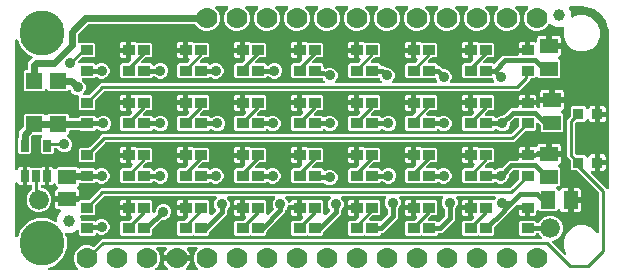
<source format=gbr>
G04 EAGLE Gerber RS-274X export*
G75*
%MOMM*%
%FSLAX34Y34*%
%LPD*%
%INTop Copper*%
%IPPOS*%
%AMOC8*
5,1,8,0,0,1.08239X$1,22.5*%
G01*
%ADD10C,3.810000*%
%ADD11C,1.778000*%
%ADD12R,1.400000X1.400000*%
%ADD13R,1.000000X0.850000*%
%ADD14C,1.676400*%
%ADD15R,0.900000X0.900000*%
%ADD16R,1.500000X1.240000*%
%ADD17R,1.240000X1.500000*%
%ADD18R,0.690000X0.990000*%
%ADD19C,1.000000*%
%ADD20C,0.254000*%
%ADD21C,0.609600*%
%ADD22C,0.906400*%
%ADD23C,0.406400*%

G36*
X55285Y2558D02*
X55285Y2558D01*
X55424Y2571D01*
X55443Y2578D01*
X55464Y2581D01*
X55592Y2632D01*
X55724Y2679D01*
X55740Y2690D01*
X55759Y2698D01*
X55872Y2779D01*
X55987Y2857D01*
X56000Y2873D01*
X56017Y2884D01*
X56105Y2992D01*
X56197Y3096D01*
X56206Y3114D01*
X56219Y3129D01*
X56279Y3255D01*
X56342Y3379D01*
X56346Y3399D01*
X56355Y3417D01*
X56381Y3554D01*
X56411Y3689D01*
X56411Y3710D01*
X56415Y3729D01*
X56406Y3868D01*
X56402Y4007D01*
X56396Y4027D01*
X56395Y4047D01*
X56352Y4179D01*
X56313Y4313D01*
X56303Y4330D01*
X56297Y4349D01*
X56222Y4467D01*
X56152Y4587D01*
X56133Y4608D01*
X56127Y4618D01*
X56112Y4632D01*
X56045Y4707D01*
X54240Y6513D01*
X52577Y10527D01*
X52577Y14873D01*
X54240Y18887D01*
X57313Y21960D01*
X61327Y23623D01*
X65673Y23623D01*
X68316Y22528D01*
X68317Y22527D01*
X68462Y22488D01*
X68623Y22444D01*
X68624Y22443D01*
X68786Y22441D01*
X68941Y22438D01*
X68942Y22438D01*
X69109Y22478D01*
X69250Y22512D01*
X69251Y22512D01*
X69397Y22589D01*
X69531Y22660D01*
X69532Y22661D01*
X69533Y22661D01*
X69534Y22662D01*
X69657Y22761D01*
X75168Y27771D01*
X75179Y27783D01*
X75211Y27812D01*
X76168Y28768D01*
X77518Y28704D01*
X77535Y28705D01*
X77579Y28703D01*
X447534Y28703D01*
X447672Y28720D01*
X447811Y28733D01*
X447830Y28740D01*
X447850Y28743D01*
X447979Y28794D01*
X448110Y28841D01*
X448127Y28852D01*
X448146Y28860D01*
X448258Y28941D01*
X448373Y29019D01*
X448387Y29035D01*
X448403Y29046D01*
X448492Y29154D01*
X448584Y29258D01*
X448593Y29276D01*
X448606Y29291D01*
X448665Y29417D01*
X448728Y29541D01*
X448733Y29561D01*
X448741Y29579D01*
X448767Y29716D01*
X448798Y29851D01*
X448797Y29872D01*
X448801Y29891D01*
X448792Y30030D01*
X448788Y30169D01*
X448783Y30189D01*
X448781Y30209D01*
X448739Y30341D01*
X448700Y30475D01*
X448690Y30492D01*
X448683Y30511D01*
X448609Y30629D01*
X448538Y30749D01*
X448520Y30770D01*
X448513Y30780D01*
X448498Y30794D01*
X448432Y30869D01*
X447101Y32201D01*
X446607Y33392D01*
X446593Y33417D01*
X446584Y33445D01*
X446514Y33555D01*
X446450Y33668D01*
X446429Y33689D01*
X446414Y33714D01*
X446319Y33803D01*
X446229Y33896D01*
X446203Y33912D01*
X446182Y33932D01*
X446068Y33995D01*
X445957Y34063D01*
X445929Y34071D01*
X445903Y34086D01*
X445778Y34118D01*
X445654Y34156D01*
X445624Y34158D01*
X445595Y34165D01*
X445435Y34175D01*
X444902Y34175D01*
X444784Y34160D01*
X444665Y34153D01*
X444627Y34140D01*
X444586Y34135D01*
X444476Y34092D01*
X444363Y34055D01*
X444328Y34033D01*
X444291Y34018D01*
X444195Y33949D01*
X444094Y33885D01*
X444066Y33855D01*
X444033Y33832D01*
X443957Y33740D01*
X443876Y33653D01*
X443856Y33618D01*
X443831Y33587D01*
X443780Y33479D01*
X443722Y33375D01*
X443712Y33335D01*
X443695Y33299D01*
X443674Y33189D01*
X442442Y31957D01*
X430758Y31957D01*
X429567Y33148D01*
X429567Y43332D01*
X430758Y44523D01*
X442442Y44523D01*
X443668Y43297D01*
X443673Y43258D01*
X443716Y43148D01*
X443753Y43035D01*
X443775Y43000D01*
X443790Y42963D01*
X443859Y42867D01*
X443923Y42766D01*
X443953Y42738D01*
X443976Y42705D01*
X444068Y42629D01*
X444155Y42548D01*
X444190Y42528D01*
X444221Y42503D01*
X444329Y42452D01*
X444433Y42394D01*
X444473Y42384D01*
X444509Y42367D01*
X444626Y42345D01*
X444741Y42315D01*
X444801Y42311D01*
X444821Y42307D01*
X444842Y42309D01*
X444902Y42305D01*
X445551Y42305D01*
X445580Y42308D01*
X445609Y42306D01*
X445738Y42328D01*
X445866Y42345D01*
X445894Y42355D01*
X445923Y42360D01*
X446041Y42414D01*
X446162Y42462D01*
X446186Y42479D01*
X446213Y42491D01*
X446314Y42572D01*
X446419Y42648D01*
X446438Y42671D01*
X446461Y42690D01*
X446539Y42793D01*
X446622Y42893D01*
X446635Y42920D01*
X446652Y42944D01*
X446723Y43088D01*
X447101Y43999D01*
X450031Y46929D01*
X453858Y48515D01*
X458002Y48515D01*
X461829Y46929D01*
X464759Y43999D01*
X466345Y40172D01*
X466345Y36028D01*
X464759Y32201D01*
X461829Y29271D01*
X458182Y27760D01*
X458139Y27736D01*
X458093Y27719D01*
X458002Y27657D01*
X457906Y27603D01*
X457871Y27568D01*
X457829Y27540D01*
X457757Y27458D01*
X457678Y27381D01*
X457652Y27339D01*
X457619Y27302D01*
X457569Y27204D01*
X457512Y27110D01*
X457497Y27063D01*
X457474Y27019D01*
X457450Y26911D01*
X457418Y26806D01*
X457416Y26757D01*
X457405Y26708D01*
X457408Y26598D01*
X457403Y26489D01*
X457413Y26440D01*
X457414Y26390D01*
X457445Y26285D01*
X457467Y26177D01*
X457489Y26132D01*
X457503Y26085D01*
X457558Y25990D01*
X457607Y25891D01*
X457639Y25854D01*
X457664Y25811D01*
X457771Y25690D01*
X467279Y16182D01*
X467334Y16139D01*
X467382Y16089D01*
X467459Y16042D01*
X467530Y15987D01*
X467594Y15959D01*
X467653Y15923D01*
X467739Y15897D01*
X467822Y15861D01*
X467891Y15850D01*
X467957Y15829D01*
X468047Y15825D01*
X468136Y15811D01*
X468206Y15818D01*
X468275Y15814D01*
X468363Y15832D01*
X468453Y15841D01*
X468518Y15864D01*
X468587Y15878D01*
X468667Y15918D01*
X468752Y15948D01*
X468809Y15988D01*
X468872Y16018D01*
X468941Y16077D01*
X469015Y16127D01*
X469061Y16179D01*
X469114Y16225D01*
X469166Y16298D01*
X469225Y16365D01*
X469257Y16428D01*
X469297Y16485D01*
X469329Y16569D01*
X469370Y16649D01*
X469385Y16717D01*
X469410Y16782D01*
X469420Y16871D01*
X469440Y16959D01*
X469438Y17029D01*
X469445Y17098D01*
X469433Y17187D01*
X469430Y17277D01*
X469411Y17344D01*
X469401Y17413D01*
X469349Y17565D01*
X467359Y22368D01*
X467359Y28432D01*
X469680Y34033D01*
X473967Y38320D01*
X479568Y40641D01*
X485632Y40641D01*
X491233Y38320D01*
X494911Y34643D01*
X494989Y34582D01*
X495060Y34515D01*
X495095Y34496D01*
X495127Y34469D01*
X495146Y34461D01*
X495162Y34448D01*
X495255Y34408D01*
X495339Y34362D01*
X495376Y34352D01*
X495415Y34334D01*
X495435Y34330D01*
X495454Y34322D01*
X495556Y34306D01*
X495647Y34282D01*
X495703Y34279D01*
X495728Y34274D01*
X495748Y34275D01*
X495768Y34272D01*
X495784Y34273D01*
X495807Y34272D01*
X495808Y34272D01*
X495916Y34286D01*
X496045Y34294D01*
X496064Y34300D01*
X496084Y34302D01*
X496106Y34310D01*
X496124Y34312D01*
X496226Y34352D01*
X496347Y34392D01*
X496365Y34403D01*
X496384Y34409D01*
X496403Y34422D01*
X496419Y34429D01*
X496509Y34494D01*
X496616Y34562D01*
X496630Y34577D01*
X496647Y34588D01*
X496662Y34605D01*
X496677Y34616D01*
X496748Y34702D01*
X496834Y34793D01*
X496844Y34811D01*
X496857Y34826D01*
X496867Y34846D01*
X496879Y34861D01*
X496928Y34964D01*
X496988Y35072D01*
X496993Y35092D01*
X497002Y35110D01*
X497007Y35131D01*
X497015Y35148D01*
X497037Y35263D01*
X497067Y35380D01*
X497069Y35408D01*
X497072Y35420D01*
X497071Y35440D01*
X497071Y35441D01*
X497075Y35461D01*
X497073Y35481D01*
X497077Y35541D01*
X497077Y67956D01*
X497065Y68054D01*
X497062Y68153D01*
X497045Y68212D01*
X497037Y68272D01*
X497001Y68364D01*
X496973Y68459D01*
X496943Y68511D01*
X496920Y68567D01*
X496862Y68647D01*
X496812Y68733D01*
X496746Y68808D01*
X496734Y68825D01*
X496724Y68833D01*
X496706Y68854D01*
X478664Y86896D01*
X478585Y86956D01*
X478513Y87024D01*
X478460Y87053D01*
X478412Y87090D01*
X478321Y87130D01*
X478235Y87178D01*
X478176Y87193D01*
X478121Y87217D01*
X478023Y87232D01*
X477927Y87257D01*
X477827Y87263D01*
X477806Y87267D01*
X477794Y87265D01*
X477766Y87267D01*
X474338Y87267D01*
X473147Y88458D01*
X473147Y95558D01*
X473138Y95628D01*
X473139Y95699D01*
X473119Y95785D01*
X473107Y95874D01*
X473081Y95939D01*
X473065Y96008D01*
X473023Y96087D01*
X472990Y96169D01*
X472949Y96226D01*
X472916Y96289D01*
X472815Y96414D01*
X471342Y98026D01*
X471329Y98036D01*
X471302Y98067D01*
X470345Y99024D01*
X470406Y100376D01*
X470405Y100392D01*
X470407Y100432D01*
X470407Y130198D01*
X472713Y132504D01*
X472775Y132566D01*
X472836Y132644D01*
X472904Y132717D01*
X472933Y132770D01*
X472970Y132817D01*
X473010Y132908D01*
X473058Y132995D01*
X473073Y133054D01*
X473097Y133109D01*
X473112Y133207D01*
X473137Y133303D01*
X473143Y133403D01*
X473147Y133423D01*
X473145Y133435D01*
X473147Y133464D01*
X473147Y140142D01*
X474338Y141333D01*
X485022Y141333D01*
X486224Y140131D01*
X486232Y140068D01*
X486249Y139917D01*
X486252Y139911D01*
X486253Y139904D01*
X486309Y139761D01*
X486363Y139620D01*
X486367Y139614D01*
X486370Y139608D01*
X486459Y139484D01*
X486547Y139361D01*
X486552Y139356D01*
X486556Y139351D01*
X486675Y139253D01*
X486790Y139155D01*
X486796Y139152D01*
X486801Y139148D01*
X486939Y139083D01*
X487076Y139017D01*
X487083Y139015D01*
X487089Y139012D01*
X487237Y138984D01*
X487388Y138954D01*
X487395Y138954D01*
X487401Y138953D01*
X487553Y138962D01*
X487706Y138970D01*
X487712Y138972D01*
X487719Y138972D01*
X487863Y139019D01*
X488009Y139065D01*
X488015Y139068D01*
X488021Y139070D01*
X488150Y139152D01*
X488280Y139232D01*
X488284Y139237D01*
X488290Y139241D01*
X488395Y139352D01*
X488500Y139461D01*
X488503Y139467D01*
X488508Y139472D01*
X488582Y139606D01*
X488657Y139738D01*
X488659Y139747D01*
X488662Y139751D01*
X488664Y139761D01*
X488708Y139891D01*
X488812Y140281D01*
X489147Y140860D01*
X489620Y141333D01*
X490199Y141668D01*
X490846Y141841D01*
X493431Y141841D01*
X493431Y135780D01*
X493446Y135662D01*
X493453Y135543D01*
X493465Y135505D01*
X493471Y135465D01*
X493514Y135354D01*
X493551Y135241D01*
X493573Y135207D01*
X493588Y135169D01*
X493657Y135073D01*
X493721Y134972D01*
X493751Y134944D01*
X493774Y134912D01*
X493866Y134836D01*
X493900Y134804D01*
X493892Y134799D01*
X493864Y134769D01*
X493831Y134745D01*
X493755Y134654D01*
X493674Y134567D01*
X493654Y134532D01*
X493629Y134500D01*
X493578Y134393D01*
X493520Y134288D01*
X493510Y134249D01*
X493493Y134213D01*
X493471Y134096D01*
X493441Y133980D01*
X493437Y133920D01*
X493433Y133900D01*
X493435Y133880D01*
X493431Y133820D01*
X493431Y127759D01*
X490846Y127759D01*
X490199Y127932D01*
X489620Y128267D01*
X489147Y128740D01*
X488812Y129319D01*
X488708Y129709D01*
X488651Y129849D01*
X488594Y129992D01*
X488590Y129997D01*
X488588Y130004D01*
X488497Y130126D01*
X488408Y130249D01*
X488402Y130254D01*
X488398Y130259D01*
X488280Y130355D01*
X488163Y130452D01*
X488156Y130455D01*
X488151Y130459D01*
X488011Y130523D01*
X487875Y130588D01*
X487868Y130589D01*
X487862Y130592D01*
X487711Y130619D01*
X487562Y130647D01*
X487556Y130647D01*
X487549Y130648D01*
X487397Y130637D01*
X487245Y130628D01*
X487239Y130626D01*
X487232Y130625D01*
X487087Y130576D01*
X486943Y130530D01*
X486937Y130526D01*
X486930Y130524D01*
X486803Y130441D01*
X486674Y130359D01*
X486669Y130354D01*
X486664Y130351D01*
X486560Y130239D01*
X486456Y130128D01*
X486453Y130122D01*
X486448Y130117D01*
X486375Y129982D01*
X486302Y129849D01*
X486301Y129843D01*
X486298Y129837D01*
X486261Y129689D01*
X486223Y129541D01*
X486222Y129532D01*
X486221Y129528D01*
X486221Y129517D01*
X486218Y129463D01*
X485022Y128267D01*
X478344Y128267D01*
X478245Y128255D01*
X478146Y128252D01*
X478088Y128235D01*
X478028Y128227D01*
X477936Y128191D01*
X477841Y128163D01*
X477789Y128133D01*
X477733Y128110D01*
X477652Y128052D01*
X477567Y128002D01*
X477492Y127936D01*
X477475Y127924D01*
X477467Y127914D01*
X477446Y127895D01*
X477384Y127833D01*
X477324Y127755D01*
X477256Y127683D01*
X477227Y127630D01*
X477189Y127582D01*
X477150Y127491D01*
X477102Y127405D01*
X477087Y127346D01*
X477086Y127344D01*
X477075Y127320D01*
X477074Y127316D01*
X477063Y127290D01*
X477048Y127192D01*
X477023Y127097D01*
X477018Y127023D01*
X477015Y127008D01*
X477016Y126994D01*
X477013Y126976D01*
X477015Y126964D01*
X477013Y126936D01*
X477013Y102105D01*
X477022Y102035D01*
X477021Y101964D01*
X477041Y101878D01*
X477053Y101789D01*
X477079Y101724D01*
X477095Y101655D01*
X477137Y101576D01*
X477170Y101494D01*
X477211Y101436D01*
X477244Y101374D01*
X477345Y101249D01*
X477805Y100746D01*
X477902Y100663D01*
X477995Y100576D01*
X478023Y100560D01*
X478047Y100540D01*
X478162Y100484D01*
X478273Y100422D01*
X478304Y100414D01*
X478333Y100400D01*
X478458Y100375D01*
X478581Y100343D01*
X478627Y100340D01*
X478645Y100336D01*
X478667Y100338D01*
X478742Y100333D01*
X485022Y100333D01*
X486224Y99131D01*
X486232Y99068D01*
X486249Y98917D01*
X486252Y98911D01*
X486253Y98904D01*
X486309Y98761D01*
X486363Y98620D01*
X486367Y98614D01*
X486370Y98608D01*
X486459Y98484D01*
X486547Y98361D01*
X486552Y98356D01*
X486556Y98351D01*
X486675Y98253D01*
X486790Y98155D01*
X486796Y98152D01*
X486801Y98148D01*
X486939Y98083D01*
X487076Y98017D01*
X487083Y98015D01*
X487089Y98012D01*
X487237Y97984D01*
X487388Y97954D01*
X487395Y97954D01*
X487401Y97953D01*
X487553Y97962D01*
X487706Y97970D01*
X487712Y97972D01*
X487719Y97972D01*
X487863Y98019D01*
X488009Y98065D01*
X488015Y98068D01*
X488021Y98070D01*
X488150Y98152D01*
X488280Y98232D01*
X488284Y98237D01*
X488290Y98241D01*
X488395Y98352D01*
X488500Y98461D01*
X488503Y98467D01*
X488508Y98472D01*
X488582Y98606D01*
X488657Y98738D01*
X488659Y98747D01*
X488662Y98751D01*
X488664Y98761D01*
X488708Y98891D01*
X488812Y99281D01*
X489147Y99860D01*
X489620Y100333D01*
X490199Y100668D01*
X490846Y100841D01*
X493431Y100841D01*
X493431Y94780D01*
X493446Y94662D01*
X493453Y94543D01*
X493465Y94505D01*
X493471Y94465D01*
X493514Y94354D01*
X493551Y94241D01*
X493573Y94207D01*
X493588Y94169D01*
X493657Y94073D01*
X493721Y93972D01*
X493751Y93944D01*
X493774Y93912D01*
X493866Y93836D01*
X493900Y93804D01*
X493892Y93799D01*
X493864Y93769D01*
X493831Y93745D01*
X493755Y93654D01*
X493674Y93567D01*
X493654Y93532D01*
X493629Y93500D01*
X493578Y93393D01*
X493520Y93288D01*
X493510Y93249D01*
X493493Y93213D01*
X493471Y93096D01*
X493441Y92980D01*
X493437Y92920D01*
X493433Y92900D01*
X493435Y92880D01*
X493431Y92820D01*
X493431Y86759D01*
X491206Y86759D01*
X491068Y86742D01*
X490929Y86729D01*
X490910Y86722D01*
X490890Y86719D01*
X490761Y86668D01*
X490630Y86621D01*
X490613Y86610D01*
X490595Y86602D01*
X490482Y86521D01*
X490367Y86443D01*
X490354Y86427D01*
X490337Y86416D01*
X490248Y86308D01*
X490156Y86204D01*
X490147Y86186D01*
X490134Y86171D01*
X490075Y86045D01*
X490012Y85921D01*
X490007Y85901D01*
X489999Y85883D01*
X489973Y85747D01*
X489942Y85611D01*
X489943Y85590D01*
X489939Y85571D01*
X489948Y85432D01*
X489952Y85293D01*
X489958Y85273D01*
X489959Y85253D01*
X490002Y85121D01*
X490040Y84987D01*
X490051Y84970D01*
X490057Y84951D01*
X490131Y84833D01*
X490202Y84713D01*
X490220Y84692D01*
X490227Y84682D01*
X490242Y84668D01*
X490308Y84593D01*
X503293Y71608D01*
X503403Y71523D01*
X503509Y71434D01*
X503528Y71426D01*
X503544Y71413D01*
X503672Y71358D01*
X503797Y71299D01*
X503817Y71295D01*
X503836Y71287D01*
X503974Y71265D01*
X504110Y71239D01*
X504130Y71240D01*
X504150Y71237D01*
X504289Y71250D01*
X504427Y71259D01*
X504446Y71265D01*
X504466Y71267D01*
X504598Y71314D01*
X504729Y71357D01*
X504747Y71368D01*
X504766Y71375D01*
X504881Y71453D01*
X504998Y71527D01*
X505012Y71542D01*
X505029Y71553D01*
X505121Y71657D01*
X505216Y71759D01*
X505226Y71776D01*
X505239Y71792D01*
X505303Y71915D01*
X505370Y72037D01*
X505375Y72057D01*
X505384Y72075D01*
X505414Y72211D01*
X505449Y72345D01*
X505451Y72373D01*
X505454Y72385D01*
X505453Y72406D01*
X505459Y72506D01*
X505459Y203200D01*
X505457Y203222D01*
X505455Y203300D01*
X505190Y206677D01*
X505176Y206745D01*
X505171Y206814D01*
X505131Y206970D01*
X503044Y213394D01*
X502994Y213501D01*
X502950Y213612D01*
X502917Y213663D01*
X502909Y213682D01*
X502896Y213697D01*
X502864Y213748D01*
X498893Y219212D01*
X498812Y219299D01*
X498736Y219391D01*
X498690Y219429D01*
X498676Y219444D01*
X498658Y219455D01*
X498612Y219493D01*
X493148Y223464D01*
X493044Y223521D01*
X492944Y223585D01*
X492887Y223607D01*
X492869Y223617D01*
X492849Y223622D01*
X492794Y223644D01*
X486370Y225731D01*
X486302Y225744D01*
X486236Y225767D01*
X486077Y225790D01*
X482700Y226055D01*
X482678Y226054D01*
X482600Y226059D01*
X472897Y226059D01*
X472766Y226043D01*
X472634Y226032D01*
X472608Y226023D01*
X472582Y226019D01*
X472459Y225971D01*
X472334Y225927D01*
X472311Y225912D01*
X472286Y225902D01*
X472179Y225825D01*
X472069Y225751D01*
X472050Y225731D01*
X472029Y225716D01*
X471944Y225613D01*
X471856Y225515D01*
X471843Y225491D01*
X471826Y225471D01*
X471769Y225351D01*
X471708Y225234D01*
X471702Y225207D01*
X471690Y225183D01*
X471665Y225053D01*
X471635Y224924D01*
X471636Y224897D01*
X471631Y224871D01*
X471639Y224739D01*
X471641Y224606D01*
X471649Y224580D01*
X471650Y224553D01*
X471691Y224427D01*
X471727Y224300D01*
X471744Y224265D01*
X471748Y224251D01*
X471760Y224232D01*
X471798Y224155D01*
X473551Y221120D01*
X473551Y217848D01*
X473557Y217798D01*
X473555Y217749D01*
X473577Y217641D01*
X473591Y217532D01*
X473609Y217486D01*
X473619Y217437D01*
X473667Y217339D01*
X473708Y217236D01*
X473737Y217196D01*
X473759Y217152D01*
X473830Y217068D01*
X473894Y216979D01*
X473933Y216947D01*
X473965Y216910D01*
X474055Y216846D01*
X474139Y216776D01*
X474184Y216755D01*
X474225Y216727D01*
X474328Y216688D01*
X474427Y216641D01*
X474476Y216631D01*
X474522Y216614D01*
X474632Y216602D01*
X474739Y216581D01*
X474789Y216584D01*
X474838Y216579D01*
X474947Y216594D01*
X475057Y216601D01*
X475104Y216616D01*
X475153Y216623D01*
X475306Y216675D01*
X479568Y218441D01*
X485632Y218441D01*
X491233Y216120D01*
X495520Y211833D01*
X497841Y206232D01*
X497841Y200168D01*
X495520Y194567D01*
X491233Y190280D01*
X485632Y187959D01*
X479568Y187959D01*
X473967Y190280D01*
X469680Y194567D01*
X467359Y200168D01*
X467359Y206232D01*
X467547Y206684D01*
X467560Y206732D01*
X467581Y206777D01*
X467602Y206885D01*
X467631Y206991D01*
X467632Y207041D01*
X467641Y207090D01*
X467634Y207199D01*
X467636Y207309D01*
X467624Y207357D01*
X467621Y207407D01*
X467587Y207511D01*
X467562Y207618D01*
X467538Y207662D01*
X467523Y207709D01*
X467464Y207802D01*
X467413Y207899D01*
X467380Y207936D01*
X467353Y207978D01*
X467273Y208053D01*
X467199Y208135D01*
X467158Y208162D01*
X467121Y208196D01*
X467025Y208249D01*
X466933Y208309D01*
X466886Y208326D01*
X466843Y208350D01*
X466737Y208377D01*
X466633Y208413D01*
X466583Y208417D01*
X466535Y208429D01*
X466374Y208439D01*
X460870Y208439D01*
X455960Y211274D01*
X455920Y211291D01*
X455884Y211315D01*
X455774Y211352D01*
X455667Y211398D01*
X455624Y211404D01*
X455583Y211418D01*
X455468Y211427D01*
X455352Y211444D01*
X455309Y211440D01*
X455266Y211443D01*
X455152Y211423D01*
X455036Y211411D01*
X454995Y211396D01*
X454953Y211389D01*
X454847Y211341D01*
X454738Y211300D01*
X454702Y211276D01*
X454663Y211258D01*
X454572Y211185D01*
X454476Y211119D01*
X454448Y211086D01*
X454415Y211060D01*
X454345Y210966D01*
X454268Y210878D01*
X454249Y210840D01*
X454223Y210805D01*
X454153Y210661D01*
X453760Y209713D01*
X450687Y206640D01*
X446673Y204977D01*
X442327Y204977D01*
X438313Y206640D01*
X435240Y209713D01*
X433577Y213727D01*
X433577Y218073D01*
X435240Y222087D01*
X437045Y223893D01*
X437131Y224002D01*
X437219Y224109D01*
X437228Y224128D01*
X437240Y224144D01*
X437296Y224272D01*
X437355Y224397D01*
X437359Y224417D01*
X437367Y224436D01*
X437389Y224574D01*
X437415Y224710D01*
X437413Y224730D01*
X437417Y224750D01*
X437404Y224889D01*
X437395Y225027D01*
X437389Y225046D01*
X437387Y225066D01*
X437340Y225198D01*
X437297Y225329D01*
X437286Y225347D01*
X437279Y225366D01*
X437201Y225481D01*
X437127Y225598D01*
X437112Y225612D01*
X437101Y225629D01*
X436996Y225721D01*
X436895Y225816D01*
X436877Y225826D01*
X436862Y225839D01*
X436738Y225903D01*
X436617Y225970D01*
X436597Y225975D01*
X436579Y225984D01*
X436443Y226014D01*
X436309Y226049D01*
X436281Y226051D01*
X436269Y226054D01*
X436248Y226053D01*
X436148Y226059D01*
X427452Y226059D01*
X427315Y226042D01*
X427176Y226029D01*
X427157Y226022D01*
X427136Y226019D01*
X427008Y225968D01*
X426876Y225921D01*
X426860Y225910D01*
X426841Y225902D01*
X426728Y225821D01*
X426613Y225743D01*
X426600Y225727D01*
X426583Y225716D01*
X426495Y225608D01*
X426403Y225504D01*
X426394Y225486D01*
X426381Y225471D01*
X426321Y225345D01*
X426258Y225221D01*
X426254Y225201D01*
X426245Y225183D01*
X426219Y225046D01*
X426189Y224911D01*
X426189Y224890D01*
X426185Y224871D01*
X426194Y224732D01*
X426198Y224593D01*
X426204Y224573D01*
X426205Y224553D01*
X426248Y224421D01*
X426287Y224287D01*
X426297Y224270D01*
X426303Y224251D01*
X426378Y224133D01*
X426448Y224013D01*
X426467Y223992D01*
X426473Y223982D01*
X426488Y223968D01*
X426555Y223893D01*
X428360Y222087D01*
X430023Y218073D01*
X430023Y213727D01*
X428360Y209713D01*
X425287Y206640D01*
X421273Y204977D01*
X416927Y204977D01*
X412913Y206640D01*
X409840Y209713D01*
X408177Y213727D01*
X408177Y218073D01*
X409840Y222087D01*
X411645Y223893D01*
X411731Y224002D01*
X411819Y224109D01*
X411828Y224128D01*
X411840Y224144D01*
X411896Y224272D01*
X411955Y224397D01*
X411959Y224417D01*
X411967Y224436D01*
X411989Y224574D01*
X412015Y224710D01*
X412013Y224730D01*
X412017Y224750D01*
X412004Y224889D01*
X411995Y225027D01*
X411989Y225046D01*
X411987Y225066D01*
X411940Y225198D01*
X411897Y225329D01*
X411886Y225347D01*
X411879Y225366D01*
X411801Y225481D01*
X411727Y225598D01*
X411712Y225612D01*
X411701Y225629D01*
X411596Y225721D01*
X411495Y225816D01*
X411477Y225826D01*
X411462Y225839D01*
X411338Y225903D01*
X411217Y225970D01*
X411197Y225975D01*
X411179Y225984D01*
X411043Y226014D01*
X410909Y226049D01*
X410881Y226051D01*
X410869Y226054D01*
X410848Y226053D01*
X410748Y226059D01*
X402052Y226059D01*
X401915Y226042D01*
X401776Y226029D01*
X401757Y226022D01*
X401736Y226019D01*
X401608Y225968D01*
X401476Y225921D01*
X401460Y225910D01*
X401441Y225902D01*
X401328Y225821D01*
X401213Y225743D01*
X401200Y225727D01*
X401183Y225716D01*
X401095Y225608D01*
X401003Y225504D01*
X400994Y225486D01*
X400981Y225471D01*
X400921Y225345D01*
X400858Y225221D01*
X400854Y225201D01*
X400845Y225183D01*
X400819Y225046D01*
X400789Y224911D01*
X400789Y224890D01*
X400785Y224871D01*
X400794Y224732D01*
X400798Y224593D01*
X400804Y224573D01*
X400805Y224553D01*
X400848Y224421D01*
X400887Y224287D01*
X400897Y224270D01*
X400903Y224251D01*
X400978Y224133D01*
X401048Y224013D01*
X401067Y223992D01*
X401073Y223982D01*
X401088Y223968D01*
X401155Y223893D01*
X402960Y222087D01*
X404623Y218073D01*
X404623Y213727D01*
X402960Y209713D01*
X399887Y206640D01*
X395873Y204977D01*
X391527Y204977D01*
X387513Y206640D01*
X384440Y209713D01*
X382777Y213727D01*
X382777Y218073D01*
X384440Y222087D01*
X386245Y223893D01*
X386331Y224002D01*
X386419Y224109D01*
X386428Y224128D01*
X386440Y224144D01*
X386496Y224272D01*
X386555Y224397D01*
X386559Y224417D01*
X386567Y224436D01*
X386589Y224574D01*
X386615Y224710D01*
X386613Y224730D01*
X386617Y224750D01*
X386604Y224889D01*
X386595Y225027D01*
X386589Y225046D01*
X386587Y225066D01*
X386540Y225198D01*
X386497Y225329D01*
X386486Y225347D01*
X386479Y225366D01*
X386401Y225481D01*
X386327Y225598D01*
X386312Y225612D01*
X386301Y225629D01*
X386196Y225721D01*
X386095Y225816D01*
X386077Y225826D01*
X386062Y225839D01*
X385938Y225903D01*
X385817Y225970D01*
X385797Y225975D01*
X385779Y225984D01*
X385643Y226014D01*
X385509Y226049D01*
X385481Y226051D01*
X385469Y226054D01*
X385448Y226053D01*
X385348Y226059D01*
X376652Y226059D01*
X376515Y226042D01*
X376376Y226029D01*
X376357Y226022D01*
X376336Y226019D01*
X376208Y225968D01*
X376076Y225921D01*
X376060Y225910D01*
X376041Y225902D01*
X375928Y225821D01*
X375813Y225743D01*
X375800Y225727D01*
X375783Y225716D01*
X375695Y225608D01*
X375603Y225504D01*
X375594Y225486D01*
X375581Y225471D01*
X375521Y225345D01*
X375458Y225221D01*
X375454Y225201D01*
X375445Y225183D01*
X375419Y225046D01*
X375389Y224911D01*
X375389Y224890D01*
X375385Y224871D01*
X375394Y224732D01*
X375398Y224593D01*
X375404Y224573D01*
X375405Y224553D01*
X375448Y224421D01*
X375487Y224287D01*
X375497Y224270D01*
X375503Y224251D01*
X375578Y224133D01*
X375648Y224013D01*
X375667Y223992D01*
X375673Y223982D01*
X375688Y223968D01*
X375755Y223893D01*
X377560Y222087D01*
X379223Y218073D01*
X379223Y213727D01*
X377560Y209713D01*
X374487Y206640D01*
X370473Y204977D01*
X366127Y204977D01*
X362113Y206640D01*
X359040Y209713D01*
X357377Y213727D01*
X357377Y218073D01*
X359040Y222087D01*
X360845Y223893D01*
X360931Y224002D01*
X361019Y224109D01*
X361028Y224128D01*
X361040Y224144D01*
X361096Y224272D01*
X361155Y224397D01*
X361159Y224417D01*
X361167Y224436D01*
X361189Y224574D01*
X361215Y224710D01*
X361213Y224730D01*
X361217Y224750D01*
X361204Y224889D01*
X361195Y225027D01*
X361189Y225046D01*
X361187Y225066D01*
X361140Y225198D01*
X361097Y225329D01*
X361086Y225347D01*
X361079Y225366D01*
X361001Y225481D01*
X360927Y225598D01*
X360912Y225612D01*
X360901Y225629D01*
X360796Y225721D01*
X360695Y225816D01*
X360677Y225826D01*
X360662Y225839D01*
X360538Y225903D01*
X360417Y225970D01*
X360397Y225975D01*
X360379Y225984D01*
X360243Y226014D01*
X360109Y226049D01*
X360081Y226051D01*
X360069Y226054D01*
X360048Y226053D01*
X359948Y226059D01*
X351252Y226059D01*
X351115Y226042D01*
X350976Y226029D01*
X350957Y226022D01*
X350936Y226019D01*
X350808Y225968D01*
X350676Y225921D01*
X350660Y225910D01*
X350641Y225902D01*
X350528Y225821D01*
X350413Y225743D01*
X350400Y225727D01*
X350383Y225716D01*
X350295Y225608D01*
X350203Y225504D01*
X350194Y225486D01*
X350181Y225471D01*
X350121Y225345D01*
X350058Y225221D01*
X350054Y225201D01*
X350045Y225183D01*
X350019Y225046D01*
X349989Y224911D01*
X349989Y224890D01*
X349985Y224871D01*
X349994Y224732D01*
X349998Y224593D01*
X350004Y224573D01*
X350005Y224553D01*
X350048Y224421D01*
X350087Y224287D01*
X350097Y224270D01*
X350103Y224251D01*
X350178Y224133D01*
X350248Y224013D01*
X350267Y223992D01*
X350273Y223982D01*
X350288Y223968D01*
X350355Y223893D01*
X352160Y222087D01*
X353823Y218073D01*
X353823Y213727D01*
X352160Y209713D01*
X349087Y206640D01*
X345073Y204977D01*
X340727Y204977D01*
X336713Y206640D01*
X333640Y209713D01*
X331977Y213727D01*
X331977Y218073D01*
X333640Y222087D01*
X335445Y223893D01*
X335531Y224002D01*
X335619Y224109D01*
X335628Y224128D01*
X335640Y224144D01*
X335696Y224272D01*
X335755Y224397D01*
X335759Y224417D01*
X335767Y224436D01*
X335789Y224574D01*
X335815Y224710D01*
X335813Y224730D01*
X335817Y224750D01*
X335804Y224889D01*
X335795Y225027D01*
X335789Y225046D01*
X335787Y225066D01*
X335740Y225198D01*
X335697Y225329D01*
X335686Y225347D01*
X335679Y225366D01*
X335601Y225481D01*
X335527Y225598D01*
X335512Y225612D01*
X335501Y225629D01*
X335396Y225721D01*
X335295Y225816D01*
X335277Y225826D01*
X335262Y225839D01*
X335138Y225903D01*
X335017Y225970D01*
X334997Y225975D01*
X334979Y225984D01*
X334843Y226014D01*
X334709Y226049D01*
X334681Y226051D01*
X334669Y226054D01*
X334648Y226053D01*
X334548Y226059D01*
X325852Y226059D01*
X325715Y226042D01*
X325576Y226029D01*
X325557Y226022D01*
X325536Y226019D01*
X325408Y225968D01*
X325276Y225921D01*
X325260Y225910D01*
X325241Y225902D01*
X325128Y225821D01*
X325013Y225743D01*
X325000Y225727D01*
X324983Y225716D01*
X324895Y225608D01*
X324803Y225504D01*
X324794Y225486D01*
X324781Y225471D01*
X324721Y225345D01*
X324658Y225221D01*
X324654Y225201D01*
X324645Y225183D01*
X324619Y225046D01*
X324589Y224911D01*
X324589Y224890D01*
X324585Y224871D01*
X324594Y224732D01*
X324598Y224593D01*
X324604Y224573D01*
X324605Y224553D01*
X324648Y224421D01*
X324687Y224287D01*
X324697Y224270D01*
X324703Y224251D01*
X324778Y224133D01*
X324848Y224013D01*
X324867Y223992D01*
X324873Y223982D01*
X324888Y223968D01*
X324955Y223893D01*
X326760Y222087D01*
X328423Y218073D01*
X328423Y213727D01*
X326760Y209713D01*
X323687Y206640D01*
X319673Y204977D01*
X315327Y204977D01*
X311313Y206640D01*
X308240Y209713D01*
X306577Y213727D01*
X306577Y218073D01*
X308240Y222087D01*
X310045Y223893D01*
X310131Y224002D01*
X310219Y224109D01*
X310228Y224128D01*
X310240Y224144D01*
X310296Y224272D01*
X310355Y224397D01*
X310359Y224417D01*
X310367Y224436D01*
X310389Y224574D01*
X310415Y224710D01*
X310413Y224730D01*
X310417Y224750D01*
X310404Y224889D01*
X310395Y225027D01*
X310389Y225046D01*
X310387Y225066D01*
X310340Y225198D01*
X310297Y225329D01*
X310286Y225347D01*
X310279Y225366D01*
X310201Y225481D01*
X310127Y225598D01*
X310112Y225612D01*
X310101Y225629D01*
X309996Y225721D01*
X309895Y225816D01*
X309877Y225826D01*
X309862Y225839D01*
X309738Y225903D01*
X309617Y225970D01*
X309597Y225975D01*
X309579Y225984D01*
X309443Y226014D01*
X309309Y226049D01*
X309281Y226051D01*
X309269Y226054D01*
X309248Y226053D01*
X309148Y226059D01*
X300452Y226059D01*
X300315Y226042D01*
X300176Y226029D01*
X300157Y226022D01*
X300136Y226019D01*
X300008Y225968D01*
X299876Y225921D01*
X299860Y225910D01*
X299841Y225902D01*
X299728Y225821D01*
X299613Y225743D01*
X299600Y225727D01*
X299583Y225716D01*
X299495Y225608D01*
X299403Y225504D01*
X299394Y225486D01*
X299381Y225471D01*
X299321Y225345D01*
X299258Y225221D01*
X299254Y225201D01*
X299245Y225183D01*
X299219Y225046D01*
X299189Y224911D01*
X299189Y224890D01*
X299185Y224871D01*
X299194Y224732D01*
X299198Y224593D01*
X299204Y224573D01*
X299205Y224553D01*
X299248Y224421D01*
X299287Y224287D01*
X299297Y224270D01*
X299303Y224251D01*
X299378Y224133D01*
X299448Y224013D01*
X299467Y223992D01*
X299473Y223982D01*
X299488Y223968D01*
X299555Y223893D01*
X301360Y222087D01*
X303023Y218073D01*
X303023Y213727D01*
X301360Y209713D01*
X298287Y206640D01*
X294273Y204977D01*
X289927Y204977D01*
X285913Y206640D01*
X282840Y209713D01*
X281177Y213727D01*
X281177Y218073D01*
X282840Y222087D01*
X284645Y223893D01*
X284731Y224002D01*
X284819Y224109D01*
X284828Y224128D01*
X284840Y224144D01*
X284896Y224272D01*
X284955Y224397D01*
X284959Y224417D01*
X284967Y224436D01*
X284989Y224574D01*
X285015Y224710D01*
X285013Y224730D01*
X285017Y224750D01*
X285004Y224889D01*
X284995Y225027D01*
X284989Y225046D01*
X284987Y225066D01*
X284940Y225198D01*
X284897Y225329D01*
X284886Y225347D01*
X284879Y225366D01*
X284801Y225481D01*
X284727Y225598D01*
X284712Y225612D01*
X284701Y225629D01*
X284596Y225721D01*
X284495Y225816D01*
X284477Y225826D01*
X284462Y225839D01*
X284338Y225903D01*
X284217Y225970D01*
X284197Y225975D01*
X284179Y225984D01*
X284043Y226014D01*
X283909Y226049D01*
X283881Y226051D01*
X283869Y226054D01*
X283848Y226053D01*
X283748Y226059D01*
X275052Y226059D01*
X274915Y226042D01*
X274776Y226029D01*
X274757Y226022D01*
X274736Y226019D01*
X274608Y225968D01*
X274476Y225921D01*
X274460Y225910D01*
X274441Y225902D01*
X274328Y225821D01*
X274213Y225743D01*
X274200Y225727D01*
X274183Y225716D01*
X274095Y225608D01*
X274003Y225504D01*
X273994Y225486D01*
X273981Y225471D01*
X273921Y225345D01*
X273858Y225221D01*
X273854Y225201D01*
X273845Y225183D01*
X273819Y225046D01*
X273789Y224911D01*
X273789Y224890D01*
X273785Y224871D01*
X273794Y224732D01*
X273798Y224593D01*
X273804Y224573D01*
X273805Y224553D01*
X273848Y224421D01*
X273887Y224287D01*
X273897Y224270D01*
X273903Y224251D01*
X273978Y224133D01*
X274048Y224013D01*
X274067Y223992D01*
X274073Y223982D01*
X274088Y223968D01*
X274155Y223893D01*
X275960Y222087D01*
X277623Y218073D01*
X277623Y213727D01*
X275960Y209713D01*
X272887Y206640D01*
X268873Y204977D01*
X264527Y204977D01*
X260513Y206640D01*
X257440Y209713D01*
X255777Y213727D01*
X255777Y218073D01*
X257440Y222087D01*
X259245Y223893D01*
X259331Y224002D01*
X259419Y224109D01*
X259428Y224128D01*
X259440Y224144D01*
X259496Y224272D01*
X259555Y224397D01*
X259559Y224417D01*
X259567Y224436D01*
X259589Y224574D01*
X259615Y224710D01*
X259613Y224730D01*
X259617Y224750D01*
X259604Y224889D01*
X259595Y225027D01*
X259589Y225046D01*
X259587Y225066D01*
X259540Y225198D01*
X259497Y225329D01*
X259486Y225347D01*
X259479Y225366D01*
X259401Y225481D01*
X259327Y225598D01*
X259312Y225612D01*
X259301Y225629D01*
X259196Y225721D01*
X259095Y225816D01*
X259077Y225826D01*
X259062Y225839D01*
X258938Y225903D01*
X258817Y225970D01*
X258797Y225975D01*
X258779Y225984D01*
X258643Y226014D01*
X258509Y226049D01*
X258481Y226051D01*
X258469Y226054D01*
X258448Y226053D01*
X258348Y226059D01*
X249652Y226059D01*
X249515Y226042D01*
X249376Y226029D01*
X249357Y226022D01*
X249336Y226019D01*
X249208Y225968D01*
X249076Y225921D01*
X249060Y225910D01*
X249041Y225902D01*
X248928Y225821D01*
X248813Y225743D01*
X248800Y225727D01*
X248783Y225716D01*
X248695Y225608D01*
X248603Y225504D01*
X248594Y225486D01*
X248581Y225471D01*
X248521Y225345D01*
X248458Y225221D01*
X248454Y225201D01*
X248445Y225183D01*
X248419Y225046D01*
X248389Y224911D01*
X248389Y224890D01*
X248385Y224871D01*
X248394Y224732D01*
X248398Y224593D01*
X248404Y224573D01*
X248405Y224553D01*
X248448Y224421D01*
X248487Y224287D01*
X248497Y224270D01*
X248503Y224251D01*
X248578Y224133D01*
X248648Y224013D01*
X248667Y223992D01*
X248673Y223982D01*
X248688Y223968D01*
X248755Y223893D01*
X250560Y222087D01*
X252223Y218073D01*
X252223Y213727D01*
X250560Y209713D01*
X247487Y206640D01*
X243473Y204977D01*
X239127Y204977D01*
X235113Y206640D01*
X232040Y209713D01*
X230377Y213727D01*
X230377Y218073D01*
X232040Y222087D01*
X233845Y223893D01*
X233931Y224002D01*
X234019Y224109D01*
X234028Y224128D01*
X234040Y224144D01*
X234096Y224272D01*
X234155Y224397D01*
X234159Y224417D01*
X234167Y224436D01*
X234189Y224574D01*
X234215Y224710D01*
X234213Y224730D01*
X234217Y224750D01*
X234204Y224889D01*
X234195Y225027D01*
X234189Y225046D01*
X234187Y225066D01*
X234140Y225198D01*
X234097Y225329D01*
X234086Y225347D01*
X234079Y225366D01*
X234001Y225481D01*
X233927Y225598D01*
X233912Y225612D01*
X233901Y225629D01*
X233796Y225721D01*
X233695Y225816D01*
X233677Y225826D01*
X233662Y225839D01*
X233538Y225903D01*
X233417Y225970D01*
X233397Y225975D01*
X233379Y225984D01*
X233243Y226014D01*
X233109Y226049D01*
X233081Y226051D01*
X233069Y226054D01*
X233048Y226053D01*
X232948Y226059D01*
X224252Y226059D01*
X224115Y226042D01*
X223976Y226029D01*
X223957Y226022D01*
X223936Y226019D01*
X223808Y225968D01*
X223676Y225921D01*
X223660Y225910D01*
X223641Y225902D01*
X223528Y225821D01*
X223413Y225743D01*
X223400Y225727D01*
X223383Y225716D01*
X223295Y225608D01*
X223203Y225504D01*
X223194Y225486D01*
X223181Y225471D01*
X223121Y225345D01*
X223058Y225221D01*
X223054Y225201D01*
X223045Y225183D01*
X223019Y225046D01*
X222989Y224911D01*
X222989Y224890D01*
X222985Y224871D01*
X222994Y224732D01*
X222998Y224593D01*
X223004Y224573D01*
X223005Y224553D01*
X223048Y224421D01*
X223087Y224287D01*
X223097Y224270D01*
X223103Y224251D01*
X223178Y224133D01*
X223248Y224013D01*
X223267Y223992D01*
X223273Y223982D01*
X223288Y223968D01*
X223355Y223893D01*
X225160Y222087D01*
X226823Y218073D01*
X226823Y213727D01*
X225160Y209713D01*
X222087Y206640D01*
X218073Y204977D01*
X213727Y204977D01*
X209713Y206640D01*
X206640Y209713D01*
X204977Y213727D01*
X204977Y218073D01*
X206640Y222087D01*
X208445Y223893D01*
X208531Y224002D01*
X208619Y224109D01*
X208628Y224128D01*
X208640Y224144D01*
X208696Y224272D01*
X208755Y224397D01*
X208759Y224417D01*
X208767Y224436D01*
X208789Y224574D01*
X208815Y224710D01*
X208813Y224730D01*
X208817Y224750D01*
X208804Y224889D01*
X208795Y225027D01*
X208789Y225046D01*
X208787Y225066D01*
X208740Y225198D01*
X208697Y225329D01*
X208686Y225347D01*
X208679Y225366D01*
X208601Y225481D01*
X208527Y225598D01*
X208512Y225612D01*
X208501Y225629D01*
X208396Y225721D01*
X208295Y225816D01*
X208277Y225826D01*
X208262Y225839D01*
X208138Y225903D01*
X208017Y225970D01*
X207997Y225975D01*
X207979Y225984D01*
X207843Y226014D01*
X207709Y226049D01*
X207681Y226051D01*
X207669Y226054D01*
X207648Y226053D01*
X207548Y226059D01*
X198852Y226059D01*
X198715Y226042D01*
X198576Y226029D01*
X198557Y226022D01*
X198536Y226019D01*
X198408Y225968D01*
X198276Y225921D01*
X198260Y225910D01*
X198241Y225902D01*
X198128Y225821D01*
X198013Y225743D01*
X198000Y225727D01*
X197983Y225716D01*
X197895Y225608D01*
X197803Y225504D01*
X197794Y225486D01*
X197781Y225471D01*
X197721Y225345D01*
X197658Y225221D01*
X197654Y225201D01*
X197645Y225183D01*
X197619Y225046D01*
X197589Y224911D01*
X197589Y224890D01*
X197585Y224871D01*
X197594Y224732D01*
X197598Y224593D01*
X197604Y224573D01*
X197605Y224553D01*
X197648Y224421D01*
X197687Y224287D01*
X197697Y224270D01*
X197703Y224251D01*
X197778Y224133D01*
X197848Y224013D01*
X197867Y223992D01*
X197873Y223982D01*
X197888Y223968D01*
X197955Y223893D01*
X199760Y222087D01*
X201423Y218073D01*
X201423Y213727D01*
X199760Y209713D01*
X196687Y206640D01*
X192673Y204977D01*
X188327Y204977D01*
X184313Y206640D01*
X181240Y209713D01*
X179577Y213727D01*
X179577Y218073D01*
X181240Y222087D01*
X183045Y223893D01*
X183131Y224002D01*
X183219Y224109D01*
X183228Y224128D01*
X183240Y224144D01*
X183296Y224272D01*
X183355Y224397D01*
X183359Y224417D01*
X183367Y224436D01*
X183389Y224574D01*
X183415Y224710D01*
X183413Y224730D01*
X183417Y224750D01*
X183404Y224889D01*
X183395Y225027D01*
X183389Y225046D01*
X183387Y225066D01*
X183340Y225198D01*
X183297Y225329D01*
X183286Y225347D01*
X183279Y225366D01*
X183201Y225481D01*
X183127Y225598D01*
X183112Y225612D01*
X183101Y225629D01*
X182996Y225721D01*
X182895Y225816D01*
X182877Y225826D01*
X182862Y225839D01*
X182738Y225903D01*
X182617Y225970D01*
X182597Y225975D01*
X182579Y225984D01*
X182443Y226014D01*
X182309Y226049D01*
X182281Y226051D01*
X182269Y226054D01*
X182248Y226053D01*
X182148Y226059D01*
X173452Y226059D01*
X173315Y226042D01*
X173176Y226029D01*
X173157Y226022D01*
X173136Y226019D01*
X173008Y225968D01*
X172876Y225921D01*
X172860Y225910D01*
X172841Y225902D01*
X172728Y225821D01*
X172613Y225743D01*
X172600Y225727D01*
X172583Y225716D01*
X172495Y225608D01*
X172403Y225504D01*
X172394Y225486D01*
X172381Y225471D01*
X172321Y225345D01*
X172258Y225221D01*
X172254Y225201D01*
X172245Y225183D01*
X172219Y225046D01*
X172189Y224911D01*
X172189Y224890D01*
X172185Y224871D01*
X172194Y224732D01*
X172198Y224593D01*
X172204Y224573D01*
X172205Y224553D01*
X172248Y224421D01*
X172287Y224287D01*
X172297Y224270D01*
X172303Y224251D01*
X172378Y224133D01*
X172448Y224013D01*
X172467Y223992D01*
X172473Y223982D01*
X172488Y223968D01*
X172555Y223893D01*
X174360Y222087D01*
X176023Y218073D01*
X176023Y213727D01*
X174360Y209713D01*
X171287Y206640D01*
X167273Y204977D01*
X162927Y204977D01*
X158913Y206640D01*
X155840Y209713D01*
X155706Y210036D01*
X155692Y210061D01*
X155683Y210089D01*
X155613Y210199D01*
X155549Y210312D01*
X155528Y210333D01*
X155513Y210358D01*
X155418Y210447D01*
X155328Y210540D01*
X155302Y210556D01*
X155281Y210576D01*
X155167Y210639D01*
X155056Y210707D01*
X155028Y210715D01*
X155002Y210730D01*
X154877Y210762D01*
X154753Y210800D01*
X154723Y210802D01*
X154694Y210809D01*
X154534Y210819D01*
X64860Y210819D01*
X64762Y210807D01*
X64663Y210804D01*
X64605Y210787D01*
X64545Y210779D01*
X64453Y210743D01*
X64358Y210715D01*
X64305Y210685D01*
X64249Y210662D01*
X64169Y210604D01*
X64084Y210554D01*
X64008Y210488D01*
X63992Y210476D01*
X63984Y210466D01*
X63963Y210448D01*
X56252Y202737D01*
X56192Y202659D01*
X56124Y202587D01*
X56095Y202534D01*
X56058Y202486D01*
X56018Y202395D01*
X55970Y202308D01*
X55955Y202250D01*
X55931Y202194D01*
X55916Y202096D01*
X55891Y202000D01*
X55885Y201900D01*
X55884Y201900D01*
X55883Y201893D01*
X55881Y201880D01*
X55883Y201868D01*
X55881Y201840D01*
X55881Y196380D01*
X55898Y196242D01*
X55911Y196103D01*
X55918Y196084D01*
X55921Y196064D01*
X55972Y195935D01*
X56019Y195804D01*
X56030Y195787D01*
X56038Y195768D01*
X56119Y195656D01*
X56197Y195541D01*
X56213Y195528D01*
X56224Y195511D01*
X56332Y195422D01*
X56436Y195330D01*
X56454Y195321D01*
X56469Y195308D01*
X56595Y195249D01*
X56719Y195186D01*
X56739Y195181D01*
X56757Y195173D01*
X56894Y195147D01*
X57029Y195116D01*
X57050Y195117D01*
X57069Y195113D01*
X57208Y195122D01*
X57347Y195126D01*
X57367Y195131D01*
X57387Y195133D01*
X57519Y195176D01*
X57653Y195214D01*
X57670Y195225D01*
X57689Y195231D01*
X57807Y195305D01*
X57921Y195373D01*
X69622Y195373D01*
X70813Y194182D01*
X70813Y183998D01*
X69622Y182807D01*
X59734Y182807D01*
X59636Y182795D01*
X59537Y182792D01*
X59478Y182775D01*
X59418Y182767D01*
X59326Y182731D01*
X59231Y182703D01*
X59179Y182673D01*
X59123Y182650D01*
X59043Y182592D01*
X58957Y182542D01*
X58882Y182476D01*
X58865Y182464D01*
X58857Y182454D01*
X58836Y182436D01*
X56466Y180066D01*
X56406Y179987D01*
X56338Y179915D01*
X56309Y179862D01*
X56272Y179814D01*
X56232Y179723D01*
X56184Y179637D01*
X56169Y179578D01*
X56145Y179523D01*
X56130Y179425D01*
X56105Y179329D01*
X56099Y179229D01*
X56095Y179208D01*
X56097Y179196D01*
X56095Y179168D01*
X56095Y179094D01*
X56112Y178956D01*
X56125Y178817D01*
X56132Y178798D01*
X56135Y178778D01*
X56186Y178649D01*
X56233Y178518D01*
X56244Y178501D01*
X56252Y178482D01*
X56333Y178370D01*
X56412Y178255D01*
X56427Y178241D01*
X56438Y178225D01*
X56546Y178136D01*
X56650Y178044D01*
X56668Y178035D01*
X56683Y178022D01*
X56809Y177963D01*
X56933Y177900D01*
X56953Y177895D01*
X56971Y177887D01*
X57107Y177861D01*
X57244Y177830D01*
X57264Y177831D01*
X57283Y177827D01*
X57422Y177836D01*
X57562Y177840D01*
X57581Y177845D01*
X57601Y177847D01*
X57681Y177873D01*
X69622Y177873D01*
X70583Y176912D01*
X70677Y176839D01*
X70766Y176760D01*
X70802Y176742D01*
X70834Y176717D01*
X70943Y176670D01*
X71050Y176615D01*
X71089Y176607D01*
X71126Y176591D01*
X71244Y176572D01*
X71360Y176546D01*
X71400Y176547D01*
X71440Y176541D01*
X71559Y176552D01*
X71678Y176555D01*
X71716Y176567D01*
X71757Y176570D01*
X71869Y176611D01*
X71983Y176644D01*
X72018Y176664D01*
X72056Y176678D01*
X72155Y176745D01*
X72257Y176805D01*
X72302Y176845D01*
X72319Y176857D01*
X72333Y176872D01*
X72378Y176912D01*
X72481Y177015D01*
X74894Y178015D01*
X77506Y178015D01*
X79919Y177015D01*
X81765Y175169D01*
X82765Y172756D01*
X82765Y170144D01*
X81765Y167731D01*
X79919Y165885D01*
X77506Y164885D01*
X74894Y164885D01*
X72481Y165885D01*
X72238Y166128D01*
X72144Y166201D01*
X72055Y166280D01*
X72019Y166298D01*
X71987Y166323D01*
X71877Y166370D01*
X71771Y166425D01*
X71732Y166433D01*
X71695Y166449D01*
X71577Y166468D01*
X71461Y166494D01*
X71421Y166493D01*
X71381Y166499D01*
X71262Y166488D01*
X71143Y166485D01*
X71104Y166473D01*
X71064Y166470D01*
X70952Y166429D01*
X70838Y166396D01*
X70803Y166376D01*
X70765Y166362D01*
X70666Y166295D01*
X70564Y166235D01*
X70519Y166195D01*
X70502Y166183D01*
X70488Y166168D01*
X70443Y166128D01*
X69622Y165307D01*
X60401Y165307D01*
X60263Y165290D01*
X60125Y165277D01*
X60105Y165270D01*
X60085Y165267D01*
X59956Y165216D01*
X59825Y165169D01*
X59808Y165158D01*
X59790Y165150D01*
X59677Y165069D01*
X59562Y164991D01*
X59549Y164975D01*
X59532Y164964D01*
X59444Y164856D01*
X59352Y164752D01*
X59342Y164734D01*
X59330Y164719D01*
X59270Y164593D01*
X59207Y164469D01*
X59203Y164449D01*
X59194Y164431D01*
X59168Y164295D01*
X59137Y164159D01*
X59138Y164138D01*
X59134Y164119D01*
X59143Y163980D01*
X59147Y163841D01*
X59153Y163821D01*
X59154Y163801D01*
X59197Y163669D01*
X59235Y163535D01*
X59246Y163518D01*
X59252Y163499D01*
X59327Y163381D01*
X59397Y163261D01*
X59416Y163240D01*
X59422Y163230D01*
X59437Y163216D01*
X59503Y163141D01*
X61445Y161199D01*
X62445Y158786D01*
X62445Y156174D01*
X61445Y153761D01*
X60773Y153089D01*
X60688Y152980D01*
X60600Y152873D01*
X60591Y152854D01*
X60578Y152838D01*
X60523Y152710D01*
X60464Y152585D01*
X60460Y152565D01*
X60452Y152546D01*
X60430Y152408D01*
X60404Y152272D01*
X60405Y152252D01*
X60402Y152232D01*
X60415Y152093D01*
X60424Y151955D01*
X60430Y151936D01*
X60432Y151916D01*
X60479Y151785D01*
X60522Y151653D01*
X60533Y151635D01*
X60540Y151616D01*
X60618Y151502D01*
X60692Y151384D01*
X60707Y151370D01*
X60718Y151353D01*
X60822Y151261D01*
X60924Y151166D01*
X60942Y151156D01*
X60957Y151143D01*
X61080Y151080D01*
X61202Y151012D01*
X61222Y151007D01*
X61240Y150998D01*
X61376Y150968D01*
X61510Y150933D01*
X61538Y150931D01*
X61550Y150928D01*
X61571Y150929D01*
X61671Y150923D01*
X64866Y150923D01*
X64964Y150935D01*
X65063Y150938D01*
X65122Y150955D01*
X65182Y150963D01*
X65274Y150999D01*
X65369Y151027D01*
X65421Y151057D01*
X65477Y151080D01*
X65557Y151138D01*
X65643Y151188D01*
X65718Y151254D01*
X65735Y151266D01*
X65743Y151276D01*
X65764Y151294D01*
X75252Y160783D01*
X263749Y160783D01*
X263887Y160800D01*
X264025Y160813D01*
X264044Y160820D01*
X264065Y160823D01*
X264194Y160874D01*
X264325Y160921D01*
X264342Y160932D01*
X264360Y160940D01*
X264473Y161021D01*
X264588Y161099D01*
X264601Y161115D01*
X264618Y161126D01*
X264706Y161234D01*
X264798Y161338D01*
X264808Y161356D01*
X264820Y161371D01*
X264880Y161497D01*
X264943Y161621D01*
X264947Y161641D01*
X264956Y161659D01*
X264982Y161796D01*
X265013Y161931D01*
X265012Y161952D01*
X265016Y161971D01*
X265007Y162110D01*
X265003Y162249D01*
X264997Y162269D01*
X264996Y162289D01*
X264953Y162420D01*
X264915Y162555D01*
X264904Y162572D01*
X264898Y162591D01*
X264824Y162709D01*
X264753Y162829D01*
X264734Y162850D01*
X264728Y162860D01*
X264713Y162874D01*
X264647Y162949D01*
X263675Y163921D01*
X263425Y164524D01*
X263411Y164549D01*
X263401Y164577D01*
X263332Y164687D01*
X263268Y164800D01*
X263247Y164821D01*
X263231Y164846D01*
X263137Y164935D01*
X263046Y165028D01*
X263021Y165044D01*
X263000Y165064D01*
X262886Y165127D01*
X262775Y165195D01*
X262747Y165203D01*
X262721Y165218D01*
X262595Y165250D01*
X262471Y165288D01*
X262442Y165290D01*
X262413Y165297D01*
X262253Y165307D01*
X250952Y165307D01*
X250904Y165350D01*
X250868Y165368D01*
X250836Y165393D01*
X250727Y165440D01*
X250621Y165494D01*
X250582Y165503D01*
X250544Y165519D01*
X250427Y165538D01*
X250311Y165564D01*
X250270Y165563D01*
X250230Y165569D01*
X250112Y165558D01*
X249993Y165554D01*
X249954Y165543D01*
X249914Y165539D01*
X249802Y165499D01*
X249687Y165466D01*
X249653Y165445D01*
X249614Y165432D01*
X249516Y165365D01*
X249419Y165307D01*
X237718Y165307D01*
X236527Y166498D01*
X236527Y176682D01*
X237718Y177873D01*
X242526Y177873D01*
X242624Y177885D01*
X242723Y177888D01*
X242782Y177905D01*
X242842Y177913D01*
X242934Y177949D01*
X243029Y177977D01*
X243081Y178007D01*
X243137Y178030D01*
X243218Y178088D01*
X243303Y178138D01*
X243378Y178204D01*
X243395Y178216D01*
X243403Y178226D01*
X243424Y178244D01*
X245313Y180133D01*
X245373Y180212D01*
X245441Y180284D01*
X245470Y180337D01*
X245507Y180385D01*
X245547Y180476D01*
X245595Y180562D01*
X245610Y180621D01*
X245634Y180676D01*
X245649Y180774D01*
X245674Y180870D01*
X245680Y180970D01*
X245684Y180991D01*
X245682Y181003D01*
X245684Y181031D01*
X245684Y188235D01*
X245669Y188353D01*
X245662Y188472D01*
X245649Y188510D01*
X245644Y188550D01*
X245601Y188661D01*
X245564Y188774D01*
X245542Y188808D01*
X245527Y188846D01*
X245458Y188942D01*
X245394Y189043D01*
X245364Y189071D01*
X245346Y189095D01*
X245360Y189111D01*
X245441Y189198D01*
X245461Y189233D01*
X245486Y189265D01*
X245537Y189372D01*
X245595Y189477D01*
X245605Y189516D01*
X245622Y189552D01*
X245644Y189669D01*
X245674Y189785D01*
X245678Y189845D01*
X245682Y189865D01*
X245680Y189885D01*
X245684Y189945D01*
X245684Y195881D01*
X248894Y195881D01*
X249541Y195708D01*
X249826Y195543D01*
X249911Y195507D01*
X249992Y195462D01*
X250057Y195446D01*
X250119Y195420D01*
X250211Y195406D01*
X250300Y195383D01*
X250417Y195376D01*
X250434Y195373D01*
X250442Y195374D01*
X250461Y195373D01*
X262662Y195373D01*
X263853Y194182D01*
X263853Y183998D01*
X262662Y182807D01*
X257854Y182807D01*
X257756Y182795D01*
X257657Y182792D01*
X257598Y182775D01*
X257538Y182767D01*
X257446Y182731D01*
X257351Y182703D01*
X257299Y182673D01*
X257243Y182650D01*
X257163Y182592D01*
X257077Y182542D01*
X257002Y182476D01*
X256985Y182464D01*
X256977Y182454D01*
X256956Y182436D01*
X254560Y180039D01*
X254475Y179930D01*
X254386Y179823D01*
X254378Y179804D01*
X254365Y179788D01*
X254310Y179660D01*
X254251Y179535D01*
X254247Y179515D01*
X254239Y179496D01*
X254217Y179358D01*
X254191Y179222D01*
X254192Y179202D01*
X254189Y179182D01*
X254202Y179043D01*
X254211Y178905D01*
X254217Y178886D01*
X254219Y178866D01*
X254266Y178734D01*
X254309Y178603D01*
X254320Y178585D01*
X254327Y178566D01*
X254405Y178451D01*
X254479Y178334D01*
X254494Y178320D01*
X254505Y178303D01*
X254609Y178211D01*
X254711Y178116D01*
X254728Y178106D01*
X254744Y178093D01*
X254867Y178029D01*
X254989Y177962D01*
X255009Y177957D01*
X255027Y177948D01*
X255163Y177918D01*
X255297Y177883D01*
X255325Y177881D01*
X255337Y177878D01*
X255358Y177879D01*
X255458Y177873D01*
X262662Y177873D01*
X263853Y176682D01*
X263853Y174502D01*
X263864Y174416D01*
X263865Y174328D01*
X263884Y174258D01*
X263893Y174187D01*
X263925Y174105D01*
X263948Y174021D01*
X263983Y173958D01*
X264010Y173891D01*
X264061Y173820D01*
X264104Y173744D01*
X264154Y173692D01*
X264196Y173634D01*
X264264Y173578D01*
X264325Y173515D01*
X264386Y173477D01*
X264441Y173431D01*
X264521Y173394D01*
X264595Y173348D01*
X264718Y173301D01*
X264729Y173296D01*
X264734Y173295D01*
X264746Y173290D01*
X264868Y173252D01*
X264909Y173245D01*
X264947Y173231D01*
X265065Y173217D01*
X265181Y173197D01*
X265222Y173200D01*
X265263Y173195D01*
X265380Y173212D01*
X265498Y173221D01*
X265537Y173234D01*
X265578Y173240D01*
X265730Y173292D01*
X267934Y174205D01*
X270546Y174205D01*
X272959Y173205D01*
X274805Y171359D01*
X275805Y168946D01*
X275805Y166334D01*
X274805Y163921D01*
X273833Y162949D01*
X273749Y162840D01*
X273660Y162733D01*
X273651Y162714D01*
X273638Y162698D01*
X273583Y162571D01*
X273524Y162445D01*
X273520Y162425D01*
X273512Y162406D01*
X273490Y162268D01*
X273464Y162132D01*
X273465Y162112D01*
X273462Y162092D01*
X273475Y161953D01*
X273484Y161815D01*
X273490Y161796D01*
X273492Y161776D01*
X273539Y161644D01*
X273582Y161513D01*
X273593Y161495D01*
X273600Y161476D01*
X273678Y161361D01*
X273752Y161244D01*
X273767Y161230D01*
X273778Y161213D01*
X273882Y161121D01*
X273984Y161026D01*
X274002Y161016D01*
X274017Y161003D01*
X274140Y160940D01*
X274262Y160872D01*
X274282Y160867D01*
X274300Y160858D01*
X274436Y160828D01*
X274570Y160793D01*
X274598Y160791D01*
X274610Y160788D01*
X274631Y160789D01*
X274731Y160783D01*
X312009Y160783D01*
X312147Y160800D01*
X312285Y160813D01*
X312304Y160820D01*
X312325Y160823D01*
X312454Y160874D01*
X312585Y160921D01*
X312602Y160932D01*
X312620Y160940D01*
X312733Y161021D01*
X312848Y161099D01*
X312861Y161115D01*
X312878Y161126D01*
X312966Y161234D01*
X313058Y161338D01*
X313068Y161356D01*
X313080Y161371D01*
X313140Y161497D01*
X313203Y161621D01*
X313207Y161641D01*
X313216Y161659D01*
X313242Y161796D01*
X313273Y161931D01*
X313272Y161952D01*
X313276Y161971D01*
X313267Y162110D01*
X313263Y162249D01*
X313257Y162269D01*
X313256Y162289D01*
X313213Y162420D01*
X313175Y162555D01*
X313164Y162572D01*
X313158Y162591D01*
X313084Y162709D01*
X313013Y162829D01*
X312994Y162850D01*
X312988Y162860D01*
X312973Y162874D01*
X312907Y162949D01*
X311935Y163921D01*
X311685Y164524D01*
X311671Y164549D01*
X311661Y164577D01*
X311592Y164687D01*
X311528Y164800D01*
X311507Y164821D01*
X311491Y164846D01*
X311397Y164935D01*
X311306Y165028D01*
X311281Y165044D01*
X311260Y165064D01*
X311146Y165127D01*
X311035Y165195D01*
X311007Y165203D01*
X310981Y165218D01*
X310855Y165250D01*
X310731Y165288D01*
X310702Y165290D01*
X310673Y165297D01*
X310513Y165307D01*
X299212Y165307D01*
X299164Y165350D01*
X299128Y165368D01*
X299096Y165393D01*
X298987Y165440D01*
X298881Y165494D01*
X298841Y165503D01*
X298804Y165519D01*
X298686Y165538D01*
X298571Y165564D01*
X298530Y165563D01*
X298490Y165569D01*
X298371Y165558D01*
X298253Y165554D01*
X298214Y165543D01*
X298174Y165539D01*
X298061Y165499D01*
X297947Y165466D01*
X297912Y165445D01*
X297874Y165432D01*
X297776Y165365D01*
X297679Y165307D01*
X285978Y165307D01*
X284787Y166498D01*
X284787Y176682D01*
X285978Y177873D01*
X292056Y177873D01*
X292154Y177885D01*
X292253Y177888D01*
X292312Y177905D01*
X292372Y177913D01*
X292464Y177949D01*
X292559Y177977D01*
X292611Y178007D01*
X292667Y178030D01*
X292747Y178088D01*
X292833Y178138D01*
X292908Y178204D01*
X292925Y178216D01*
X292933Y178226D01*
X292954Y178244D01*
X294842Y180133D01*
X294927Y180242D01*
X295016Y180349D01*
X295024Y180368D01*
X295037Y180384D01*
X295092Y180512D01*
X295151Y180637D01*
X295155Y180657D01*
X295163Y180676D01*
X295185Y180814D01*
X295211Y180950D01*
X295210Y180970D01*
X295213Y180990D01*
X295200Y181129D01*
X295191Y181267D01*
X295185Y181286D01*
X295183Y181306D01*
X295136Y181438D01*
X295093Y181569D01*
X295082Y181587D01*
X295075Y181606D01*
X294997Y181721D01*
X294923Y181838D01*
X294908Y181852D01*
X294897Y181869D01*
X294793Y181961D01*
X294691Y182056D01*
X294674Y182066D01*
X294658Y182079D01*
X294534Y182143D01*
X294413Y182210D01*
X294393Y182215D01*
X294375Y182224D01*
X294239Y182254D01*
X294105Y182289D01*
X294077Y182291D01*
X294065Y182294D01*
X294044Y182293D01*
X293944Y182299D01*
X293944Y188235D01*
X293929Y188353D01*
X293922Y188472D01*
X293909Y188510D01*
X293904Y188550D01*
X293861Y188661D01*
X293824Y188774D01*
X293802Y188808D01*
X293787Y188846D01*
X293718Y188942D01*
X293654Y189043D01*
X293624Y189071D01*
X293606Y189095D01*
X293620Y189111D01*
X293701Y189198D01*
X293721Y189233D01*
X293746Y189265D01*
X293797Y189372D01*
X293855Y189477D01*
X293865Y189516D01*
X293882Y189552D01*
X293904Y189669D01*
X293934Y189785D01*
X293938Y189845D01*
X293942Y189865D01*
X293940Y189885D01*
X293944Y189945D01*
X293944Y195881D01*
X297154Y195881D01*
X297801Y195708D01*
X298086Y195543D01*
X298171Y195507D01*
X298252Y195462D01*
X298317Y195446D01*
X298379Y195420D01*
X298471Y195406D01*
X298560Y195383D01*
X298677Y195376D01*
X298694Y195373D01*
X298702Y195374D01*
X298721Y195373D01*
X310922Y195373D01*
X312113Y194182D01*
X312113Y183998D01*
X310922Y182807D01*
X307384Y182807D01*
X307286Y182795D01*
X307187Y182792D01*
X307128Y182775D01*
X307068Y182767D01*
X306976Y182731D01*
X306881Y182703D01*
X306829Y182673D01*
X306773Y182650D01*
X306693Y182592D01*
X306607Y182542D01*
X306532Y182476D01*
X306515Y182464D01*
X306507Y182454D01*
X306486Y182436D01*
X306076Y182025D01*
X304090Y180039D01*
X304005Y179930D01*
X303916Y179823D01*
X303908Y179804D01*
X303895Y179788D01*
X303840Y179660D01*
X303781Y179535D01*
X303777Y179515D01*
X303769Y179496D01*
X303747Y179358D01*
X303721Y179222D01*
X303722Y179202D01*
X303719Y179182D01*
X303732Y179043D01*
X303741Y178905D01*
X303747Y178886D01*
X303749Y178866D01*
X303796Y178734D01*
X303839Y178603D01*
X303850Y178585D01*
X303857Y178566D01*
X303935Y178451D01*
X304009Y178334D01*
X304024Y178320D01*
X304035Y178303D01*
X304139Y178211D01*
X304241Y178116D01*
X304258Y178106D01*
X304274Y178093D01*
X304398Y178029D01*
X304519Y177962D01*
X304539Y177957D01*
X304557Y177948D01*
X304693Y177918D01*
X304827Y177883D01*
X304855Y177881D01*
X304867Y177878D01*
X304888Y177879D01*
X304988Y177873D01*
X310922Y177873D01*
X312148Y176647D01*
X312153Y176608D01*
X312196Y176498D01*
X312233Y176385D01*
X312255Y176350D01*
X312270Y176313D01*
X312339Y176217D01*
X312403Y176116D01*
X312433Y176088D01*
X312456Y176055D01*
X312548Y175979D01*
X312635Y175898D01*
X312670Y175878D01*
X312701Y175853D01*
X312809Y175802D01*
X312913Y175744D01*
X312953Y175734D01*
X312989Y175717D01*
X313106Y175695D01*
X313221Y175665D01*
X313281Y175661D01*
X313301Y175657D01*
X313322Y175659D01*
X313382Y175655D01*
X315234Y175655D01*
X316312Y174576D01*
X316390Y174516D01*
X316462Y174448D01*
X316515Y174419D01*
X316563Y174382D01*
X316654Y174342D01*
X316741Y174294D01*
X316799Y174279D01*
X316855Y174255D01*
X316953Y174240D01*
X317049Y174215D01*
X317149Y174209D01*
X317169Y174205D01*
X317181Y174207D01*
X317209Y174205D01*
X318806Y174205D01*
X321219Y173205D01*
X323065Y171359D01*
X324065Y168946D01*
X324065Y166334D01*
X323065Y163921D01*
X322093Y162949D01*
X322009Y162840D01*
X321920Y162733D01*
X321911Y162714D01*
X321898Y162698D01*
X321843Y162571D01*
X321784Y162445D01*
X321780Y162425D01*
X321772Y162406D01*
X321750Y162268D01*
X321724Y162132D01*
X321725Y162112D01*
X321722Y162092D01*
X321735Y161953D01*
X321744Y161815D01*
X321750Y161796D01*
X321752Y161776D01*
X321799Y161644D01*
X321842Y161513D01*
X321853Y161495D01*
X321860Y161476D01*
X321938Y161361D01*
X322012Y161244D01*
X322027Y161230D01*
X322038Y161213D01*
X322142Y161121D01*
X322244Y161026D01*
X322262Y161016D01*
X322277Y161003D01*
X322400Y160940D01*
X322522Y160872D01*
X322542Y160867D01*
X322560Y160858D01*
X322696Y160828D01*
X322830Y160793D01*
X322858Y160791D01*
X322870Y160788D01*
X322891Y160789D01*
X322991Y160783D01*
X359069Y160783D01*
X359119Y160789D01*
X359168Y160787D01*
X359276Y160809D01*
X359385Y160823D01*
X359431Y160841D01*
X359480Y160851D01*
X359578Y160899D01*
X359680Y160940D01*
X359720Y160969D01*
X359765Y160991D01*
X359849Y161062D01*
X359938Y161126D01*
X359969Y161165D01*
X360007Y161197D01*
X360071Y161287D01*
X360141Y161371D01*
X360162Y161416D01*
X360190Y161457D01*
X360229Y161560D01*
X360276Y161659D01*
X360285Y161708D01*
X360303Y161754D01*
X360315Y161864D01*
X360336Y161971D01*
X360333Y162021D01*
X360338Y162070D01*
X360323Y162179D01*
X360316Y162289D01*
X360301Y162336D01*
X360294Y162385D01*
X360242Y162538D01*
X359419Y164524D01*
X359405Y164549D01*
X359395Y164577D01*
X359326Y164687D01*
X359262Y164800D01*
X359241Y164821D01*
X359225Y164846D01*
X359131Y164935D01*
X359040Y165028D01*
X359015Y165044D01*
X358994Y165064D01*
X358880Y165127D01*
X358769Y165195D01*
X358741Y165203D01*
X358715Y165218D01*
X358589Y165250D01*
X358465Y165288D01*
X358436Y165290D01*
X358407Y165297D01*
X358247Y165307D01*
X347472Y165307D01*
X347424Y165350D01*
X347388Y165368D01*
X347356Y165393D01*
X347247Y165440D01*
X347141Y165494D01*
X347101Y165503D01*
X347064Y165519D01*
X346946Y165538D01*
X346831Y165564D01*
X346790Y165563D01*
X346750Y165569D01*
X346631Y165558D01*
X346513Y165554D01*
X346474Y165543D01*
X346434Y165539D01*
X346321Y165499D01*
X346207Y165466D01*
X346172Y165445D01*
X346134Y165432D01*
X346036Y165365D01*
X345939Y165307D01*
X334238Y165307D01*
X333047Y166498D01*
X333047Y176682D01*
X334238Y177873D01*
X340316Y177873D01*
X340414Y177885D01*
X340513Y177888D01*
X340572Y177905D01*
X340632Y177913D01*
X340724Y177949D01*
X340819Y177977D01*
X340871Y178007D01*
X340927Y178030D01*
X341007Y178088D01*
X341093Y178138D01*
X341168Y178204D01*
X341185Y178216D01*
X341193Y178226D01*
X341214Y178244D01*
X343102Y180133D01*
X343187Y180242D01*
X343276Y180349D01*
X343284Y180368D01*
X343297Y180384D01*
X343352Y180512D01*
X343411Y180637D01*
X343415Y180657D01*
X343423Y180676D01*
X343445Y180814D01*
X343471Y180950D01*
X343470Y180970D01*
X343473Y180990D01*
X343460Y181129D01*
X343451Y181267D01*
X343445Y181286D01*
X343443Y181306D01*
X343396Y181438D01*
X343353Y181569D01*
X343342Y181587D01*
X343335Y181606D01*
X343257Y181721D01*
X343183Y181838D01*
X343168Y181852D01*
X343157Y181869D01*
X343053Y181961D01*
X342951Y182056D01*
X342934Y182066D01*
X342918Y182079D01*
X342794Y182143D01*
X342673Y182210D01*
X342653Y182215D01*
X342635Y182224D01*
X342499Y182254D01*
X342365Y182289D01*
X342337Y182291D01*
X342325Y182294D01*
X342304Y182293D01*
X342204Y182299D01*
X342204Y188235D01*
X342189Y188353D01*
X342182Y188472D01*
X342169Y188510D01*
X342164Y188550D01*
X342121Y188661D01*
X342084Y188774D01*
X342062Y188808D01*
X342047Y188846D01*
X341978Y188942D01*
X341914Y189043D01*
X341884Y189071D01*
X341866Y189095D01*
X341880Y189111D01*
X341961Y189198D01*
X341981Y189233D01*
X342006Y189265D01*
X342057Y189372D01*
X342115Y189477D01*
X342125Y189516D01*
X342142Y189552D01*
X342164Y189669D01*
X342194Y189785D01*
X342198Y189845D01*
X342202Y189865D01*
X342200Y189885D01*
X342204Y189945D01*
X342204Y195881D01*
X345414Y195881D01*
X346061Y195708D01*
X346346Y195543D01*
X346431Y195507D01*
X346512Y195462D01*
X346577Y195446D01*
X346639Y195420D01*
X346731Y195406D01*
X346820Y195383D01*
X346937Y195376D01*
X346954Y195373D01*
X346962Y195374D01*
X346981Y195373D01*
X359182Y195373D01*
X360373Y194182D01*
X360373Y183998D01*
X359182Y182807D01*
X355644Y182807D01*
X355545Y182795D01*
X355446Y182792D01*
X355388Y182775D01*
X355328Y182767D01*
X355236Y182731D01*
X355141Y182703D01*
X355089Y182673D01*
X355033Y182650D01*
X354953Y182592D01*
X354867Y182542D01*
X354792Y182476D01*
X354775Y182464D01*
X354767Y182454D01*
X354746Y182435D01*
X354336Y182025D01*
X352350Y180039D01*
X352265Y179930D01*
X352176Y179823D01*
X352168Y179804D01*
X352155Y179788D01*
X352100Y179660D01*
X352041Y179535D01*
X352037Y179515D01*
X352029Y179496D01*
X352007Y179358D01*
X351981Y179222D01*
X351982Y179202D01*
X351979Y179182D01*
X351992Y179043D01*
X352001Y178905D01*
X352007Y178886D01*
X352009Y178866D01*
X352056Y178734D01*
X352099Y178603D01*
X352110Y178585D01*
X352117Y178566D01*
X352195Y178451D01*
X352269Y178334D01*
X352284Y178320D01*
X352295Y178303D01*
X352399Y178211D01*
X352501Y178116D01*
X352518Y178106D01*
X352534Y178093D01*
X352658Y178029D01*
X352779Y177962D01*
X352799Y177957D01*
X352817Y177948D01*
X352953Y177918D01*
X353087Y177883D01*
X353115Y177881D01*
X353127Y177878D01*
X353148Y177879D01*
X353248Y177873D01*
X359182Y177873D01*
X360408Y176647D01*
X360413Y176608D01*
X360456Y176498D01*
X360493Y176385D01*
X360515Y176350D01*
X360530Y176313D01*
X360599Y176217D01*
X360663Y176116D01*
X360693Y176088D01*
X360716Y176055D01*
X360808Y175979D01*
X360895Y175898D01*
X360930Y175878D01*
X360961Y175853D01*
X361069Y175802D01*
X361173Y175744D01*
X361213Y175734D01*
X361249Y175717D01*
X361366Y175695D01*
X361481Y175665D01*
X361541Y175661D01*
X361561Y175657D01*
X361582Y175659D01*
X361642Y175655D01*
X362224Y175655D01*
X364572Y173306D01*
X364650Y173246D01*
X364722Y173178D01*
X364775Y173149D01*
X364823Y173112D01*
X364914Y173072D01*
X365001Y173024D01*
X365059Y173009D01*
X365115Y172985D01*
X365213Y172970D01*
X365309Y172945D01*
X365409Y172939D01*
X365429Y172935D01*
X365441Y172937D01*
X365469Y172935D01*
X367066Y172935D01*
X369479Y171935D01*
X371325Y170089D01*
X372325Y167676D01*
X372325Y165064D01*
X371278Y162538D01*
X371265Y162490D01*
X371244Y162445D01*
X371223Y162337D01*
X371194Y162231D01*
X371194Y162181D01*
X371184Y162132D01*
X371191Y162023D01*
X371189Y161913D01*
X371201Y161865D01*
X371204Y161815D01*
X371238Y161711D01*
X371263Y161604D01*
X371287Y161560D01*
X371302Y161513D01*
X371361Y161420D01*
X371412Y161323D01*
X371445Y161286D01*
X371472Y161244D01*
X371552Y161169D01*
X371626Y161087D01*
X371668Y161060D01*
X371704Y161026D01*
X371800Y160973D01*
X371892Y160913D01*
X371939Y160896D01*
X371982Y160872D01*
X372089Y160845D01*
X372193Y160809D01*
X372242Y160805D01*
X372290Y160793D01*
X372451Y160783D01*
X407329Y160783D01*
X407379Y160789D01*
X407428Y160787D01*
X407536Y160809D01*
X407645Y160823D01*
X407691Y160841D01*
X407740Y160851D01*
X407838Y160899D01*
X407940Y160940D01*
X407980Y160969D01*
X408025Y160991D01*
X408109Y161062D01*
X408198Y161126D01*
X408229Y161165D01*
X408267Y161197D01*
X408330Y161287D01*
X408401Y161371D01*
X408422Y161416D01*
X408450Y161457D01*
X408489Y161560D01*
X408536Y161659D01*
X408545Y161708D01*
X408563Y161754D01*
X408575Y161864D01*
X408596Y161971D01*
X408593Y162021D01*
X408598Y162070D01*
X408583Y162179D01*
X408576Y162289D01*
X408561Y162336D01*
X408554Y162385D01*
X408502Y162538D01*
X407679Y164524D01*
X407664Y164549D01*
X407655Y164577D01*
X407586Y164687D01*
X407522Y164800D01*
X407501Y164821D01*
X407485Y164846D01*
X407390Y164935D01*
X407300Y165028D01*
X407275Y165044D01*
X407254Y165064D01*
X407140Y165127D01*
X407029Y165195D01*
X407001Y165203D01*
X406975Y165218D01*
X406849Y165250D01*
X406725Y165288D01*
X406696Y165290D01*
X406667Y165297D01*
X406506Y165307D01*
X395732Y165307D01*
X395684Y165350D01*
X395648Y165368D01*
X395616Y165393D01*
X395507Y165440D01*
X395401Y165494D01*
X395362Y165503D01*
X395324Y165519D01*
X395207Y165538D01*
X395091Y165564D01*
X395050Y165563D01*
X395010Y165569D01*
X394892Y165558D01*
X394773Y165554D01*
X394734Y165543D01*
X394694Y165539D01*
X394582Y165499D01*
X394467Y165466D01*
X394433Y165445D01*
X394394Y165432D01*
X394296Y165365D01*
X394199Y165307D01*
X382498Y165307D01*
X381307Y166498D01*
X381307Y176682D01*
X382498Y177873D01*
X387306Y177873D01*
X387404Y177885D01*
X387503Y177888D01*
X387562Y177905D01*
X387622Y177913D01*
X387714Y177949D01*
X387809Y177977D01*
X387861Y178007D01*
X387917Y178030D01*
X387998Y178088D01*
X388083Y178138D01*
X388158Y178204D01*
X388175Y178216D01*
X388183Y178226D01*
X388204Y178244D01*
X390093Y180133D01*
X390153Y180212D01*
X390221Y180284D01*
X390250Y180337D01*
X390287Y180385D01*
X390327Y180476D01*
X390375Y180562D01*
X390390Y180621D01*
X390414Y180676D01*
X390429Y180774D01*
X390454Y180870D01*
X390460Y180970D01*
X390464Y180991D01*
X390462Y181003D01*
X390464Y181031D01*
X390464Y188235D01*
X390449Y188353D01*
X390442Y188472D01*
X390429Y188510D01*
X390424Y188550D01*
X390381Y188661D01*
X390344Y188774D01*
X390322Y188808D01*
X390307Y188846D01*
X390238Y188942D01*
X390174Y189043D01*
X390144Y189071D01*
X390126Y189095D01*
X390140Y189111D01*
X390221Y189198D01*
X390241Y189233D01*
X390266Y189265D01*
X390317Y189372D01*
X390375Y189477D01*
X390385Y189516D01*
X390402Y189552D01*
X390424Y189669D01*
X390454Y189785D01*
X390458Y189845D01*
X390462Y189865D01*
X390460Y189885D01*
X390464Y189945D01*
X390464Y195881D01*
X393674Y195881D01*
X394321Y195708D01*
X394606Y195543D01*
X394691Y195507D01*
X394772Y195462D01*
X394837Y195446D01*
X394899Y195420D01*
X394991Y195406D01*
X395080Y195383D01*
X395197Y195376D01*
X395214Y195373D01*
X395222Y195374D01*
X395241Y195373D01*
X407442Y195373D01*
X408633Y194182D01*
X408633Y183998D01*
X407442Y182807D01*
X402634Y182807D01*
X402536Y182795D01*
X402437Y182792D01*
X402378Y182775D01*
X402318Y182767D01*
X402226Y182731D01*
X402131Y182703D01*
X402079Y182673D01*
X402023Y182650D01*
X401943Y182592D01*
X401857Y182542D01*
X401782Y182476D01*
X401765Y182464D01*
X401757Y182454D01*
X401736Y182436D01*
X399340Y180039D01*
X399255Y179930D01*
X399166Y179823D01*
X399158Y179804D01*
X399145Y179788D01*
X399090Y179660D01*
X399031Y179535D01*
X399027Y179515D01*
X399019Y179496D01*
X398997Y179358D01*
X398971Y179222D01*
X398972Y179202D01*
X398969Y179182D01*
X398982Y179043D01*
X398991Y178905D01*
X398997Y178886D01*
X398999Y178866D01*
X399046Y178734D01*
X399089Y178603D01*
X399100Y178585D01*
X399107Y178566D01*
X399185Y178451D01*
X399259Y178334D01*
X399274Y178320D01*
X399285Y178303D01*
X399389Y178211D01*
X399491Y178116D01*
X399508Y178106D01*
X399524Y178093D01*
X399647Y178029D01*
X399769Y177962D01*
X399789Y177957D01*
X399807Y177948D01*
X399943Y177918D01*
X400077Y177883D01*
X400105Y177881D01*
X400117Y177878D01*
X400138Y177879D01*
X400238Y177873D01*
X407442Y177873D01*
X407491Y177824D01*
X407585Y177751D01*
X407674Y177672D01*
X407710Y177654D01*
X407742Y177629D01*
X407851Y177582D01*
X407957Y177528D01*
X407997Y177519D01*
X408034Y177503D01*
X408151Y177484D01*
X408267Y177458D01*
X408308Y177459D01*
X408348Y177453D01*
X408466Y177464D01*
X408585Y177468D01*
X408624Y177479D01*
X408664Y177483D01*
X408777Y177523D01*
X408891Y177556D01*
X408926Y177577D01*
X408964Y177590D01*
X409062Y177657D01*
X409165Y177718D01*
X409210Y177757D01*
X409227Y177769D01*
X409240Y177784D01*
X409286Y177824D01*
X415866Y184405D01*
X427790Y184405D01*
X427908Y184420D01*
X428027Y184427D01*
X428065Y184440D01*
X428106Y184445D01*
X428216Y184488D01*
X428329Y184525D01*
X428364Y184547D01*
X428401Y184562D01*
X428497Y184631D01*
X428598Y184695D01*
X428626Y184725D01*
X428659Y184748D01*
X428735Y184840D01*
X428816Y184927D01*
X428836Y184962D01*
X428861Y184993D01*
X428912Y185101D01*
X428970Y185205D01*
X428980Y185245D01*
X428997Y185281D01*
X429019Y185398D01*
X429049Y185513D01*
X429053Y185573D01*
X429057Y185593D01*
X429055Y185614D01*
X429059Y185674D01*
X429059Y186966D01*
X435745Y186966D01*
X435863Y186981D01*
X435982Y186988D01*
X436020Y187000D01*
X436060Y187006D01*
X436171Y187049D01*
X436284Y187086D01*
X436318Y187108D01*
X436356Y187123D01*
X436452Y187192D01*
X436553Y187256D01*
X436581Y187286D01*
X436613Y187309D01*
X436689Y187401D01*
X436771Y187488D01*
X436790Y187523D01*
X436816Y187554D01*
X436867Y187662D01*
X436924Y187766D01*
X436934Y187806D01*
X436952Y187842D01*
X436974Y187959D01*
X437004Y188074D01*
X437008Y188134D01*
X437011Y188154D01*
X437010Y188175D01*
X437014Y188235D01*
X437014Y188676D01*
X437455Y188676D01*
X437573Y188691D01*
X437692Y188698D01*
X437730Y188711D01*
X437771Y188716D01*
X437881Y188760D01*
X437994Y188796D01*
X438029Y188818D01*
X438066Y188833D01*
X438162Y188903D01*
X438263Y188966D01*
X438291Y188996D01*
X438324Y189020D01*
X438400Y189111D01*
X438481Y189198D01*
X438501Y189233D01*
X438526Y189265D01*
X438577Y189372D01*
X438635Y189477D01*
X438645Y189516D01*
X438662Y189552D01*
X438684Y189669D01*
X438714Y189785D01*
X438718Y189845D01*
X438722Y189865D01*
X438720Y189885D01*
X438724Y189945D01*
X438724Y195881D01*
X441934Y195881D01*
X442581Y195708D01*
X442715Y195630D01*
X442803Y195593D01*
X442869Y195556D01*
X442903Y195548D01*
X442957Y195522D01*
X442984Y195517D01*
X443009Y195507D01*
X443135Y195488D01*
X443177Y195477D01*
X443201Y195475D01*
X443270Y195462D01*
X443296Y195464D01*
X443323Y195460D01*
X443455Y195474D01*
X443587Y195482D01*
X443613Y195490D01*
X443639Y195493D01*
X443764Y195539D01*
X443889Y195580D01*
X443912Y195595D01*
X443938Y195604D01*
X444046Y195679D01*
X444158Y195750D01*
X444177Y195770D01*
X444199Y195785D01*
X444285Y195886D01*
X444376Y195982D01*
X444389Y196005D01*
X444407Y196026D01*
X444466Y196145D01*
X444530Y196260D01*
X444536Y196287D01*
X444548Y196311D01*
X444554Y196337D01*
X444557Y196343D01*
X444571Y196418D01*
X444576Y196440D01*
X444609Y196568D01*
X444611Y196606D01*
X444615Y196622D01*
X444614Y196641D01*
X444617Y196655D01*
X444616Y196672D01*
X444619Y196729D01*
X444619Y198914D01*
X444792Y199561D01*
X445127Y200140D01*
X445600Y200613D01*
X446179Y200948D01*
X446826Y201121D01*
X452121Y201121D01*
X452121Y193650D01*
X452136Y193532D01*
X452143Y193413D01*
X452156Y193375D01*
X452161Y193335D01*
X452204Y193224D01*
X452241Y193111D01*
X452263Y193076D01*
X452278Y193039D01*
X452348Y192943D01*
X452411Y192842D01*
X452441Y192814D01*
X452465Y192782D01*
X452556Y192706D01*
X452643Y192624D01*
X452678Y192605D01*
X452709Y192579D01*
X452817Y192528D01*
X452921Y192471D01*
X452961Y192460D01*
X452997Y192443D01*
X453114Y192421D01*
X453229Y192391D01*
X453290Y192387D01*
X453310Y192383D01*
X453330Y192385D01*
X453390Y192381D01*
X454661Y192381D01*
X454661Y191110D01*
X454676Y190992D01*
X454683Y190873D01*
X454696Y190835D01*
X454701Y190795D01*
X454745Y190684D01*
X454781Y190571D01*
X454803Y190536D01*
X454818Y190499D01*
X454888Y190403D01*
X454951Y190302D01*
X454981Y190274D01*
X455005Y190241D01*
X455096Y190166D01*
X455183Y190084D01*
X455218Y190064D01*
X455250Y190039D01*
X455357Y189988D01*
X455461Y189930D01*
X455501Y189920D01*
X455537Y189903D01*
X455654Y189881D01*
X455769Y189851D01*
X455830Y189847D01*
X455850Y189843D01*
X455870Y189845D01*
X455930Y189841D01*
X464701Y189841D01*
X464701Y185846D01*
X464528Y185199D01*
X464193Y184620D01*
X463720Y184147D01*
X463091Y183784D01*
X462991Y183708D01*
X462887Y183637D01*
X462864Y183612D01*
X462837Y183591D01*
X462759Y183493D01*
X462676Y183399D01*
X462661Y183369D01*
X462640Y183342D01*
X462589Y183227D01*
X462531Y183115D01*
X462524Y183082D01*
X462510Y183052D01*
X462489Y182927D01*
X462462Y182805D01*
X462463Y182771D01*
X462457Y182738D01*
X462468Y182613D01*
X462471Y182487D01*
X462481Y182455D01*
X462484Y182421D01*
X462525Y182302D01*
X462560Y182182D01*
X462577Y182153D01*
X462588Y182121D01*
X462658Y182016D01*
X462721Y181908D01*
X462754Y181871D01*
X462764Y181856D01*
X462780Y181841D01*
X462828Y181787D01*
X464193Y180422D01*
X464193Y166338D01*
X463002Y165147D01*
X446318Y165147D01*
X445197Y166268D01*
X445103Y166341D01*
X445014Y166420D01*
X444978Y166438D01*
X444946Y166463D01*
X444837Y166510D01*
X444731Y166564D01*
X444692Y166573D01*
X444654Y166589D01*
X444537Y166608D01*
X444421Y166634D01*
X444380Y166633D01*
X444340Y166639D01*
X444222Y166628D01*
X444103Y166624D01*
X444064Y166613D01*
X444024Y166609D01*
X443912Y166569D01*
X443797Y166536D01*
X443762Y166515D01*
X443724Y166502D01*
X443626Y166435D01*
X443523Y166374D01*
X443478Y166334D01*
X443461Y166323D01*
X443448Y166308D01*
X443402Y166268D01*
X442442Y165307D01*
X440182Y165307D01*
X440064Y165292D01*
X439945Y165285D01*
X439907Y165272D01*
X439866Y165267D01*
X439756Y165224D01*
X439643Y165187D01*
X439608Y165165D01*
X439571Y165150D01*
X439475Y165081D01*
X439374Y165017D01*
X439346Y164987D01*
X439313Y164964D01*
X439237Y164872D01*
X439156Y164785D01*
X439136Y164750D01*
X439111Y164719D01*
X439060Y164611D01*
X439002Y164507D01*
X438992Y164467D01*
X438975Y164431D01*
X438953Y164314D01*
X438923Y164199D01*
X438919Y164139D01*
X438915Y164119D01*
X438917Y164098D01*
X438913Y164038D01*
X438913Y163732D01*
X429358Y154177D01*
X78514Y154177D01*
X78416Y154165D01*
X78317Y154162D01*
X78258Y154145D01*
X78198Y154137D01*
X78106Y154101D01*
X78011Y154073D01*
X77959Y154043D01*
X77903Y154020D01*
X77823Y153962D01*
X77737Y153912D01*
X77662Y153846D01*
X77645Y153834D01*
X77637Y153824D01*
X77616Y153806D01*
X71184Y147374D01*
X71124Y147295D01*
X71056Y147223D01*
X71027Y147170D01*
X70990Y147122D01*
X70950Y147031D01*
X70902Y146945D01*
X70887Y146886D01*
X70863Y146831D01*
X70848Y146733D01*
X70823Y146637D01*
X70817Y146537D01*
X70813Y146516D01*
X70815Y146504D01*
X70813Y146476D01*
X70813Y139548D01*
X69622Y138357D01*
X57938Y138357D01*
X56747Y139548D01*
X56747Y149646D01*
X56732Y149764D01*
X56725Y149883D01*
X56712Y149921D01*
X56707Y149962D01*
X56664Y150072D01*
X56627Y150185D01*
X56605Y150220D01*
X56590Y150257D01*
X56521Y150353D01*
X56457Y150454D01*
X56427Y150482D01*
X56404Y150515D01*
X56312Y150591D01*
X56225Y150672D01*
X56190Y150692D01*
X56159Y150717D01*
X56051Y150768D01*
X55947Y150826D01*
X55907Y150836D01*
X55871Y150853D01*
X55754Y150875D01*
X55639Y150905D01*
X55579Y150909D01*
X55559Y150913D01*
X55538Y150911D01*
X55478Y150915D01*
X54574Y150915D01*
X52161Y151915D01*
X50315Y153761D01*
X49991Y154544D01*
X49966Y154587D01*
X49949Y154634D01*
X49887Y154725D01*
X49833Y154820D01*
X49798Y154856D01*
X49771Y154897D01*
X49688Y154970D01*
X49612Y155049D01*
X49569Y155075D01*
X49532Y155107D01*
X49434Y155157D01*
X49341Y155215D01*
X49293Y155230D01*
X49249Y155252D01*
X49142Y155276D01*
X49037Y155308D01*
X48987Y155311D01*
X48939Y155322D01*
X48829Y155318D01*
X48719Y155324D01*
X48670Y155314D01*
X48621Y155312D01*
X48515Y155282D01*
X48408Y155259D01*
X48363Y155237D01*
X48315Y155224D01*
X48220Y155168D01*
X48122Y155120D01*
X48084Y155087D01*
X48041Y155062D01*
X47920Y154956D01*
X47212Y154247D01*
X31528Y154247D01*
X30108Y155668D01*
X30013Y155741D01*
X29924Y155820D01*
X29888Y155838D01*
X29856Y155863D01*
X29747Y155910D01*
X29641Y155964D01*
X29602Y155973D01*
X29564Y155989D01*
X29447Y156008D01*
X29331Y156034D01*
X29290Y156033D01*
X29250Y156039D01*
X29132Y156028D01*
X29013Y156024D01*
X28974Y156013D01*
X28934Y156009D01*
X28821Y155969D01*
X28707Y155936D01*
X28673Y155915D01*
X28634Y155902D01*
X28536Y155835D01*
X28433Y155774D01*
X28388Y155734D01*
X28371Y155723D01*
X28358Y155708D01*
X28313Y155668D01*
X26892Y154247D01*
X11208Y154247D01*
X10017Y155438D01*
X10017Y171122D01*
X11208Y172313D01*
X12700Y172313D01*
X12818Y172328D01*
X12937Y172335D01*
X12975Y172348D01*
X13016Y172353D01*
X13126Y172396D01*
X13239Y172433D01*
X13274Y172455D01*
X13311Y172470D01*
X13407Y172539D01*
X13508Y172603D01*
X13536Y172633D01*
X13569Y172656D01*
X13645Y172748D01*
X13726Y172835D01*
X13746Y172870D01*
X13771Y172901D01*
X13822Y173009D01*
X13880Y173113D01*
X13890Y173153D01*
X13907Y173189D01*
X13929Y173306D01*
X13959Y173421D01*
X13963Y173481D01*
X13967Y173501D01*
X13965Y173522D01*
X13969Y173582D01*
X13969Y177541D01*
X14743Y179408D01*
X17208Y181874D01*
X17239Y181913D01*
X17276Y181946D01*
X17336Y182038D01*
X17403Y182125D01*
X17423Y182171D01*
X17450Y182212D01*
X17486Y182316D01*
X17530Y182417D01*
X17538Y182466D01*
X17554Y182513D01*
X17562Y182622D01*
X17580Y182731D01*
X17575Y182780D01*
X17579Y182830D01*
X17560Y182938D01*
X17550Y183048D01*
X17533Y183094D01*
X17524Y183143D01*
X17479Y183243D01*
X17442Y183347D01*
X17414Y183388D01*
X17394Y183433D01*
X17325Y183519D01*
X17283Y183581D01*
X17282Y183582D01*
X17264Y183610D01*
X17226Y183643D01*
X17195Y183682D01*
X17107Y183748D01*
X17093Y183761D01*
X17051Y183800D01*
X17043Y183804D01*
X17025Y183820D01*
X16981Y183843D01*
X16941Y183873D01*
X16797Y183944D01*
X13458Y185327D01*
X7527Y191258D01*
X4983Y197400D01*
X4948Y197461D01*
X4922Y197526D01*
X4870Y197598D01*
X4825Y197676D01*
X4777Y197726D01*
X4736Y197783D01*
X4666Y197840D01*
X4604Y197905D01*
X4544Y197941D01*
X4491Y197986D01*
X4409Y198024D01*
X4333Y198071D01*
X4266Y198092D01*
X4203Y198121D01*
X4115Y198138D01*
X4029Y198165D01*
X3959Y198168D01*
X3890Y198181D01*
X3801Y198175D01*
X3711Y198180D01*
X3643Y198166D01*
X3573Y198161D01*
X3488Y198134D01*
X3400Y198115D01*
X3337Y198085D01*
X3271Y198063D01*
X3195Y198015D01*
X3114Y197976D01*
X3061Y197930D01*
X3002Y197893D01*
X2940Y197828D01*
X2872Y197769D01*
X2832Y197712D01*
X2784Y197662D01*
X2741Y197583D01*
X2689Y197509D01*
X2664Y197444D01*
X2630Y197383D01*
X2608Y197296D01*
X2576Y197212D01*
X2568Y197143D01*
X2551Y197075D01*
X2541Y196914D01*
X2541Y88734D01*
X2560Y88582D01*
X2577Y88431D01*
X2580Y88425D01*
X2581Y88419D01*
X2637Y88277D01*
X2691Y88134D01*
X2695Y88129D01*
X2698Y88123D01*
X2786Y88001D01*
X2876Y87875D01*
X2881Y87871D01*
X2884Y87866D01*
X3001Y87769D01*
X3119Y87670D01*
X3124Y87667D01*
X3129Y87663D01*
X3267Y87598D01*
X3405Y87532D01*
X3411Y87530D01*
X3417Y87527D01*
X3566Y87499D01*
X3717Y87469D01*
X3723Y87469D01*
X3729Y87468D01*
X3881Y87477D01*
X4034Y87485D01*
X4040Y87487D01*
X4047Y87487D01*
X4192Y87534D01*
X4338Y87580D01*
X4343Y87583D01*
X4349Y87585D01*
X4479Y87667D01*
X4608Y87748D01*
X4613Y87752D01*
X4618Y87756D01*
X4723Y87867D01*
X4828Y87977D01*
X4832Y87983D01*
X4836Y87987D01*
X4910Y88121D01*
X4915Y88130D01*
X4919Y88136D01*
X5337Y88860D01*
X5810Y89333D01*
X6389Y89668D01*
X7036Y89841D01*
X9096Y89841D01*
X9096Y82805D01*
X9111Y82687D01*
X9118Y82568D01*
X9130Y82530D01*
X9136Y82490D01*
X9179Y82379D01*
X9185Y82362D01*
X9175Y82324D01*
X9158Y82288D01*
X9136Y82171D01*
X9106Y82055D01*
X9102Y81995D01*
X9098Y81975D01*
X9100Y81955D01*
X9096Y81895D01*
X9096Y74859D01*
X7036Y74859D01*
X6389Y75032D01*
X5810Y75367D01*
X5337Y75840D01*
X4946Y76517D01*
X4922Y76577D01*
X4919Y76582D01*
X4916Y76588D01*
X4825Y76710D01*
X4736Y76834D01*
X4730Y76838D01*
X4727Y76844D01*
X4609Y76939D01*
X4491Y77037D01*
X4485Y77040D01*
X4480Y77044D01*
X4340Y77108D01*
X4203Y77173D01*
X4197Y77174D01*
X4191Y77176D01*
X4039Y77204D01*
X3890Y77232D01*
X3884Y77232D01*
X3878Y77233D01*
X3726Y77222D01*
X3573Y77213D01*
X3567Y77211D01*
X3560Y77210D01*
X3416Y77162D01*
X3271Y77115D01*
X3265Y77111D01*
X3259Y77109D01*
X3131Y77026D01*
X3002Y76944D01*
X2997Y76940D01*
X2992Y76936D01*
X2889Y76825D01*
X2784Y76713D01*
X2781Y76707D01*
X2776Y76702D01*
X2705Y76569D01*
X2630Y76434D01*
X2629Y76428D01*
X2626Y76422D01*
X2589Y76275D01*
X2551Y76126D01*
X2550Y76118D01*
X2549Y76114D01*
X2549Y76103D01*
X2541Y75966D01*
X2541Y31686D01*
X2549Y31616D01*
X2548Y31547D01*
X2569Y31459D01*
X2581Y31370D01*
X2606Y31305D01*
X2623Y31237D01*
X2665Y31158D01*
X2698Y31074D01*
X2739Y31018D01*
X2771Y30956D01*
X2832Y30890D01*
X2884Y30817D01*
X2938Y30773D01*
X2985Y30721D01*
X3060Y30672D01*
X3129Y30614D01*
X3193Y30585D01*
X3251Y30546D01*
X3336Y30517D01*
X3417Y30479D01*
X3486Y30466D01*
X3552Y30443D01*
X3641Y30436D01*
X3729Y30419D01*
X3799Y30423D01*
X3869Y30418D01*
X3957Y30433D01*
X4047Y30439D01*
X4113Y30460D01*
X4182Y30472D01*
X4264Y30509D01*
X4349Y30537D01*
X4408Y30574D01*
X4472Y30603D01*
X4542Y30659D01*
X4618Y30707D01*
X4666Y30758D01*
X4720Y30801D01*
X4775Y30873D01*
X4836Y30938D01*
X4870Y31000D01*
X4912Y31055D01*
X4983Y31200D01*
X7527Y37342D01*
X13458Y43273D01*
X21206Y46483D01*
X29594Y46483D01*
X36504Y43620D01*
X36552Y43607D01*
X36597Y43586D01*
X36705Y43565D01*
X36811Y43536D01*
X36861Y43536D01*
X36910Y43526D01*
X37019Y43533D01*
X37129Y43531D01*
X37177Y43543D01*
X37227Y43546D01*
X37331Y43580D01*
X37438Y43605D01*
X37482Y43629D01*
X37529Y43644D01*
X37622Y43703D01*
X37719Y43754D01*
X37756Y43787D01*
X37798Y43814D01*
X37873Y43894D01*
X37955Y43968D01*
X37982Y44010D01*
X38016Y44046D01*
X38069Y44142D01*
X38129Y44234D01*
X38146Y44281D01*
X38170Y44324D01*
X38197Y44431D01*
X38233Y44535D01*
X38237Y44584D01*
X38249Y44632D01*
X38259Y44793D01*
X38259Y47130D01*
X40939Y51771D01*
X40956Y51781D01*
X41072Y51869D01*
X41190Y51954D01*
X41199Y51965D01*
X41209Y51973D01*
X41299Y52087D01*
X41393Y52199D01*
X41398Y52212D01*
X41407Y52222D01*
X41466Y52355D01*
X41528Y52487D01*
X41531Y52500D01*
X41536Y52513D01*
X41561Y52657D01*
X41588Y52800D01*
X41587Y52813D01*
X41589Y52826D01*
X41577Y52971D01*
X41568Y53117D01*
X41564Y53130D01*
X41563Y53143D01*
X41515Y53281D01*
X41470Y53419D01*
X41463Y53431D01*
X41459Y53444D01*
X41378Y53565D01*
X41300Y53688D01*
X41290Y53697D01*
X41283Y53709D01*
X41175Y53806D01*
X41068Y53906D01*
X41057Y53913D01*
X41047Y53922D01*
X40918Y53989D01*
X40790Y54060D01*
X40777Y54063D01*
X40765Y54069D01*
X40622Y54103D01*
X40482Y54139D01*
X40464Y54140D01*
X40455Y54142D01*
X40438Y54142D01*
X40321Y54149D01*
X39156Y54149D01*
X38509Y54322D01*
X37930Y54657D01*
X37457Y55130D01*
X37122Y55709D01*
X36949Y56356D01*
X36949Y60351D01*
X45720Y60351D01*
X45838Y60366D01*
X45957Y60373D01*
X45995Y60386D01*
X46035Y60391D01*
X46146Y60434D01*
X46259Y60471D01*
X46294Y60493D01*
X46331Y60508D01*
X46427Y60578D01*
X46528Y60641D01*
X46556Y60671D01*
X46588Y60695D01*
X46664Y60786D01*
X46746Y60873D01*
X46765Y60908D01*
X46791Y60939D01*
X46842Y61047D01*
X46899Y61151D01*
X46910Y61191D01*
X46927Y61227D01*
X46949Y61344D01*
X46979Y61459D01*
X46983Y61520D01*
X46987Y61540D01*
X46985Y61560D01*
X46989Y61620D01*
X46989Y64160D01*
X46974Y64278D01*
X46967Y64397D01*
X46954Y64435D01*
X46949Y64475D01*
X46905Y64586D01*
X46869Y64699D01*
X46847Y64734D01*
X46832Y64771D01*
X46762Y64867D01*
X46699Y64968D01*
X46669Y64996D01*
X46645Y65028D01*
X46554Y65104D01*
X46467Y65186D01*
X46432Y65205D01*
X46400Y65231D01*
X46293Y65282D01*
X46189Y65339D01*
X46149Y65350D01*
X46113Y65367D01*
X45996Y65389D01*
X45881Y65419D01*
X45820Y65423D01*
X45800Y65427D01*
X45780Y65425D01*
X45720Y65429D01*
X36949Y65429D01*
X36949Y69424D01*
X37122Y70071D01*
X37457Y70650D01*
X37930Y71123D01*
X38559Y71486D01*
X38659Y71562D01*
X38763Y71633D01*
X38786Y71658D01*
X38813Y71679D01*
X38891Y71777D01*
X38974Y71871D01*
X38989Y71901D01*
X39010Y71928D01*
X39061Y72043D01*
X39119Y72155D01*
X39126Y72188D01*
X39140Y72218D01*
X39161Y72343D01*
X39188Y72465D01*
X39187Y72499D01*
X39193Y72532D01*
X39182Y72657D01*
X39179Y72783D01*
X39169Y72815D01*
X39166Y72849D01*
X39125Y72968D01*
X39090Y73088D01*
X39073Y73117D01*
X39062Y73149D01*
X38992Y73254D01*
X38929Y73362D01*
X38896Y73399D01*
X38886Y73414D01*
X38870Y73429D01*
X38822Y73483D01*
X37457Y74848D01*
X37457Y74930D01*
X37440Y75068D01*
X37436Y75110D01*
X37435Y75125D01*
X37434Y75127D01*
X37427Y75206D01*
X37420Y75225D01*
X37417Y75245D01*
X37366Y75375D01*
X37319Y75506D01*
X37308Y75522D01*
X37300Y75541D01*
X37219Y75654D01*
X37141Y75769D01*
X37125Y75782D01*
X37114Y75798D01*
X37006Y75887D01*
X36902Y75979D01*
X36884Y75988D01*
X36869Y76001D01*
X36743Y76060D01*
X36619Y76124D01*
X36599Y76128D01*
X36581Y76137D01*
X36445Y76163D01*
X36309Y76193D01*
X36288Y76193D01*
X36269Y76197D01*
X36130Y76188D01*
X35991Y76184D01*
X35971Y76178D01*
X35951Y76177D01*
X35819Y76134D01*
X35685Y76095D01*
X35668Y76085D01*
X35649Y76079D01*
X35531Y76005D01*
X35411Y75934D01*
X35390Y75915D01*
X35380Y75909D01*
X35366Y75894D01*
X35290Y75827D01*
X34830Y75367D01*
X34251Y75032D01*
X33604Y74859D01*
X31544Y74859D01*
X31544Y81895D01*
X31529Y82013D01*
X31522Y82132D01*
X31509Y82170D01*
X31504Y82210D01*
X31461Y82321D01*
X31455Y82338D01*
X31465Y82376D01*
X31482Y82412D01*
X31504Y82529D01*
X31534Y82645D01*
X31538Y82705D01*
X31542Y82725D01*
X31540Y82745D01*
X31544Y82805D01*
X31544Y89841D01*
X33604Y89841D01*
X34251Y89668D01*
X34830Y89333D01*
X35363Y88800D01*
X35385Y88768D01*
X35410Y88746D01*
X35430Y88720D01*
X35529Y88641D01*
X35623Y88558D01*
X35653Y88543D01*
X35679Y88522D01*
X35794Y88471D01*
X35906Y88413D01*
X35939Y88406D01*
X35969Y88392D01*
X36093Y88371D01*
X36217Y88344D01*
X36250Y88345D01*
X36283Y88339D01*
X36408Y88349D01*
X36535Y88353D01*
X36567Y88362D01*
X36600Y88365D01*
X36719Y88407D01*
X36840Y88442D01*
X36869Y88458D01*
X36900Y88469D01*
X37005Y88539D01*
X37114Y88603D01*
X37150Y88635D01*
X37165Y88645D01*
X37180Y88661D01*
X37235Y88710D01*
X38648Y90123D01*
X55332Y90123D01*
X56312Y89142D01*
X56407Y89069D01*
X56496Y88990D01*
X56532Y88972D01*
X56564Y88947D01*
X56673Y88900D01*
X56779Y88846D01*
X56818Y88837D01*
X56856Y88821D01*
X56973Y88802D01*
X57089Y88776D01*
X57130Y88777D01*
X57170Y88771D01*
X57288Y88782D01*
X57407Y88786D01*
X57446Y88797D01*
X57486Y88801D01*
X57599Y88841D01*
X57713Y88874D01*
X57747Y88895D01*
X57786Y88908D01*
X57880Y88973D01*
X69622Y88973D01*
X70583Y88012D01*
X70677Y87939D01*
X70766Y87860D01*
X70802Y87842D01*
X70834Y87817D01*
X70943Y87770D01*
X71050Y87715D01*
X71089Y87707D01*
X71126Y87691D01*
X71244Y87672D01*
X71360Y87646D01*
X71400Y87647D01*
X71440Y87641D01*
X71559Y87652D01*
X71678Y87655D01*
X71716Y87667D01*
X71757Y87670D01*
X71869Y87711D01*
X71983Y87744D01*
X72018Y87764D01*
X72056Y87778D01*
X72155Y87845D01*
X72257Y87905D01*
X72302Y87945D01*
X72319Y87957D01*
X72333Y87972D01*
X72378Y88012D01*
X72481Y88115D01*
X74894Y89115D01*
X77506Y89115D01*
X79919Y88115D01*
X81765Y86269D01*
X82765Y83856D01*
X82765Y81244D01*
X81765Y78831D01*
X79919Y76985D01*
X77506Y75985D01*
X74894Y75985D01*
X72481Y76985D01*
X72238Y77228D01*
X72144Y77301D01*
X72055Y77380D01*
X72019Y77398D01*
X71987Y77423D01*
X71877Y77470D01*
X71771Y77525D01*
X71732Y77533D01*
X71695Y77549D01*
X71577Y77568D01*
X71461Y77594D01*
X71421Y77593D01*
X71381Y77599D01*
X71262Y77588D01*
X71143Y77585D01*
X71104Y77573D01*
X71064Y77570D01*
X70952Y77529D01*
X70838Y77496D01*
X70803Y77476D01*
X70765Y77462D01*
X70666Y77395D01*
X70564Y77335D01*
X70519Y77295D01*
X70502Y77283D01*
X70488Y77268D01*
X70443Y77228D01*
X69622Y76407D01*
X57792Y76407D01*
X57674Y76392D01*
X57555Y76385D01*
X57517Y76372D01*
X57476Y76367D01*
X57366Y76324D01*
X57253Y76287D01*
X57218Y76265D01*
X57181Y76250D01*
X57085Y76181D01*
X56984Y76117D01*
X56956Y76087D01*
X56923Y76064D01*
X56847Y75972D01*
X56766Y75885D01*
X56746Y75850D01*
X56721Y75819D01*
X56670Y75711D01*
X56612Y75607D01*
X56602Y75567D01*
X56585Y75531D01*
X56563Y75414D01*
X56533Y75299D01*
X56529Y75239D01*
X56525Y75219D01*
X56527Y75198D01*
X56523Y75138D01*
X56523Y74848D01*
X55158Y73483D01*
X55081Y73384D01*
X54999Y73289D01*
X54984Y73259D01*
X54963Y73232D01*
X54913Y73117D01*
X54857Y73004D01*
X54850Y72971D01*
X54837Y72940D01*
X54817Y72816D01*
X54791Y72693D01*
X54792Y72659D01*
X54787Y72626D01*
X54798Y72501D01*
X54804Y72375D01*
X54813Y72343D01*
X54817Y72309D01*
X54859Y72191D01*
X54895Y72071D01*
X54913Y72042D01*
X54924Y72010D01*
X54995Y71906D01*
X55060Y71798D01*
X55084Y71775D01*
X55103Y71747D01*
X55197Y71664D01*
X55287Y71576D01*
X55327Y71549D01*
X55341Y71536D01*
X55361Y71526D01*
X55421Y71486D01*
X56050Y71123D01*
X56523Y70650D01*
X56858Y70071D01*
X57031Y69424D01*
X57031Y65429D01*
X48260Y65429D01*
X48142Y65414D01*
X48023Y65407D01*
X47985Y65394D01*
X47945Y65389D01*
X47834Y65345D01*
X47721Y65309D01*
X47686Y65287D01*
X47649Y65272D01*
X47553Y65202D01*
X47452Y65139D01*
X47424Y65109D01*
X47392Y65085D01*
X47316Y64994D01*
X47234Y64907D01*
X47215Y64872D01*
X47189Y64840D01*
X47138Y64733D01*
X47081Y64629D01*
X47070Y64589D01*
X47053Y64553D01*
X47031Y64436D01*
X47001Y64321D01*
X46997Y64260D01*
X46993Y64240D01*
X46995Y64220D01*
X46991Y64160D01*
X46991Y61620D01*
X47006Y61502D01*
X47013Y61383D01*
X47026Y61345D01*
X47031Y61305D01*
X47075Y61194D01*
X47111Y61081D01*
X47133Y61046D01*
X47148Y61009D01*
X47218Y60913D01*
X47281Y60812D01*
X47311Y60784D01*
X47335Y60751D01*
X47426Y60676D01*
X47513Y60594D01*
X47548Y60574D01*
X47580Y60549D01*
X47687Y60498D01*
X47791Y60440D01*
X47831Y60430D01*
X47867Y60413D01*
X47984Y60391D01*
X48099Y60361D01*
X48160Y60357D01*
X48180Y60353D01*
X48200Y60355D01*
X48260Y60351D01*
X55740Y60351D01*
X55839Y60363D01*
X55938Y60366D01*
X55996Y60383D01*
X56056Y60391D01*
X56148Y60427D01*
X56243Y60455D01*
X56295Y60485D01*
X56352Y60508D01*
X56432Y60566D01*
X56517Y60616D01*
X56592Y60682D01*
X56609Y60695D01*
X56617Y60704D01*
X56638Y60723D01*
X57938Y62023D01*
X64866Y62023D01*
X64964Y62035D01*
X65063Y62038D01*
X65122Y62055D01*
X65182Y62063D01*
X65274Y62099D01*
X65369Y62127D01*
X65421Y62157D01*
X65477Y62180D01*
X65557Y62238D01*
X65643Y62288D01*
X65718Y62354D01*
X65735Y62366D01*
X65743Y62376D01*
X65764Y62394D01*
X75252Y71883D01*
X420596Y71883D01*
X420694Y71895D01*
X420793Y71898D01*
X420852Y71915D01*
X420912Y71923D01*
X421004Y71959D01*
X421099Y71987D01*
X421151Y72017D01*
X421207Y72040D01*
X421287Y72098D01*
X421373Y72148D01*
X421448Y72214D01*
X421465Y72226D01*
X421473Y72236D01*
X421494Y72254D01*
X429196Y79956D01*
X429256Y80035D01*
X429324Y80107D01*
X429353Y80160D01*
X429390Y80208D01*
X429430Y80299D01*
X429478Y80385D01*
X429493Y80444D01*
X429517Y80499D01*
X429532Y80597D01*
X429557Y80693D01*
X429563Y80793D01*
X429567Y80813D01*
X429565Y80826D01*
X429567Y80854D01*
X429567Y86106D01*
X429552Y86224D01*
X429545Y86343D01*
X429532Y86381D01*
X429527Y86422D01*
X429484Y86532D01*
X429447Y86645D01*
X429425Y86680D01*
X429410Y86717D01*
X429341Y86813D01*
X429277Y86914D01*
X429247Y86942D01*
X429224Y86975D01*
X429132Y87051D01*
X429045Y87132D01*
X429010Y87152D01*
X428979Y87177D01*
X428871Y87228D01*
X428767Y87286D01*
X428727Y87296D01*
X428691Y87313D01*
X428574Y87335D01*
X428459Y87365D01*
X428399Y87369D01*
X428379Y87373D01*
X428358Y87371D01*
X428298Y87375D01*
X425119Y87375D01*
X425021Y87363D01*
X424922Y87360D01*
X424864Y87343D01*
X424804Y87335D01*
X424712Y87299D01*
X424617Y87271D01*
X424565Y87241D01*
X424508Y87218D01*
X424428Y87160D01*
X424343Y87110D01*
X424267Y87044D01*
X424251Y87032D01*
X424243Y87022D01*
X424222Y87004D01*
X420956Y83738D01*
X420896Y83660D01*
X420828Y83588D01*
X420799Y83535D01*
X420762Y83487D01*
X420722Y83396D01*
X420674Y83309D01*
X420659Y83251D01*
X420635Y83195D01*
X420620Y83097D01*
X420595Y83001D01*
X420589Y82901D01*
X420585Y82881D01*
X420587Y82869D01*
X420585Y82841D01*
X420585Y81244D01*
X419585Y78831D01*
X417739Y76985D01*
X415326Y75985D01*
X412714Y75985D01*
X410301Y76985D01*
X410058Y77228D01*
X409964Y77301D01*
X409875Y77380D01*
X409839Y77398D01*
X409807Y77423D01*
X409697Y77470D01*
X409591Y77525D01*
X409552Y77533D01*
X409515Y77549D01*
X409397Y77568D01*
X409281Y77594D01*
X409241Y77593D01*
X409201Y77599D01*
X409082Y77588D01*
X408963Y77585D01*
X408924Y77573D01*
X408884Y77570D01*
X408772Y77529D01*
X408658Y77496D01*
X408623Y77476D01*
X408585Y77462D01*
X408486Y77395D01*
X408384Y77335D01*
X408339Y77295D01*
X408322Y77283D01*
X408308Y77268D01*
X408263Y77228D01*
X407442Y76407D01*
X395732Y76407D01*
X395684Y76450D01*
X395648Y76468D01*
X395616Y76493D01*
X395507Y76540D01*
X395401Y76594D01*
X395361Y76603D01*
X395324Y76619D01*
X395206Y76638D01*
X395091Y76664D01*
X395050Y76663D01*
X395010Y76669D01*
X394891Y76658D01*
X394773Y76654D01*
X394734Y76643D01*
X394694Y76639D01*
X394581Y76599D01*
X394467Y76566D01*
X394432Y76545D01*
X394394Y76532D01*
X394296Y76465D01*
X394199Y76407D01*
X382498Y76407D01*
X381307Y77598D01*
X381307Y87782D01*
X382498Y88973D01*
X388576Y88973D01*
X388674Y88985D01*
X388773Y88988D01*
X388832Y89005D01*
X388892Y89013D01*
X388984Y89049D01*
X389079Y89077D01*
X389131Y89107D01*
X389187Y89130D01*
X389267Y89188D01*
X389353Y89238D01*
X389428Y89304D01*
X389445Y89316D01*
X389453Y89326D01*
X389474Y89344D01*
X391362Y91233D01*
X391447Y91342D01*
X391536Y91449D01*
X391544Y91468D01*
X391557Y91484D01*
X391612Y91612D01*
X391671Y91737D01*
X391675Y91757D01*
X391683Y91776D01*
X391705Y91914D01*
X391731Y92050D01*
X391730Y92070D01*
X391733Y92090D01*
X391720Y92229D01*
X391711Y92367D01*
X391705Y92386D01*
X391703Y92406D01*
X391656Y92538D01*
X391613Y92669D01*
X391602Y92687D01*
X391595Y92706D01*
X391517Y92821D01*
X391443Y92938D01*
X391428Y92952D01*
X391417Y92969D01*
X391313Y93061D01*
X391211Y93156D01*
X391194Y93166D01*
X391178Y93179D01*
X391055Y93243D01*
X390933Y93310D01*
X390913Y93315D01*
X390895Y93324D01*
X390759Y93354D01*
X390625Y93389D01*
X390597Y93391D01*
X390585Y93394D01*
X390564Y93393D01*
X390464Y93399D01*
X390464Y99335D01*
X390449Y99453D01*
X390442Y99572D01*
X390429Y99610D01*
X390424Y99650D01*
X390381Y99761D01*
X390344Y99874D01*
X390322Y99908D01*
X390307Y99946D01*
X390238Y100042D01*
X390174Y100143D01*
X390144Y100171D01*
X390126Y100195D01*
X390140Y100211D01*
X390221Y100298D01*
X390241Y100333D01*
X390266Y100365D01*
X390317Y100472D01*
X390375Y100577D01*
X390385Y100616D01*
X390402Y100652D01*
X390424Y100769D01*
X390454Y100885D01*
X390458Y100945D01*
X390462Y100965D01*
X390460Y100985D01*
X390464Y101045D01*
X390464Y106981D01*
X393674Y106981D01*
X394321Y106808D01*
X394606Y106643D01*
X394691Y106607D01*
X394772Y106562D01*
X394837Y106546D01*
X394899Y106520D01*
X394991Y106506D01*
X395080Y106483D01*
X395197Y106476D01*
X395214Y106473D01*
X395222Y106474D01*
X395241Y106473D01*
X407442Y106473D01*
X408633Y105282D01*
X408633Y95098D01*
X407442Y93907D01*
X403904Y93907D01*
X403806Y93895D01*
X403707Y93892D01*
X403648Y93875D01*
X403588Y93867D01*
X403496Y93831D01*
X403401Y93803D01*
X403349Y93773D01*
X403293Y93750D01*
X403213Y93692D01*
X403127Y93642D01*
X403052Y93576D01*
X403035Y93564D01*
X403027Y93554D01*
X403006Y93536D01*
X402596Y93125D01*
X400610Y91139D01*
X400525Y91029D01*
X400436Y90923D01*
X400428Y90904D01*
X400415Y90888D01*
X400360Y90760D01*
X400301Y90635D01*
X400297Y90615D01*
X400289Y90596D01*
X400267Y90458D01*
X400241Y90322D01*
X400242Y90302D01*
X400239Y90282D01*
X400252Y90143D01*
X400261Y90005D01*
X400267Y89986D01*
X400269Y89966D01*
X400316Y89834D01*
X400359Y89703D01*
X400370Y89685D01*
X400377Y89666D01*
X400455Y89551D01*
X400529Y89434D01*
X400544Y89420D01*
X400555Y89403D01*
X400659Y89311D01*
X400761Y89216D01*
X400778Y89206D01*
X400794Y89193D01*
X400918Y89129D01*
X401039Y89062D01*
X401059Y89057D01*
X401077Y89048D01*
X401213Y89018D01*
X401347Y88983D01*
X401375Y88981D01*
X401387Y88978D01*
X401408Y88979D01*
X401508Y88973D01*
X407442Y88973D01*
X408403Y88012D01*
X408497Y87939D01*
X408586Y87860D01*
X408622Y87842D01*
X408654Y87817D01*
X408763Y87770D01*
X408870Y87715D01*
X408909Y87707D01*
X408946Y87691D01*
X409064Y87672D01*
X409180Y87646D01*
X409220Y87647D01*
X409260Y87641D01*
X409379Y87652D01*
X409498Y87655D01*
X409536Y87667D01*
X409577Y87670D01*
X409689Y87711D01*
X409803Y87744D01*
X409838Y87764D01*
X409876Y87778D01*
X409975Y87845D01*
X410077Y87905D01*
X410122Y87945D01*
X410139Y87957D01*
X410153Y87972D01*
X410198Y88012D01*
X410301Y88115D01*
X412714Y89115D01*
X414311Y89115D01*
X414409Y89127D01*
X414508Y89130D01*
X414566Y89147D01*
X414626Y89155D01*
X414718Y89191D01*
X414813Y89219D01*
X414865Y89249D01*
X414922Y89272D01*
X415002Y89330D01*
X415087Y89380D01*
X415163Y89446D01*
X415179Y89458D01*
X415187Y89468D01*
X415208Y89486D01*
X421226Y95505D01*
X427790Y95505D01*
X427908Y95520D01*
X428027Y95527D01*
X428065Y95540D01*
X428106Y95545D01*
X428216Y95588D01*
X428329Y95625D01*
X428364Y95647D01*
X428401Y95662D01*
X428497Y95731D01*
X428598Y95795D01*
X428626Y95825D01*
X428659Y95848D01*
X428735Y95940D01*
X428816Y96027D01*
X428836Y96062D01*
X428861Y96093D01*
X428912Y96201D01*
X428970Y96305D01*
X428980Y96345D01*
X428997Y96381D01*
X429019Y96498D01*
X429049Y96613D01*
X429053Y96673D01*
X429057Y96693D01*
X429055Y96714D01*
X429059Y96774D01*
X429059Y98066D01*
X435745Y98066D01*
X435863Y98081D01*
X435982Y98088D01*
X436020Y98100D01*
X436060Y98106D01*
X436171Y98149D01*
X436284Y98186D01*
X436318Y98208D01*
X436356Y98223D01*
X436452Y98292D01*
X436553Y98356D01*
X436581Y98386D01*
X436605Y98404D01*
X436621Y98390D01*
X436708Y98309D01*
X436743Y98289D01*
X436775Y98264D01*
X436882Y98213D01*
X436987Y98155D01*
X437026Y98145D01*
X437062Y98128D01*
X437179Y98106D01*
X437295Y98076D01*
X437355Y98072D01*
X437375Y98068D01*
X437395Y98070D01*
X437455Y98066D01*
X443350Y98066D01*
X443468Y98081D01*
X443587Y98088D01*
X443625Y98100D01*
X443666Y98106D01*
X443776Y98149D01*
X443889Y98186D01*
X443924Y98208D01*
X443961Y98223D01*
X444057Y98292D01*
X444158Y98356D01*
X444186Y98386D01*
X444207Y98401D01*
X453390Y98401D01*
X453508Y98416D01*
X453627Y98423D01*
X453665Y98436D01*
X453705Y98441D01*
X453816Y98484D01*
X453929Y98521D01*
X453964Y98543D01*
X454001Y98558D01*
X454097Y98628D01*
X454198Y98691D01*
X454226Y98721D01*
X454258Y98745D01*
X454334Y98836D01*
X454416Y98923D01*
X454435Y98958D01*
X454461Y98989D01*
X454512Y99097D01*
X454569Y99201D01*
X454580Y99241D01*
X454597Y99277D01*
X454619Y99394D01*
X454649Y99509D01*
X454653Y99570D01*
X454657Y99590D01*
X454655Y99610D01*
X454659Y99670D01*
X454659Y100941D01*
X454661Y100941D01*
X454661Y99670D01*
X454676Y99552D01*
X454683Y99433D01*
X454696Y99395D01*
X454701Y99355D01*
X454745Y99244D01*
X454781Y99131D01*
X454803Y99096D01*
X454818Y99059D01*
X454888Y98963D01*
X454951Y98862D01*
X454981Y98834D01*
X455005Y98801D01*
X455096Y98726D01*
X455183Y98644D01*
X455218Y98624D01*
X455250Y98599D01*
X455357Y98548D01*
X455461Y98490D01*
X455501Y98480D01*
X455537Y98463D01*
X455654Y98441D01*
X455769Y98411D01*
X455830Y98407D01*
X455850Y98403D01*
X455870Y98405D01*
X455930Y98401D01*
X464701Y98401D01*
X464701Y94406D01*
X464528Y93759D01*
X464193Y93180D01*
X463720Y92707D01*
X463091Y92344D01*
X462991Y92268D01*
X462887Y92197D01*
X462864Y92172D01*
X462837Y92151D01*
X462759Y92053D01*
X462676Y91959D01*
X462661Y91929D01*
X462640Y91902D01*
X462589Y91787D01*
X462531Y91675D01*
X462524Y91642D01*
X462510Y91612D01*
X462489Y91487D01*
X462462Y91365D01*
X462463Y91331D01*
X462457Y91298D01*
X462468Y91173D01*
X462471Y91047D01*
X462481Y91015D01*
X462484Y90981D01*
X462525Y90862D01*
X462560Y90742D01*
X462577Y90713D01*
X462588Y90681D01*
X462658Y90576D01*
X462721Y90468D01*
X462754Y90431D01*
X462764Y90416D01*
X462780Y90401D01*
X462828Y90347D01*
X464193Y88982D01*
X464193Y74898D01*
X463002Y73707D01*
X462212Y73707D01*
X462074Y73690D01*
X461935Y73677D01*
X461916Y73670D01*
X461896Y73667D01*
X461767Y73616D01*
X461636Y73569D01*
X461619Y73558D01*
X461600Y73550D01*
X461488Y73469D01*
X461373Y73391D01*
X461360Y73375D01*
X461343Y73364D01*
X461254Y73256D01*
X461162Y73152D01*
X461153Y73134D01*
X461140Y73119D01*
X461081Y72993D01*
X461018Y72869D01*
X461013Y72849D01*
X461005Y72831D01*
X460979Y72694D01*
X460948Y72559D01*
X460949Y72538D01*
X460945Y72519D01*
X460954Y72380D01*
X460958Y72241D01*
X460963Y72221D01*
X460965Y72201D01*
X461008Y72069D01*
X461046Y71935D01*
X461057Y71918D01*
X461063Y71899D01*
X461137Y71781D01*
X461208Y71661D01*
X461226Y71640D01*
X461233Y71630D01*
X461248Y71616D01*
X461314Y71541D01*
X462457Y70398D01*
X462556Y70321D01*
X462651Y70239D01*
X462681Y70224D01*
X462708Y70203D01*
X462823Y70153D01*
X462936Y70097D01*
X462969Y70090D01*
X463000Y70077D01*
X463124Y70057D01*
X463247Y70031D01*
X463281Y70032D01*
X463314Y70027D01*
X463439Y70038D01*
X463565Y70044D01*
X463597Y70053D01*
X463631Y70057D01*
X463749Y70099D01*
X463869Y70135D01*
X463898Y70153D01*
X463930Y70164D01*
X464034Y70235D01*
X464142Y70300D01*
X464165Y70324D01*
X464193Y70343D01*
X464276Y70437D01*
X464364Y70527D01*
X464391Y70567D01*
X464404Y70581D01*
X464413Y70600D01*
X464454Y70661D01*
X464817Y71290D01*
X465290Y71763D01*
X465869Y72098D01*
X466516Y72271D01*
X470511Y72271D01*
X470511Y63500D01*
X470526Y63382D01*
X470533Y63263D01*
X470546Y63225D01*
X470551Y63185D01*
X470594Y63074D01*
X470631Y62961D01*
X470653Y62926D01*
X470668Y62889D01*
X470738Y62793D01*
X470801Y62692D01*
X470831Y62664D01*
X470855Y62632D01*
X470946Y62556D01*
X471033Y62474D01*
X471068Y62455D01*
X471099Y62429D01*
X471207Y62378D01*
X471311Y62321D01*
X471351Y62310D01*
X471387Y62293D01*
X471504Y62271D01*
X471619Y62241D01*
X471680Y62237D01*
X471700Y62233D01*
X471720Y62235D01*
X471780Y62231D01*
X473051Y62231D01*
X473051Y62229D01*
X471780Y62229D01*
X471662Y62214D01*
X471543Y62207D01*
X471505Y62194D01*
X471465Y62189D01*
X471354Y62145D01*
X471241Y62109D01*
X471206Y62087D01*
X471169Y62072D01*
X471073Y62002D01*
X470972Y61939D01*
X470944Y61909D01*
X470911Y61885D01*
X470836Y61794D01*
X470754Y61707D01*
X470734Y61672D01*
X470709Y61640D01*
X470658Y61533D01*
X470600Y61429D01*
X470590Y61389D01*
X470573Y61353D01*
X470551Y61236D01*
X470521Y61121D01*
X470517Y61060D01*
X470513Y61040D01*
X470515Y61020D01*
X470514Y61010D01*
X470513Y61007D01*
X470514Y61003D01*
X470511Y60960D01*
X470511Y52189D01*
X466516Y52189D01*
X465869Y52362D01*
X465290Y52697D01*
X464817Y53170D01*
X464454Y53799D01*
X464378Y53899D01*
X464307Y54003D01*
X464282Y54026D01*
X464261Y54053D01*
X464163Y54131D01*
X464069Y54214D01*
X464039Y54229D01*
X464012Y54250D01*
X463897Y54301D01*
X463785Y54359D01*
X463752Y54366D01*
X463722Y54380D01*
X463597Y54401D01*
X463475Y54428D01*
X463441Y54427D01*
X463408Y54433D01*
X463283Y54422D01*
X463157Y54419D01*
X463125Y54409D01*
X463091Y54406D01*
X462972Y54365D01*
X462852Y54330D01*
X462823Y54313D01*
X462791Y54302D01*
X462686Y54232D01*
X462578Y54169D01*
X462541Y54136D01*
X462526Y54126D01*
X462511Y54110D01*
X462457Y54062D01*
X461092Y52697D01*
X447008Y52697D01*
X446307Y53398D01*
X446198Y53483D01*
X446091Y53572D01*
X446072Y53580D01*
X446056Y53593D01*
X445929Y53648D01*
X445803Y53707D01*
X445783Y53711D01*
X445764Y53719D01*
X445626Y53741D01*
X445490Y53767D01*
X445470Y53766D01*
X445450Y53769D01*
X445311Y53756D01*
X445173Y53747D01*
X445154Y53741D01*
X445134Y53739D01*
X445002Y53692D01*
X444871Y53649D01*
X444853Y53638D01*
X444834Y53632D01*
X444719Y53553D01*
X444602Y53479D01*
X444588Y53464D01*
X444571Y53453D01*
X444479Y53349D01*
X444384Y53247D01*
X444374Y53230D01*
X444361Y53215D01*
X444298Y53091D01*
X444230Y52969D01*
X444225Y52949D01*
X444216Y52931D01*
X444186Y52795D01*
X444151Y52661D01*
X444149Y52633D01*
X444146Y52621D01*
X444147Y52601D01*
X444141Y52500D01*
X444141Y51156D01*
X443968Y50509D01*
X443633Y49930D01*
X443160Y49457D01*
X442581Y49122D01*
X441934Y48949D01*
X438724Y48949D01*
X438724Y54885D01*
X438709Y55003D01*
X438702Y55122D01*
X438689Y55160D01*
X438684Y55200D01*
X438641Y55311D01*
X438604Y55424D01*
X438582Y55458D01*
X438567Y55496D01*
X438498Y55592D01*
X438434Y55693D01*
X438404Y55721D01*
X438381Y55753D01*
X438289Y55829D01*
X438202Y55911D01*
X438167Y55930D01*
X438136Y55956D01*
X438028Y56007D01*
X437924Y56064D01*
X437884Y56074D01*
X437848Y56092D01*
X437731Y56114D01*
X437616Y56144D01*
X437556Y56148D01*
X437536Y56151D01*
X437515Y56150D01*
X437455Y56154D01*
X437014Y56154D01*
X437014Y56595D01*
X436999Y56713D01*
X436992Y56832D01*
X436979Y56870D01*
X436974Y56911D01*
X436930Y57021D01*
X436894Y57134D01*
X436872Y57169D01*
X436857Y57206D01*
X436787Y57302D01*
X436724Y57403D01*
X436694Y57431D01*
X436670Y57464D01*
X436579Y57540D01*
X436492Y57621D01*
X436457Y57641D01*
X436425Y57666D01*
X436318Y57717D01*
X436213Y57775D01*
X436174Y57785D01*
X436138Y57802D01*
X436021Y57824D01*
X435905Y57854D01*
X435845Y57858D01*
X435825Y57862D01*
X435805Y57860D01*
X435745Y57864D01*
X428743Y57864D01*
X428743Y57865D01*
X428727Y57879D01*
X428716Y57895D01*
X428608Y57984D01*
X428504Y58076D01*
X428486Y58085D01*
X428471Y58098D01*
X428345Y58157D01*
X428221Y58220D01*
X428201Y58225D01*
X428183Y58234D01*
X428046Y58260D01*
X427911Y58290D01*
X427890Y58290D01*
X427871Y58293D01*
X427732Y58285D01*
X427593Y58280D01*
X427573Y58275D01*
X427553Y58274D01*
X427421Y58231D01*
X427287Y58192D01*
X427270Y58182D01*
X427251Y58176D01*
X427133Y58101D01*
X427013Y58031D01*
X426992Y58012D01*
X426982Y58005D01*
X426968Y57990D01*
X426893Y57924D01*
X426077Y57108D01*
X426076Y57108D01*
X420996Y52028D01*
X420936Y51950D01*
X420868Y51878D01*
X420839Y51825D01*
X420802Y51777D01*
X420762Y51686D01*
X420723Y51614D01*
X409004Y39896D01*
X408944Y39818D01*
X408876Y39746D01*
X408847Y39693D01*
X408810Y39645D01*
X408770Y39554D01*
X408722Y39467D01*
X408707Y39409D01*
X408683Y39353D01*
X408668Y39255D01*
X408643Y39159D01*
X408637Y39059D01*
X408633Y39039D01*
X408635Y39027D01*
X408633Y38999D01*
X408633Y33148D01*
X407442Y31957D01*
X395732Y31957D01*
X395684Y32000D01*
X395648Y32018D01*
X395616Y32043D01*
X395507Y32090D01*
X395401Y32144D01*
X395361Y32153D01*
X395324Y32169D01*
X395206Y32188D01*
X395091Y32214D01*
X395050Y32213D01*
X395010Y32219D01*
X394891Y32208D01*
X394773Y32204D01*
X394734Y32193D01*
X394694Y32189D01*
X394581Y32149D01*
X394467Y32116D01*
X394432Y32095D01*
X394394Y32082D01*
X394296Y32015D01*
X394199Y31957D01*
X382498Y31957D01*
X381307Y33148D01*
X381307Y43332D01*
X382498Y44523D01*
X388576Y44523D01*
X388674Y44535D01*
X388773Y44538D01*
X388832Y44555D01*
X388892Y44563D01*
X388984Y44599D01*
X389079Y44627D01*
X389131Y44657D01*
X389187Y44680D01*
X389267Y44738D01*
X389353Y44788D01*
X389428Y44854D01*
X389445Y44866D01*
X389453Y44876D01*
X389474Y44894D01*
X391362Y46783D01*
X391447Y46892D01*
X391536Y46999D01*
X391544Y47018D01*
X391557Y47034D01*
X391612Y47162D01*
X391671Y47287D01*
X391675Y47307D01*
X391683Y47326D01*
X391705Y47464D01*
X391731Y47600D01*
X391730Y47620D01*
X391733Y47640D01*
X391720Y47779D01*
X391711Y47917D01*
X391705Y47936D01*
X391703Y47956D01*
X391656Y48088D01*
X391613Y48219D01*
X391602Y48237D01*
X391595Y48256D01*
X391517Y48371D01*
X391443Y48488D01*
X391428Y48502D01*
X391417Y48519D01*
X391313Y48611D01*
X391211Y48706D01*
X391194Y48716D01*
X391178Y48729D01*
X391055Y48792D01*
X390933Y48860D01*
X390913Y48865D01*
X390895Y48874D01*
X390759Y48904D01*
X390625Y48939D01*
X390597Y48941D01*
X390585Y48944D01*
X390564Y48943D01*
X390464Y48949D01*
X390464Y54885D01*
X390449Y55003D01*
X390442Y55122D01*
X390429Y55160D01*
X390424Y55200D01*
X390381Y55311D01*
X390344Y55424D01*
X390322Y55458D01*
X390307Y55496D01*
X390238Y55592D01*
X390174Y55693D01*
X390144Y55721D01*
X390126Y55745D01*
X390140Y55761D01*
X390221Y55848D01*
X390241Y55883D01*
X390266Y55915D01*
X390317Y56022D01*
X390375Y56127D01*
X390385Y56166D01*
X390402Y56202D01*
X390424Y56319D01*
X390454Y56435D01*
X390458Y56495D01*
X390462Y56515D01*
X390460Y56535D01*
X390464Y56595D01*
X390464Y62531D01*
X393674Y62531D01*
X394321Y62358D01*
X394606Y62193D01*
X394691Y62157D01*
X394772Y62112D01*
X394837Y62096D01*
X394899Y62070D01*
X394991Y62056D01*
X395080Y62033D01*
X395197Y62026D01*
X395214Y62023D01*
X395222Y62024D01*
X395241Y62023D01*
X407481Y62023D01*
X407558Y61963D01*
X407604Y61943D01*
X407645Y61916D01*
X407749Y61880D01*
X407850Y61836D01*
X407899Y61829D01*
X407946Y61813D01*
X408056Y61804D01*
X408164Y61787D01*
X408213Y61791D01*
X408263Y61787D01*
X408372Y61806D01*
X408481Y61816D01*
X408528Y61833D01*
X408577Y61842D01*
X408677Y61887D01*
X408780Y61924D01*
X408821Y61952D01*
X408867Y61972D01*
X408953Y62041D01*
X409043Y62103D01*
X409076Y62140D01*
X409115Y62171D01*
X409181Y62259D01*
X409254Y62341D01*
X409276Y62385D01*
X409306Y62425D01*
X409377Y62569D01*
X409772Y63522D01*
X409785Y63570D01*
X409806Y63615D01*
X409827Y63723D01*
X409856Y63829D01*
X409857Y63879D01*
X409866Y63928D01*
X409859Y64037D01*
X409861Y64147D01*
X409849Y64195D01*
X409846Y64245D01*
X409812Y64349D01*
X409787Y64456D01*
X409763Y64500D01*
X409748Y64547D01*
X409689Y64640D01*
X409638Y64737D01*
X409605Y64774D01*
X409578Y64816D01*
X409498Y64891D01*
X409424Y64973D01*
X409383Y65000D01*
X409346Y65034D01*
X409250Y65087D01*
X409158Y65147D01*
X409111Y65164D01*
X409068Y65188D01*
X408962Y65215D01*
X408858Y65251D01*
X408808Y65255D01*
X408760Y65267D01*
X408599Y65277D01*
X377531Y65277D01*
X377481Y65271D01*
X377432Y65273D01*
X377324Y65251D01*
X377215Y65237D01*
X377169Y65219D01*
X377120Y65209D01*
X377022Y65161D01*
X376920Y65120D01*
X376879Y65091D01*
X376835Y65069D01*
X376751Y64998D01*
X376662Y64934D01*
X376631Y64895D01*
X376593Y64863D01*
X376530Y64773D01*
X376459Y64689D01*
X376438Y64644D01*
X376410Y64603D01*
X376371Y64500D01*
X376324Y64401D01*
X376315Y64352D01*
X376297Y64306D01*
X376285Y64196D01*
X376264Y64089D01*
X376267Y64039D01*
X376262Y63990D01*
X376277Y63880D01*
X376284Y63771D01*
X376299Y63724D01*
X376306Y63675D01*
X376358Y63522D01*
X377405Y60996D01*
X377405Y58384D01*
X376405Y55971D01*
X375276Y54843D01*
X375216Y54764D01*
X375148Y54692D01*
X375119Y54639D01*
X375082Y54591D01*
X375042Y54500D01*
X374994Y54414D01*
X374979Y54355D01*
X374955Y54299D01*
X374940Y54201D01*
X374915Y54106D01*
X374909Y54006D01*
X374905Y53985D01*
X374907Y53973D01*
X374905Y53945D01*
X374905Y45306D01*
X363774Y34175D01*
X361642Y34175D01*
X361524Y34160D01*
X361405Y34153D01*
X361367Y34140D01*
X361326Y34135D01*
X361216Y34092D01*
X361103Y34055D01*
X361068Y34033D01*
X361031Y34018D01*
X360935Y33949D01*
X360834Y33885D01*
X360806Y33855D01*
X360773Y33832D01*
X360697Y33740D01*
X360616Y33653D01*
X360596Y33618D01*
X360571Y33587D01*
X360520Y33479D01*
X360462Y33375D01*
X360452Y33335D01*
X360435Y33299D01*
X360414Y33189D01*
X359182Y31957D01*
X347472Y31957D01*
X347424Y32000D01*
X347388Y32018D01*
X347356Y32043D01*
X347247Y32090D01*
X347141Y32144D01*
X347102Y32153D01*
X347064Y32169D01*
X346947Y32188D01*
X346831Y32214D01*
X346790Y32213D01*
X346750Y32219D01*
X346632Y32208D01*
X346513Y32204D01*
X346474Y32193D01*
X346434Y32189D01*
X346322Y32149D01*
X346207Y32116D01*
X346173Y32095D01*
X346134Y32082D01*
X346036Y32015D01*
X345939Y31957D01*
X334238Y31957D01*
X333047Y33148D01*
X333047Y43332D01*
X334238Y44523D01*
X340316Y44523D01*
X340414Y44535D01*
X340513Y44538D01*
X340572Y44555D01*
X340632Y44563D01*
X340724Y44599D01*
X340819Y44627D01*
X340871Y44657D01*
X340927Y44680D01*
X341007Y44738D01*
X341093Y44788D01*
X341168Y44854D01*
X341185Y44866D01*
X341193Y44876D01*
X341214Y44894D01*
X343102Y46783D01*
X343187Y46892D01*
X343276Y46999D01*
X343284Y47018D01*
X343297Y47034D01*
X343352Y47162D01*
X343411Y47287D01*
X343415Y47307D01*
X343423Y47326D01*
X343445Y47464D01*
X343471Y47600D01*
X343470Y47620D01*
X343473Y47640D01*
X343460Y47779D01*
X343451Y47917D01*
X343445Y47936D01*
X343443Y47956D01*
X343396Y48088D01*
X343353Y48219D01*
X343342Y48237D01*
X343335Y48256D01*
X343257Y48371D01*
X343183Y48488D01*
X343168Y48502D01*
X343157Y48519D01*
X343053Y48611D01*
X342951Y48706D01*
X342934Y48716D01*
X342918Y48729D01*
X342794Y48793D01*
X342673Y48860D01*
X342653Y48865D01*
X342635Y48874D01*
X342499Y48904D01*
X342365Y48939D01*
X342337Y48941D01*
X342325Y48944D01*
X342304Y48943D01*
X342204Y48949D01*
X342204Y54885D01*
X342189Y55003D01*
X342182Y55122D01*
X342169Y55160D01*
X342164Y55200D01*
X342121Y55311D01*
X342084Y55424D01*
X342062Y55458D01*
X342047Y55496D01*
X341978Y55592D01*
X341914Y55693D01*
X341884Y55721D01*
X341866Y55745D01*
X341880Y55761D01*
X341961Y55848D01*
X341981Y55883D01*
X342006Y55915D01*
X342057Y56022D01*
X342115Y56127D01*
X342125Y56166D01*
X342142Y56202D01*
X342164Y56319D01*
X342194Y56435D01*
X342198Y56495D01*
X342202Y56515D01*
X342200Y56535D01*
X342204Y56595D01*
X342204Y62531D01*
X345414Y62531D01*
X346061Y62358D01*
X346346Y62193D01*
X346431Y62157D01*
X346512Y62112D01*
X346577Y62096D01*
X346639Y62070D01*
X346731Y62056D01*
X346820Y62033D01*
X346937Y62026D01*
X346954Y62023D01*
X346962Y62024D01*
X346981Y62023D01*
X359182Y62023D01*
X360373Y60832D01*
X360373Y50648D01*
X359182Y49457D01*
X355644Y49457D01*
X355546Y49445D01*
X355447Y49442D01*
X355388Y49425D01*
X355328Y49417D01*
X355236Y49381D01*
X355141Y49353D01*
X355089Y49323D01*
X355033Y49300D01*
X354953Y49242D01*
X354867Y49192D01*
X354792Y49126D01*
X354775Y49114D01*
X354767Y49104D01*
X354746Y49086D01*
X354336Y48676D01*
X352350Y46689D01*
X352265Y46579D01*
X352176Y46473D01*
X352168Y46454D01*
X352155Y46438D01*
X352100Y46310D01*
X352041Y46185D01*
X352037Y46165D01*
X352029Y46146D01*
X352007Y46008D01*
X351981Y45872D01*
X351982Y45852D01*
X351979Y45832D01*
X351992Y45693D01*
X352001Y45555D01*
X352007Y45536D01*
X352009Y45516D01*
X352056Y45384D01*
X352099Y45253D01*
X352110Y45235D01*
X352117Y45216D01*
X352195Y45101D01*
X352269Y44984D01*
X352284Y44970D01*
X352295Y44953D01*
X352399Y44861D01*
X352501Y44766D01*
X352518Y44756D01*
X352534Y44743D01*
X352658Y44679D01*
X352779Y44612D01*
X352799Y44607D01*
X352817Y44598D01*
X352953Y44568D01*
X353087Y44533D01*
X353115Y44531D01*
X353127Y44528D01*
X353148Y44529D01*
X353248Y44523D01*
X359182Y44523D01*
X360006Y43699D01*
X360100Y43626D01*
X360189Y43547D01*
X360225Y43529D01*
X360257Y43504D01*
X360366Y43457D01*
X360472Y43403D01*
X360512Y43394D01*
X360549Y43378D01*
X360667Y43359D01*
X360783Y43333D01*
X360823Y43334D01*
X360863Y43328D01*
X360982Y43339D01*
X361100Y43343D01*
X361139Y43354D01*
X361180Y43358D01*
X361292Y43398D01*
X361406Y43431D01*
X361441Y43452D01*
X361479Y43465D01*
X361577Y43532D01*
X361680Y43593D01*
X361725Y43632D01*
X361742Y43644D01*
X361755Y43659D01*
X361801Y43699D01*
X366404Y48302D01*
X366464Y48380D01*
X366532Y48452D01*
X366561Y48505D01*
X366598Y48553D01*
X366638Y48644D01*
X366686Y48731D01*
X366701Y48789D01*
X366725Y48845D01*
X366740Y48943D01*
X366765Y49039D01*
X366771Y49139D01*
X366775Y49159D01*
X366773Y49171D01*
X366775Y49199D01*
X366775Y53945D01*
X366763Y54043D01*
X366760Y54142D01*
X366743Y54200D01*
X366735Y54261D01*
X366699Y54353D01*
X366671Y54448D01*
X366641Y54500D01*
X366618Y54556D01*
X366560Y54636D01*
X366510Y54722D01*
X366444Y54797D01*
X366432Y54814D01*
X366422Y54821D01*
X366404Y54843D01*
X365275Y55971D01*
X364275Y58384D01*
X364275Y60996D01*
X365322Y63522D01*
X365335Y63570D01*
X365356Y63615D01*
X365377Y63723D01*
X365406Y63829D01*
X365407Y63879D01*
X365416Y63928D01*
X365409Y64037D01*
X365411Y64147D01*
X365399Y64195D01*
X365396Y64245D01*
X365362Y64349D01*
X365337Y64456D01*
X365313Y64500D01*
X365298Y64547D01*
X365239Y64640D01*
X365188Y64737D01*
X365155Y64774D01*
X365128Y64816D01*
X365048Y64891D01*
X364974Y64973D01*
X364933Y65000D01*
X364896Y65034D01*
X364800Y65087D01*
X364708Y65147D01*
X364661Y65164D01*
X364618Y65188D01*
X364512Y65215D01*
X364407Y65251D01*
X364358Y65255D01*
X364310Y65267D01*
X364149Y65277D01*
X329271Y65277D01*
X329221Y65271D01*
X329172Y65273D01*
X329064Y65251D01*
X328955Y65237D01*
X328909Y65219D01*
X328860Y65209D01*
X328762Y65161D01*
X328660Y65120D01*
X328619Y65091D01*
X328575Y65069D01*
X328491Y64998D01*
X328402Y64934D01*
X328371Y64895D01*
X328333Y64863D01*
X328270Y64773D01*
X328199Y64689D01*
X328178Y64644D01*
X328150Y64603D01*
X328111Y64500D01*
X328064Y64401D01*
X328055Y64352D01*
X328037Y64306D01*
X328025Y64196D01*
X328004Y64089D01*
X328007Y64039D01*
X328002Y63990D01*
X328017Y63880D01*
X328024Y63771D01*
X328039Y63724D01*
X328046Y63675D01*
X328098Y63522D01*
X329145Y60996D01*
X329145Y58384D01*
X328145Y55971D01*
X327016Y54843D01*
X326956Y54764D01*
X326888Y54692D01*
X326859Y54639D01*
X326822Y54591D01*
X326782Y54500D01*
X326734Y54414D01*
X326719Y54355D01*
X326695Y54299D01*
X326680Y54201D01*
X326655Y54106D01*
X326649Y54006D01*
X326645Y53985D01*
X326647Y53973D01*
X326645Y53945D01*
X326645Y46576D01*
X323892Y43824D01*
X316996Y36928D01*
X314244Y34175D01*
X313382Y34175D01*
X313264Y34160D01*
X313145Y34153D01*
X313107Y34140D01*
X313066Y34135D01*
X312956Y34092D01*
X312843Y34055D01*
X312808Y34033D01*
X312771Y34018D01*
X312675Y33949D01*
X312574Y33885D01*
X312546Y33855D01*
X312513Y33832D01*
X312437Y33740D01*
X312356Y33653D01*
X312336Y33618D01*
X312311Y33587D01*
X312260Y33479D01*
X312202Y33375D01*
X312192Y33335D01*
X312175Y33299D01*
X312154Y33189D01*
X310922Y31957D01*
X299212Y31957D01*
X299164Y32000D01*
X299128Y32018D01*
X299096Y32043D01*
X298987Y32090D01*
X298881Y32144D01*
X298841Y32153D01*
X298804Y32169D01*
X298686Y32188D01*
X298571Y32214D01*
X298530Y32213D01*
X298490Y32219D01*
X298371Y32208D01*
X298253Y32204D01*
X298214Y32193D01*
X298174Y32189D01*
X298061Y32149D01*
X297947Y32116D01*
X297912Y32095D01*
X297874Y32082D01*
X297776Y32015D01*
X297679Y31957D01*
X285978Y31957D01*
X284787Y33148D01*
X284787Y43332D01*
X285978Y44523D01*
X290786Y44523D01*
X290884Y44535D01*
X290983Y44538D01*
X291042Y44555D01*
X291102Y44563D01*
X291194Y44599D01*
X291289Y44627D01*
X291341Y44657D01*
X291397Y44680D01*
X291478Y44738D01*
X291563Y44788D01*
X291638Y44854D01*
X291655Y44866D01*
X291663Y44876D01*
X291684Y44894D01*
X293573Y46783D01*
X293633Y46862D01*
X293701Y46934D01*
X293730Y46987D01*
X293767Y47035D01*
X293807Y47126D01*
X293855Y47212D01*
X293870Y47271D01*
X293894Y47326D01*
X293909Y47424D01*
X293934Y47520D01*
X293940Y47620D01*
X293944Y47641D01*
X293942Y47653D01*
X293944Y47681D01*
X293944Y54885D01*
X293929Y55003D01*
X293922Y55122D01*
X293909Y55160D01*
X293904Y55200D01*
X293861Y55311D01*
X293824Y55424D01*
X293802Y55458D01*
X293787Y55496D01*
X293718Y55592D01*
X293654Y55693D01*
X293624Y55721D01*
X293606Y55745D01*
X293620Y55761D01*
X293701Y55848D01*
X293721Y55883D01*
X293746Y55915D01*
X293797Y56022D01*
X293855Y56127D01*
X293865Y56166D01*
X293882Y56202D01*
X293904Y56319D01*
X293934Y56435D01*
X293938Y56495D01*
X293942Y56515D01*
X293940Y56535D01*
X293944Y56595D01*
X293944Y62531D01*
X297154Y62531D01*
X297801Y62358D01*
X298086Y62193D01*
X298171Y62157D01*
X298252Y62112D01*
X298317Y62096D01*
X298379Y62070D01*
X298471Y62056D01*
X298560Y62033D01*
X298677Y62026D01*
X298694Y62023D01*
X298702Y62024D01*
X298721Y62023D01*
X310922Y62023D01*
X312113Y60832D01*
X312113Y50648D01*
X310922Y49457D01*
X306114Y49457D01*
X306016Y49445D01*
X305917Y49442D01*
X305858Y49425D01*
X305798Y49417D01*
X305706Y49381D01*
X305611Y49353D01*
X305559Y49323D01*
X305503Y49300D01*
X305423Y49242D01*
X305337Y49192D01*
X305262Y49126D01*
X305245Y49114D01*
X305237Y49104D01*
X305216Y49086D01*
X302820Y46689D01*
X302735Y46579D01*
X302646Y46473D01*
X302638Y46454D01*
X302625Y46438D01*
X302570Y46310D01*
X302511Y46185D01*
X302507Y46165D01*
X302499Y46146D01*
X302477Y46008D01*
X302451Y45872D01*
X302452Y45852D01*
X302449Y45832D01*
X302462Y45693D01*
X302471Y45555D01*
X302477Y45536D01*
X302479Y45516D01*
X302526Y45384D01*
X302569Y45253D01*
X302580Y45235D01*
X302587Y45216D01*
X302665Y45101D01*
X302739Y44984D01*
X302754Y44970D01*
X302765Y44953D01*
X302869Y44861D01*
X302971Y44766D01*
X302988Y44756D01*
X303004Y44743D01*
X303127Y44679D01*
X303249Y44612D01*
X303269Y44607D01*
X303287Y44598D01*
X303423Y44568D01*
X303557Y44533D01*
X303585Y44531D01*
X303597Y44528D01*
X303618Y44529D01*
X303718Y44523D01*
X310922Y44523D01*
X311111Y44334D01*
X311205Y44261D01*
X311294Y44182D01*
X311330Y44164D01*
X311362Y44139D01*
X311471Y44092D01*
X311577Y44038D01*
X311617Y44029D01*
X311654Y44013D01*
X311772Y43994D01*
X311888Y43968D01*
X311928Y43969D01*
X311968Y43963D01*
X312087Y43974D01*
X312205Y43978D01*
X312244Y43989D01*
X312285Y43993D01*
X312397Y44033D01*
X312511Y44066D01*
X312546Y44087D01*
X312584Y44100D01*
X312682Y44167D01*
X312785Y44228D01*
X312830Y44268D01*
X312847Y44279D01*
X312860Y44294D01*
X312906Y44334D01*
X318144Y49572D01*
X318204Y49650D01*
X318272Y49722D01*
X318301Y49775D01*
X318338Y49823D01*
X318378Y49914D01*
X318426Y50001D01*
X318441Y50059D01*
X318465Y50115D01*
X318480Y50213D01*
X318505Y50309D01*
X318511Y50409D01*
X318515Y50429D01*
X318513Y50441D01*
X318515Y50469D01*
X318515Y53945D01*
X318503Y54043D01*
X318500Y54142D01*
X318483Y54200D01*
X318475Y54261D01*
X318439Y54353D01*
X318411Y54448D01*
X318381Y54500D01*
X318358Y54556D01*
X318300Y54636D01*
X318250Y54722D01*
X318184Y54797D01*
X318172Y54814D01*
X318162Y54821D01*
X318144Y54843D01*
X317015Y55971D01*
X316015Y58384D01*
X316015Y60996D01*
X317062Y63522D01*
X317075Y63570D01*
X317096Y63615D01*
X317117Y63723D01*
X317146Y63829D01*
X317147Y63879D01*
X317156Y63928D01*
X317149Y64037D01*
X317151Y64147D01*
X317139Y64195D01*
X317136Y64245D01*
X317102Y64349D01*
X317077Y64456D01*
X317053Y64500D01*
X317038Y64547D01*
X316979Y64640D01*
X316928Y64737D01*
X316895Y64774D01*
X316868Y64816D01*
X316788Y64891D01*
X316714Y64973D01*
X316673Y65000D01*
X316636Y65034D01*
X316540Y65087D01*
X316448Y65147D01*
X316401Y65164D01*
X316358Y65188D01*
X316252Y65215D01*
X316147Y65251D01*
X316098Y65255D01*
X316050Y65267D01*
X315889Y65277D01*
X279811Y65277D01*
X279673Y65260D01*
X279535Y65247D01*
X279516Y65240D01*
X279495Y65237D01*
X279366Y65186D01*
X279235Y65139D01*
X279218Y65128D01*
X279200Y65120D01*
X279087Y65039D01*
X278972Y64961D01*
X278959Y64945D01*
X278942Y64934D01*
X278853Y64826D01*
X278762Y64722D01*
X278752Y64704D01*
X278740Y64689D01*
X278680Y64563D01*
X278617Y64439D01*
X278613Y64419D01*
X278604Y64401D01*
X278578Y64264D01*
X278547Y64129D01*
X278548Y64108D01*
X278544Y64089D01*
X278553Y63950D01*
X278557Y63811D01*
X278563Y63791D01*
X278564Y63771D01*
X278607Y63639D01*
X278645Y63505D01*
X278656Y63488D01*
X278662Y63469D01*
X278736Y63351D01*
X278807Y63231D01*
X278826Y63210D01*
X278832Y63200D01*
X278847Y63186D01*
X278913Y63111D01*
X279885Y62139D01*
X280885Y59726D01*
X280885Y57114D01*
X279885Y54701D01*
X278756Y53573D01*
X278696Y53494D01*
X278628Y53422D01*
X278599Y53369D01*
X278562Y53321D01*
X278522Y53230D01*
X278474Y53144D01*
X278459Y53085D01*
X278435Y53029D01*
X278420Y52931D01*
X278395Y52836D01*
X278389Y52736D01*
X278385Y52715D01*
X278387Y52703D01*
X278385Y52675D01*
X278385Y50386D01*
X264224Y36226D01*
X264164Y36148D01*
X264096Y36076D01*
X264067Y36023D01*
X264030Y35975D01*
X263990Y35884D01*
X263942Y35797D01*
X263927Y35739D01*
X263903Y35683D01*
X263888Y35585D01*
X263863Y35489D01*
X263857Y35389D01*
X263853Y35369D01*
X263855Y35357D01*
X263853Y35329D01*
X263853Y33148D01*
X262662Y31957D01*
X250952Y31957D01*
X250904Y32000D01*
X250868Y32018D01*
X250836Y32043D01*
X250727Y32090D01*
X250621Y32144D01*
X250581Y32153D01*
X250544Y32169D01*
X250426Y32188D01*
X250311Y32214D01*
X250270Y32213D01*
X250230Y32219D01*
X250111Y32208D01*
X249993Y32204D01*
X249954Y32193D01*
X249914Y32189D01*
X249801Y32149D01*
X249687Y32116D01*
X249652Y32095D01*
X249614Y32082D01*
X249516Y32015D01*
X249419Y31957D01*
X237718Y31957D01*
X236527Y33148D01*
X236527Y43332D01*
X237718Y44523D01*
X243796Y44523D01*
X243894Y44535D01*
X243993Y44538D01*
X244052Y44555D01*
X244112Y44563D01*
X244204Y44599D01*
X244299Y44627D01*
X244351Y44657D01*
X244407Y44680D01*
X244487Y44738D01*
X244573Y44788D01*
X244648Y44854D01*
X244665Y44866D01*
X244673Y44876D01*
X244694Y44894D01*
X246582Y46783D01*
X246667Y46892D01*
X246756Y46999D01*
X246764Y47018D01*
X246777Y47034D01*
X246832Y47162D01*
X246891Y47287D01*
X246895Y47307D01*
X246903Y47326D01*
X246925Y47464D01*
X246951Y47600D01*
X246950Y47620D01*
X246953Y47640D01*
X246940Y47779D01*
X246931Y47917D01*
X246925Y47936D01*
X246923Y47956D01*
X246876Y48088D01*
X246833Y48219D01*
X246822Y48237D01*
X246815Y48256D01*
X246737Y48371D01*
X246663Y48488D01*
X246648Y48502D01*
X246637Y48519D01*
X246533Y48611D01*
X246431Y48706D01*
X246414Y48716D01*
X246398Y48729D01*
X246274Y48793D01*
X246153Y48860D01*
X246133Y48865D01*
X246115Y48874D01*
X245979Y48904D01*
X245845Y48939D01*
X245817Y48941D01*
X245805Y48944D01*
X245784Y48943D01*
X245684Y48949D01*
X245684Y54885D01*
X245669Y55003D01*
X245662Y55122D01*
X245649Y55160D01*
X245644Y55200D01*
X245601Y55311D01*
X245564Y55424D01*
X245542Y55458D01*
X245527Y55496D01*
X245458Y55592D01*
X245394Y55693D01*
X245364Y55721D01*
X245346Y55745D01*
X245360Y55761D01*
X245441Y55848D01*
X245461Y55883D01*
X245486Y55915D01*
X245537Y56022D01*
X245595Y56127D01*
X245605Y56166D01*
X245622Y56202D01*
X245644Y56319D01*
X245674Y56435D01*
X245678Y56495D01*
X245682Y56515D01*
X245680Y56535D01*
X245684Y56595D01*
X245684Y62531D01*
X248894Y62531D01*
X249541Y62358D01*
X249826Y62193D01*
X249911Y62157D01*
X249992Y62112D01*
X250057Y62096D01*
X250119Y62070D01*
X250211Y62056D01*
X250300Y62033D01*
X250417Y62026D01*
X250434Y62023D01*
X250442Y62024D01*
X250461Y62023D01*
X262662Y62023D01*
X263853Y60832D01*
X263853Y50415D01*
X263870Y50278D01*
X263883Y50139D01*
X263890Y50120D01*
X263893Y50100D01*
X263944Y49971D01*
X263991Y49840D01*
X264002Y49823D01*
X264010Y49804D01*
X264091Y49692D01*
X264169Y49577D01*
X264185Y49563D01*
X264196Y49547D01*
X264304Y49458D01*
X264408Y49366D01*
X264426Y49357D01*
X264441Y49344D01*
X264567Y49285D01*
X264691Y49222D01*
X264711Y49217D01*
X264729Y49208D01*
X264865Y49182D01*
X265001Y49152D01*
X265022Y49152D01*
X265041Y49149D01*
X265180Y49157D01*
X265319Y49162D01*
X265339Y49167D01*
X265359Y49168D01*
X265491Y49211D01*
X265625Y49250D01*
X265642Y49260D01*
X265661Y49266D01*
X265779Y49341D01*
X265899Y49411D01*
X265920Y49430D01*
X265930Y49437D01*
X265944Y49452D01*
X266019Y49518D01*
X269081Y52580D01*
X269154Y52674D01*
X269233Y52763D01*
X269251Y52799D01*
X269276Y52831D01*
X269324Y52940D01*
X269378Y53046D01*
X269387Y53086D01*
X269403Y53123D01*
X269421Y53241D01*
X269447Y53357D01*
X269446Y53397D01*
X269452Y53437D01*
X269441Y53556D01*
X269438Y53674D01*
X269426Y53713D01*
X269423Y53754D01*
X269382Y53866D01*
X269349Y53980D01*
X269329Y54015D01*
X269315Y54053D01*
X269248Y54151D01*
X269188Y54254D01*
X269148Y54299D01*
X269136Y54316D01*
X269121Y54329D01*
X269081Y54375D01*
X268755Y54701D01*
X267755Y57114D01*
X267755Y59726D01*
X268755Y62139D01*
X269727Y63111D01*
X269811Y63220D01*
X269900Y63327D01*
X269909Y63346D01*
X269922Y63362D01*
X269977Y63489D01*
X270036Y63615D01*
X270040Y63635D01*
X270048Y63654D01*
X270070Y63792D01*
X270096Y63928D01*
X270095Y63948D01*
X270098Y63968D01*
X270085Y64107D01*
X270076Y64245D01*
X270070Y64264D01*
X270068Y64284D01*
X270021Y64416D01*
X269978Y64547D01*
X269967Y64565D01*
X269960Y64584D01*
X269882Y64699D01*
X269808Y64816D01*
X269793Y64830D01*
X269782Y64847D01*
X269678Y64939D01*
X269576Y65034D01*
X269558Y65044D01*
X269543Y65057D01*
X269420Y65120D01*
X269298Y65188D01*
X269278Y65193D01*
X269260Y65202D01*
X269124Y65232D01*
X268990Y65267D01*
X268962Y65269D01*
X268950Y65272D01*
X268929Y65271D01*
X268829Y65277D01*
X232821Y65277D01*
X232683Y65260D01*
X232545Y65247D01*
X232526Y65240D01*
X232505Y65237D01*
X232376Y65186D01*
X232245Y65139D01*
X232228Y65128D01*
X232210Y65120D01*
X232097Y65039D01*
X231982Y64961D01*
X231969Y64945D01*
X231952Y64934D01*
X231863Y64826D01*
X231772Y64722D01*
X231762Y64704D01*
X231750Y64689D01*
X231690Y64563D01*
X231627Y64439D01*
X231623Y64419D01*
X231614Y64401D01*
X231588Y64264D01*
X231557Y64129D01*
X231558Y64108D01*
X231554Y64089D01*
X231563Y63950D01*
X231567Y63811D01*
X231573Y63791D01*
X231574Y63771D01*
X231617Y63639D01*
X231655Y63505D01*
X231666Y63488D01*
X231672Y63469D01*
X231746Y63351D01*
X231817Y63231D01*
X231836Y63210D01*
X231842Y63200D01*
X231857Y63186D01*
X231923Y63111D01*
X232895Y62139D01*
X233656Y60301D01*
X233688Y60246D01*
X233710Y60187D01*
X233766Y60109D01*
X233814Y60025D01*
X233858Y59979D01*
X233894Y59928D01*
X233968Y59866D01*
X234035Y59796D01*
X234089Y59763D01*
X234137Y59723D01*
X234224Y59681D01*
X234306Y59630D01*
X234367Y59612D01*
X234424Y59584D01*
X234518Y59565D01*
X234610Y59536D01*
X234673Y59533D01*
X234735Y59521D01*
X234832Y59526D01*
X234928Y59521D01*
X234990Y59534D01*
X235053Y59537D01*
X235145Y59566D01*
X235239Y59586D01*
X235296Y59613D01*
X235356Y59632D01*
X235439Y59683D01*
X235525Y59725D01*
X235573Y59766D01*
X235627Y59799D01*
X235694Y59869D01*
X235767Y59932D01*
X235804Y59983D01*
X235847Y60029D01*
X235895Y60113D01*
X235950Y60192D01*
X235973Y60251D01*
X236004Y60306D01*
X236055Y60458D01*
X236192Y60971D01*
X236527Y61550D01*
X237000Y62023D01*
X237579Y62358D01*
X238226Y62531D01*
X241436Y62531D01*
X241436Y57864D01*
X235054Y57864D01*
X235024Y57861D01*
X234995Y57863D01*
X234867Y57841D01*
X234738Y57824D01*
X234711Y57814D01*
X234681Y57809D01*
X234563Y57755D01*
X234442Y57707D01*
X234418Y57690D01*
X234391Y57678D01*
X234290Y57597D01*
X234185Y57521D01*
X234166Y57498D01*
X234143Y57479D01*
X234065Y57376D01*
X233982Y57276D01*
X233970Y57249D01*
X233952Y57225D01*
X233881Y57081D01*
X232895Y54701D01*
X231766Y53573D01*
X231706Y53494D01*
X231638Y53422D01*
X231609Y53369D01*
X231572Y53321D01*
X231532Y53230D01*
X231484Y53144D01*
X231469Y53085D01*
X231445Y53029D01*
X231430Y52931D01*
X231405Y52836D01*
X231399Y52736D01*
X231395Y52715D01*
X231397Y52703D01*
X231395Y52675D01*
X231395Y51656D01*
X215964Y36226D01*
X215904Y36148D01*
X215836Y36076D01*
X215807Y36023D01*
X215770Y35975D01*
X215730Y35884D01*
X215682Y35797D01*
X215667Y35739D01*
X215643Y35683D01*
X215628Y35585D01*
X215603Y35489D01*
X215597Y35389D01*
X215593Y35369D01*
X215595Y35357D01*
X215593Y35329D01*
X215593Y33148D01*
X214402Y31957D01*
X202692Y31957D01*
X202644Y32000D01*
X202608Y32018D01*
X202576Y32043D01*
X202467Y32090D01*
X202361Y32144D01*
X202322Y32153D01*
X202284Y32169D01*
X202167Y32188D01*
X202051Y32214D01*
X202010Y32213D01*
X201970Y32219D01*
X201852Y32208D01*
X201733Y32204D01*
X201694Y32193D01*
X201654Y32189D01*
X201542Y32149D01*
X201427Y32116D01*
X201393Y32095D01*
X201354Y32082D01*
X201256Y32015D01*
X201159Y31957D01*
X189458Y31957D01*
X188267Y33148D01*
X188267Y43332D01*
X189458Y44523D01*
X195536Y44523D01*
X195634Y44535D01*
X195733Y44538D01*
X195792Y44555D01*
X195852Y44563D01*
X195944Y44599D01*
X196039Y44627D01*
X196091Y44657D01*
X196147Y44680D01*
X196227Y44738D01*
X196313Y44788D01*
X196388Y44854D01*
X196405Y44866D01*
X196413Y44876D01*
X196434Y44894D01*
X198322Y46783D01*
X198407Y46892D01*
X198496Y46999D01*
X198504Y47018D01*
X198517Y47034D01*
X198572Y47162D01*
X198631Y47287D01*
X198635Y47307D01*
X198643Y47326D01*
X198665Y47464D01*
X198691Y47600D01*
X198690Y47620D01*
X198693Y47640D01*
X198680Y47779D01*
X198671Y47917D01*
X198665Y47936D01*
X198663Y47956D01*
X198616Y48088D01*
X198573Y48219D01*
X198562Y48237D01*
X198555Y48256D01*
X198477Y48371D01*
X198403Y48488D01*
X198388Y48502D01*
X198377Y48519D01*
X198273Y48611D01*
X198171Y48706D01*
X198154Y48716D01*
X198138Y48729D01*
X198015Y48792D01*
X197893Y48860D01*
X197873Y48865D01*
X197855Y48874D01*
X197719Y48904D01*
X197585Y48939D01*
X197557Y48941D01*
X197545Y48944D01*
X197524Y48943D01*
X197424Y48949D01*
X197424Y54885D01*
X197409Y55003D01*
X197402Y55122D01*
X197389Y55160D01*
X197384Y55200D01*
X197341Y55311D01*
X197304Y55424D01*
X197282Y55458D01*
X197267Y55496D01*
X197198Y55592D01*
X197134Y55693D01*
X197104Y55721D01*
X197086Y55745D01*
X197100Y55761D01*
X197181Y55848D01*
X197201Y55883D01*
X197226Y55915D01*
X197277Y56022D01*
X197335Y56127D01*
X197345Y56166D01*
X197362Y56202D01*
X197384Y56319D01*
X197414Y56435D01*
X197418Y56495D01*
X197422Y56515D01*
X197420Y56535D01*
X197424Y56595D01*
X197424Y62531D01*
X200634Y62531D01*
X201281Y62358D01*
X201566Y62193D01*
X201651Y62157D01*
X201732Y62112D01*
X201797Y62096D01*
X201859Y62070D01*
X201951Y62056D01*
X202040Y62033D01*
X202157Y62026D01*
X202174Y62023D01*
X202182Y62024D01*
X202201Y62023D01*
X214402Y62023D01*
X215593Y60832D01*
X215593Y50415D01*
X215610Y50278D01*
X215623Y50139D01*
X215630Y50120D01*
X215633Y50100D01*
X215684Y49971D01*
X215731Y49840D01*
X215742Y49823D01*
X215750Y49804D01*
X215831Y49692D01*
X215909Y49577D01*
X215925Y49563D01*
X215936Y49547D01*
X216044Y49458D01*
X216148Y49366D01*
X216166Y49357D01*
X216181Y49344D01*
X216307Y49285D01*
X216431Y49222D01*
X216451Y49217D01*
X216469Y49208D01*
X216605Y49182D01*
X216741Y49152D01*
X216762Y49152D01*
X216781Y49149D01*
X216920Y49157D01*
X217059Y49162D01*
X217079Y49167D01*
X217099Y49168D01*
X217231Y49211D01*
X217365Y49250D01*
X217382Y49260D01*
X217401Y49266D01*
X217519Y49341D01*
X217639Y49411D01*
X217660Y49430D01*
X217670Y49437D01*
X217684Y49452D01*
X217759Y49518D01*
X221510Y53269D01*
X221528Y53292D01*
X221551Y53311D01*
X221625Y53417D01*
X221705Y53520D01*
X221717Y53547D01*
X221734Y53571D01*
X221780Y53692D01*
X221831Y53812D01*
X221836Y53841D01*
X221846Y53868D01*
X221861Y53997D01*
X221881Y54126D01*
X221878Y54155D01*
X221882Y54184D01*
X221864Y54313D01*
X221851Y54442D01*
X221841Y54470D01*
X221837Y54499D01*
X221785Y54652D01*
X220765Y57114D01*
X220765Y59726D01*
X221765Y62139D01*
X222737Y63111D01*
X222821Y63220D01*
X222910Y63327D01*
X222919Y63346D01*
X222932Y63362D01*
X222987Y63489D01*
X223046Y63615D01*
X223050Y63635D01*
X223058Y63654D01*
X223080Y63792D01*
X223106Y63928D01*
X223105Y63948D01*
X223108Y63968D01*
X223095Y64107D01*
X223086Y64245D01*
X223080Y64264D01*
X223078Y64284D01*
X223031Y64416D01*
X222988Y64547D01*
X222977Y64565D01*
X222970Y64584D01*
X222892Y64699D01*
X222818Y64816D01*
X222803Y64830D01*
X222792Y64847D01*
X222688Y64939D01*
X222586Y65034D01*
X222568Y65044D01*
X222553Y65057D01*
X222430Y65120D01*
X222308Y65188D01*
X222288Y65193D01*
X222270Y65202D01*
X222134Y65232D01*
X222000Y65267D01*
X221972Y65269D01*
X221960Y65272D01*
X221939Y65271D01*
X221839Y65277D01*
X183291Y65277D01*
X183153Y65260D01*
X183015Y65247D01*
X182996Y65240D01*
X182975Y65237D01*
X182846Y65186D01*
X182715Y65139D01*
X182698Y65128D01*
X182680Y65120D01*
X182567Y65039D01*
X182452Y64961D01*
X182439Y64945D01*
X182422Y64934D01*
X182333Y64826D01*
X182242Y64722D01*
X182232Y64704D01*
X182220Y64689D01*
X182160Y64563D01*
X182097Y64439D01*
X182093Y64419D01*
X182084Y64401D01*
X182058Y64264D01*
X182027Y64129D01*
X182028Y64108D01*
X182024Y64089D01*
X182033Y63950D01*
X182037Y63811D01*
X182043Y63791D01*
X182044Y63771D01*
X182087Y63639D01*
X182125Y63505D01*
X182136Y63488D01*
X182142Y63469D01*
X182216Y63351D01*
X182287Y63231D01*
X182306Y63210D01*
X182312Y63200D01*
X182327Y63186D01*
X182393Y63111D01*
X183365Y62139D01*
X184365Y59726D01*
X184365Y57114D01*
X183365Y54701D01*
X182236Y53573D01*
X182176Y53494D01*
X182108Y53422D01*
X182079Y53369D01*
X182042Y53321D01*
X182002Y53230D01*
X181954Y53144D01*
X181939Y53085D01*
X181915Y53029D01*
X181900Y52931D01*
X181875Y52836D01*
X181869Y52736D01*
X181865Y52715D01*
X181867Y52703D01*
X181865Y52675D01*
X181865Y50386D01*
X167704Y36226D01*
X167644Y36148D01*
X167576Y36076D01*
X167547Y36023D01*
X167510Y35975D01*
X167470Y35884D01*
X167422Y35797D01*
X167407Y35739D01*
X167383Y35683D01*
X167368Y35585D01*
X167343Y35489D01*
X167337Y35389D01*
X167333Y35369D01*
X167335Y35357D01*
X167333Y35329D01*
X167333Y33148D01*
X166142Y31957D01*
X154432Y31957D01*
X154384Y32000D01*
X154348Y32018D01*
X154316Y32043D01*
X154207Y32090D01*
X154101Y32144D01*
X154061Y32153D01*
X154024Y32169D01*
X153906Y32188D01*
X153791Y32214D01*
X153750Y32213D01*
X153710Y32219D01*
X153591Y32208D01*
X153473Y32204D01*
X153434Y32193D01*
X153394Y32189D01*
X153281Y32149D01*
X153167Y32116D01*
X153132Y32095D01*
X153094Y32082D01*
X152996Y32015D01*
X152899Y31957D01*
X141198Y31957D01*
X140007Y33148D01*
X140007Y43332D01*
X141198Y44523D01*
X146006Y44523D01*
X146104Y44535D01*
X146203Y44538D01*
X146262Y44555D01*
X146322Y44563D01*
X146414Y44599D01*
X146509Y44627D01*
X146561Y44657D01*
X146617Y44680D01*
X146697Y44738D01*
X146783Y44788D01*
X146858Y44854D01*
X146875Y44866D01*
X146883Y44876D01*
X146904Y44894D01*
X148793Y46783D01*
X148853Y46862D01*
X148921Y46934D01*
X148950Y46987D01*
X148987Y47035D01*
X149027Y47126D01*
X149075Y47212D01*
X149090Y47271D01*
X149114Y47326D01*
X149129Y47424D01*
X149154Y47520D01*
X149160Y47620D01*
X149164Y47640D01*
X149162Y47653D01*
X149164Y47681D01*
X149164Y54885D01*
X149149Y55003D01*
X149142Y55122D01*
X149129Y55160D01*
X149124Y55200D01*
X149081Y55311D01*
X149044Y55424D01*
X149022Y55458D01*
X149007Y55496D01*
X148938Y55592D01*
X148874Y55693D01*
X148844Y55721D01*
X148826Y55745D01*
X148840Y55761D01*
X148921Y55848D01*
X148941Y55883D01*
X148966Y55915D01*
X149017Y56022D01*
X149075Y56127D01*
X149085Y56166D01*
X149102Y56202D01*
X149124Y56319D01*
X149154Y56435D01*
X149158Y56495D01*
X149162Y56515D01*
X149160Y56535D01*
X149164Y56595D01*
X149164Y62531D01*
X152374Y62531D01*
X153021Y62358D01*
X153306Y62193D01*
X153391Y62157D01*
X153472Y62112D01*
X153537Y62096D01*
X153599Y62070D01*
X153691Y62056D01*
X153780Y62033D01*
X153897Y62026D01*
X153914Y62023D01*
X153922Y62024D01*
X153941Y62023D01*
X166142Y62023D01*
X167333Y60832D01*
X167333Y50415D01*
X167350Y50278D01*
X167363Y50139D01*
X167370Y50120D01*
X167373Y50100D01*
X167424Y49971D01*
X167471Y49840D01*
X167482Y49823D01*
X167490Y49804D01*
X167571Y49692D01*
X167649Y49577D01*
X167665Y49563D01*
X167676Y49547D01*
X167784Y49458D01*
X167888Y49366D01*
X167906Y49357D01*
X167921Y49344D01*
X168047Y49285D01*
X168171Y49222D01*
X168191Y49217D01*
X168209Y49208D01*
X168345Y49182D01*
X168481Y49152D01*
X168502Y49152D01*
X168521Y49149D01*
X168660Y49157D01*
X168799Y49162D01*
X168819Y49167D01*
X168839Y49168D01*
X168971Y49211D01*
X169105Y49250D01*
X169122Y49260D01*
X169141Y49266D01*
X169259Y49341D01*
X169379Y49411D01*
X169400Y49430D01*
X169410Y49437D01*
X169424Y49451D01*
X169499Y49518D01*
X172561Y52580D01*
X172635Y52674D01*
X172713Y52763D01*
X172731Y52799D01*
X172756Y52831D01*
X172804Y52940D01*
X172858Y53046D01*
X172867Y53086D01*
X172883Y53123D01*
X172901Y53241D01*
X172927Y53357D01*
X172926Y53397D01*
X172932Y53437D01*
X172921Y53556D01*
X172918Y53675D01*
X172906Y53713D01*
X172903Y53754D01*
X172862Y53866D01*
X172829Y53980D01*
X172809Y54015D01*
X172795Y54053D01*
X172728Y54151D01*
X172668Y54254D01*
X172628Y54299D01*
X172616Y54316D01*
X172601Y54329D01*
X172561Y54375D01*
X172235Y54701D01*
X171235Y57114D01*
X171235Y59726D01*
X172235Y62139D01*
X173207Y63111D01*
X173291Y63220D01*
X173380Y63327D01*
X173389Y63346D01*
X173402Y63362D01*
X173457Y63489D01*
X173516Y63615D01*
X173520Y63635D01*
X173528Y63654D01*
X173550Y63792D01*
X173576Y63928D01*
X173575Y63948D01*
X173578Y63968D01*
X173565Y64107D01*
X173556Y64245D01*
X173550Y64264D01*
X173548Y64284D01*
X173501Y64416D01*
X173458Y64547D01*
X173447Y64565D01*
X173440Y64584D01*
X173362Y64699D01*
X173288Y64816D01*
X173273Y64830D01*
X173262Y64847D01*
X173158Y64939D01*
X173056Y65034D01*
X173038Y65044D01*
X173023Y65057D01*
X172900Y65120D01*
X172778Y65188D01*
X172758Y65193D01*
X172740Y65202D01*
X172604Y65232D01*
X172470Y65267D01*
X172442Y65269D01*
X172430Y65272D01*
X172409Y65271D01*
X172309Y65277D01*
X78514Y65277D01*
X78416Y65265D01*
X78317Y65262D01*
X78258Y65245D01*
X78198Y65237D01*
X78106Y65201D01*
X78011Y65173D01*
X77959Y65143D01*
X77903Y65120D01*
X77823Y65062D01*
X77737Y65012D01*
X77662Y64946D01*
X77645Y64934D01*
X77637Y64924D01*
X77616Y64906D01*
X71184Y58474D01*
X71124Y58395D01*
X71056Y58323D01*
X71027Y58270D01*
X70990Y58222D01*
X70950Y58131D01*
X70902Y58045D01*
X70887Y57986D01*
X70863Y57931D01*
X70848Y57833D01*
X70823Y57737D01*
X70817Y57637D01*
X70813Y57616D01*
X70815Y57604D01*
X70813Y57576D01*
X70813Y50648D01*
X69622Y49457D01*
X59115Y49457D01*
X58984Y49441D01*
X58852Y49430D01*
X58826Y49421D01*
X58800Y49417D01*
X58677Y49369D01*
X58552Y49325D01*
X58529Y49310D01*
X58504Y49300D01*
X58397Y49222D01*
X58287Y49149D01*
X58269Y49129D01*
X58247Y49114D01*
X58162Y49012D01*
X58074Y48913D01*
X58061Y48889D01*
X58044Y48869D01*
X57988Y48749D01*
X57926Y48632D01*
X57920Y48605D01*
X57908Y48581D01*
X57884Y48451D01*
X57853Y48322D01*
X57854Y48295D01*
X57849Y48269D01*
X57857Y48137D01*
X57859Y48004D01*
X57867Y47978D01*
X57868Y47951D01*
X57909Y47825D01*
X57945Y47698D01*
X57962Y47663D01*
X57966Y47649D01*
X57978Y47630D01*
X58016Y47553D01*
X58261Y47130D01*
X58261Y45792D01*
X58276Y45674D01*
X58283Y45555D01*
X58296Y45517D01*
X58301Y45476D01*
X58344Y45366D01*
X58381Y45253D01*
X58403Y45218D01*
X58418Y45181D01*
X58487Y45085D01*
X58551Y44984D01*
X58581Y44956D01*
X58604Y44923D01*
X58696Y44847D01*
X58783Y44766D01*
X58818Y44746D01*
X58849Y44721D01*
X58957Y44670D01*
X59061Y44612D01*
X59101Y44602D01*
X59137Y44585D01*
X59254Y44563D01*
X59369Y44533D01*
X59429Y44529D01*
X59449Y44525D01*
X59470Y44527D01*
X59530Y44523D01*
X69622Y44523D01*
X69948Y44197D01*
X70042Y44124D01*
X70131Y44045D01*
X70167Y44027D01*
X70199Y44002D01*
X70309Y43955D01*
X70414Y43900D01*
X70454Y43892D01*
X70491Y43876D01*
X70609Y43857D01*
X70725Y43831D01*
X70765Y43832D01*
X70805Y43826D01*
X70924Y43837D01*
X71043Y43840D01*
X71082Y43852D01*
X71122Y43855D01*
X71234Y43896D01*
X71348Y43929D01*
X71383Y43949D01*
X71421Y43963D01*
X71519Y44030D01*
X71622Y44090D01*
X71667Y44130D01*
X71684Y44142D01*
X71698Y44157D01*
X71743Y44197D01*
X72481Y44935D01*
X74894Y45935D01*
X77506Y45935D01*
X79919Y44935D01*
X81765Y43089D01*
X82765Y40676D01*
X82765Y38064D01*
X81765Y35651D01*
X79919Y33805D01*
X77506Y32805D01*
X74894Y32805D01*
X72549Y33777D01*
X72521Y33784D01*
X72495Y33798D01*
X72368Y33826D01*
X72243Y33860D01*
X72213Y33861D01*
X72184Y33867D01*
X72054Y33863D01*
X71925Y33866D01*
X71896Y33859D01*
X71866Y33858D01*
X71742Y33822D01*
X71615Y33791D01*
X71589Y33778D01*
X71561Y33769D01*
X71449Y33704D01*
X71334Y33643D01*
X71312Y33623D01*
X71287Y33608D01*
X71166Y33501D01*
X69622Y31957D01*
X57938Y31957D01*
X56747Y33148D01*
X56747Y35604D01*
X56731Y35735D01*
X56720Y35867D01*
X56711Y35893D01*
X56707Y35919D01*
X56659Y36042D01*
X56615Y36168D01*
X56600Y36190D01*
X56590Y36215D01*
X56513Y36322D01*
X56439Y36433D01*
X56419Y36451D01*
X56404Y36472D01*
X56301Y36557D01*
X56203Y36646D01*
X56179Y36658D01*
X56159Y36675D01*
X56039Y36732D01*
X55922Y36793D01*
X55895Y36799D01*
X55871Y36811D01*
X55741Y36836D01*
X55612Y36866D01*
X55585Y36866D01*
X55559Y36871D01*
X55427Y36862D01*
X55294Y36860D01*
X55268Y36853D01*
X55241Y36851D01*
X55115Y36810D01*
X54988Y36775D01*
X54953Y36758D01*
X54939Y36753D01*
X54920Y36741D01*
X54843Y36703D01*
X50940Y34449D01*
X46371Y34449D01*
X46322Y34443D01*
X46272Y34445D01*
X46165Y34423D01*
X46055Y34409D01*
X46009Y34391D01*
X45961Y34381D01*
X45862Y34333D01*
X45760Y34292D01*
X45720Y34263D01*
X45675Y34241D01*
X45591Y34170D01*
X45502Y34106D01*
X45471Y34067D01*
X45433Y34035D01*
X45370Y33945D01*
X45300Y33861D01*
X45278Y33816D01*
X45250Y33775D01*
X45211Y33672D01*
X45164Y33573D01*
X45155Y33524D01*
X45137Y33478D01*
X45125Y33368D01*
X45104Y33261D01*
X45107Y33211D01*
X45102Y33162D01*
X45117Y33053D01*
X45124Y32943D01*
X45139Y32896D01*
X45146Y32847D01*
X45198Y32694D01*
X46483Y29594D01*
X46483Y21206D01*
X43273Y13458D01*
X37342Y7527D01*
X31200Y4983D01*
X31139Y4948D01*
X31074Y4922D01*
X31002Y4870D01*
X30924Y4825D01*
X30874Y4777D01*
X30817Y4736D01*
X30760Y4666D01*
X30695Y4604D01*
X30659Y4544D01*
X30614Y4491D01*
X30576Y4409D01*
X30529Y4333D01*
X30508Y4266D01*
X30479Y4203D01*
X30462Y4115D01*
X30435Y4029D01*
X30432Y3959D01*
X30419Y3890D01*
X30425Y3801D01*
X30420Y3711D01*
X30434Y3643D01*
X30439Y3573D01*
X30466Y3488D01*
X30485Y3400D01*
X30515Y3337D01*
X30537Y3271D01*
X30585Y3195D01*
X30624Y3114D01*
X30670Y3061D01*
X30707Y3002D01*
X30772Y2940D01*
X30831Y2872D01*
X30888Y2832D01*
X30938Y2784D01*
X31017Y2741D01*
X31091Y2689D01*
X31156Y2664D01*
X31217Y2630D01*
X31304Y2608D01*
X31388Y2576D01*
X31457Y2568D01*
X31525Y2551D01*
X31686Y2541D01*
X55148Y2541D01*
X55285Y2558D01*
G37*
%LPC*%
G36*
X57938Y93907D02*
X57938Y93907D01*
X56747Y95098D01*
X56747Y105282D01*
X57938Y106473D01*
X64866Y106473D01*
X64964Y106485D01*
X65063Y106488D01*
X65122Y106505D01*
X65182Y106513D01*
X65274Y106549D01*
X65369Y106577D01*
X65421Y106607D01*
X65477Y106630D01*
X65558Y106688D01*
X65643Y106738D01*
X65718Y106804D01*
X65735Y106816D01*
X65743Y106826D01*
X65764Y106844D01*
X74216Y115296D01*
X76522Y117603D01*
X421866Y117603D01*
X421964Y117615D01*
X422063Y117618D01*
X422122Y117635D01*
X422182Y117643D01*
X422274Y117679D01*
X422369Y117707D01*
X422421Y117737D01*
X422477Y117760D01*
X422557Y117818D01*
X422643Y117868D01*
X422718Y117934D01*
X422735Y117946D01*
X422743Y117956D01*
X422764Y117974D01*
X429196Y124406D01*
X429256Y124485D01*
X429324Y124557D01*
X429353Y124610D01*
X429390Y124658D01*
X429430Y124749D01*
X429478Y124835D01*
X429493Y124894D01*
X429517Y124949D01*
X429532Y125047D01*
X429557Y125143D01*
X429563Y125243D01*
X429567Y125263D01*
X429565Y125276D01*
X429567Y125304D01*
X429567Y130556D01*
X429552Y130674D01*
X429545Y130793D01*
X429532Y130831D01*
X429527Y130872D01*
X429484Y130982D01*
X429447Y131095D01*
X429425Y131130D01*
X429410Y131167D01*
X429341Y131263D01*
X429277Y131364D01*
X429247Y131392D01*
X429224Y131425D01*
X429132Y131501D01*
X429045Y131582D01*
X429010Y131602D01*
X428979Y131627D01*
X428871Y131678D01*
X428767Y131736D01*
X428727Y131746D01*
X428691Y131763D01*
X428574Y131785D01*
X428459Y131815D01*
X428399Y131819D01*
X428379Y131823D01*
X428358Y131821D01*
X428298Y131825D01*
X426389Y131825D01*
X426291Y131813D01*
X426192Y131810D01*
X426134Y131793D01*
X426074Y131785D01*
X425982Y131749D01*
X425887Y131721D01*
X425835Y131691D01*
X425778Y131668D01*
X425698Y131610D01*
X425613Y131560D01*
X425537Y131494D01*
X425521Y131482D01*
X425513Y131472D01*
X425492Y131454D01*
X422226Y128188D01*
X422166Y128110D01*
X422098Y128038D01*
X422069Y127985D01*
X422032Y127937D01*
X421992Y127846D01*
X421944Y127759D01*
X421929Y127701D01*
X421905Y127645D01*
X421890Y127547D01*
X421865Y127451D01*
X421859Y127351D01*
X421855Y127331D01*
X421857Y127319D01*
X421855Y127291D01*
X421855Y125694D01*
X420855Y123281D01*
X419009Y121435D01*
X416596Y120435D01*
X413984Y120435D01*
X411571Y121435D01*
X410693Y122313D01*
X410599Y122386D01*
X410510Y122465D01*
X410473Y122483D01*
X410442Y122508D01*
X410332Y122555D01*
X410226Y122610D01*
X410187Y122618D01*
X410150Y122634D01*
X410032Y122653D01*
X409916Y122679D01*
X409876Y122678D01*
X409836Y122684D01*
X409717Y122673D01*
X409598Y122670D01*
X409559Y122658D01*
X409519Y122655D01*
X409407Y122614D01*
X409293Y122581D01*
X409258Y122561D01*
X409220Y122547D01*
X409121Y122480D01*
X409019Y122420D01*
X408974Y122380D01*
X408957Y122368D01*
X408943Y122353D01*
X408898Y122313D01*
X407442Y120857D01*
X395732Y120857D01*
X395684Y120900D01*
X395648Y120918D01*
X395616Y120943D01*
X395507Y120990D01*
X395401Y121044D01*
X395361Y121053D01*
X395324Y121069D01*
X395206Y121088D01*
X395091Y121114D01*
X395050Y121113D01*
X395010Y121119D01*
X394891Y121108D01*
X394773Y121104D01*
X394734Y121093D01*
X394694Y121089D01*
X394581Y121049D01*
X394467Y121016D01*
X394432Y120995D01*
X394394Y120982D01*
X394296Y120915D01*
X394199Y120857D01*
X382498Y120857D01*
X381307Y122048D01*
X381307Y132232D01*
X382498Y133423D01*
X388576Y133423D01*
X388674Y133435D01*
X388773Y133438D01*
X388832Y133455D01*
X388892Y133463D01*
X388984Y133499D01*
X389079Y133527D01*
X389131Y133557D01*
X389187Y133580D01*
X389267Y133638D01*
X389353Y133688D01*
X389428Y133754D01*
X389445Y133766D01*
X389453Y133776D01*
X389474Y133794D01*
X391362Y135683D01*
X391447Y135792D01*
X391536Y135899D01*
X391544Y135918D01*
X391557Y135934D01*
X391612Y136062D01*
X391671Y136187D01*
X391675Y136207D01*
X391683Y136226D01*
X391705Y136364D01*
X391731Y136500D01*
X391730Y136520D01*
X391733Y136540D01*
X391720Y136679D01*
X391711Y136817D01*
X391705Y136836D01*
X391703Y136856D01*
X391656Y136988D01*
X391613Y137119D01*
X391602Y137137D01*
X391595Y137156D01*
X391517Y137271D01*
X391443Y137388D01*
X391428Y137402D01*
X391417Y137419D01*
X391313Y137511D01*
X391211Y137606D01*
X391194Y137616D01*
X391178Y137629D01*
X391054Y137693D01*
X390933Y137760D01*
X390913Y137765D01*
X390895Y137774D01*
X390759Y137804D01*
X390625Y137839D01*
X390597Y137841D01*
X390585Y137844D01*
X390564Y137843D01*
X390464Y137849D01*
X390464Y143785D01*
X390449Y143903D01*
X390442Y144022D01*
X390429Y144060D01*
X390424Y144100D01*
X390381Y144211D01*
X390344Y144324D01*
X390322Y144358D01*
X390307Y144396D01*
X390238Y144492D01*
X390174Y144593D01*
X390144Y144621D01*
X390126Y144645D01*
X390140Y144661D01*
X390221Y144748D01*
X390241Y144783D01*
X390266Y144815D01*
X390317Y144922D01*
X390375Y145027D01*
X390385Y145066D01*
X390402Y145102D01*
X390424Y145219D01*
X390454Y145335D01*
X390458Y145395D01*
X390462Y145415D01*
X390460Y145435D01*
X390464Y145495D01*
X390464Y151431D01*
X393674Y151431D01*
X394321Y151258D01*
X394606Y151093D01*
X394691Y151057D01*
X394772Y151012D01*
X394837Y150996D01*
X394899Y150970D01*
X394991Y150956D01*
X395080Y150933D01*
X395197Y150926D01*
X395214Y150923D01*
X395222Y150924D01*
X395241Y150923D01*
X407442Y150923D01*
X408633Y149732D01*
X408633Y139548D01*
X407442Y138357D01*
X403904Y138357D01*
X403806Y138345D01*
X403707Y138342D01*
X403648Y138325D01*
X403588Y138317D01*
X403496Y138281D01*
X403401Y138253D01*
X403349Y138223D01*
X403293Y138200D01*
X403213Y138142D01*
X403127Y138092D01*
X403052Y138026D01*
X403035Y138014D01*
X403031Y138009D01*
X403028Y138007D01*
X403023Y138000D01*
X403006Y137986D01*
X402596Y137575D01*
X400610Y135589D01*
X400525Y135480D01*
X400436Y135373D01*
X400428Y135354D01*
X400415Y135338D01*
X400360Y135210D01*
X400301Y135085D01*
X400297Y135065D01*
X400289Y135046D01*
X400267Y134908D01*
X400241Y134772D01*
X400242Y134752D01*
X400239Y134732D01*
X400252Y134593D01*
X400261Y134455D01*
X400267Y134436D01*
X400269Y134416D01*
X400316Y134284D01*
X400359Y134153D01*
X400370Y134135D01*
X400377Y134116D01*
X400455Y134001D01*
X400529Y133884D01*
X400544Y133870D01*
X400555Y133853D01*
X400659Y133761D01*
X400761Y133666D01*
X400778Y133656D01*
X400794Y133643D01*
X400918Y133579D01*
X401039Y133512D01*
X401059Y133507D01*
X401077Y133498D01*
X401213Y133468D01*
X401347Y133433D01*
X401375Y133431D01*
X401387Y133428D01*
X401408Y133429D01*
X401508Y133423D01*
X407442Y133423D01*
X408802Y132063D01*
X408871Y131967D01*
X408949Y131852D01*
X408965Y131839D01*
X408976Y131822D01*
X409084Y131734D01*
X409188Y131642D01*
X409206Y131632D01*
X409221Y131620D01*
X409347Y131560D01*
X409471Y131497D01*
X409491Y131493D01*
X409509Y131484D01*
X409646Y131458D01*
X409781Y131427D01*
X409802Y131428D01*
X409821Y131424D01*
X409960Y131433D01*
X410099Y131437D01*
X410119Y131443D01*
X410139Y131444D01*
X410271Y131487D01*
X410405Y131525D01*
X410422Y131536D01*
X410441Y131542D01*
X410559Y131616D01*
X410679Y131687D01*
X410700Y131706D01*
X410710Y131712D01*
X410724Y131727D01*
X410799Y131793D01*
X411571Y132565D01*
X413984Y133565D01*
X415581Y133565D01*
X415679Y133577D01*
X415778Y133580D01*
X415836Y133597D01*
X415896Y133605D01*
X415988Y133641D01*
X416083Y133669D01*
X416135Y133699D01*
X416192Y133722D01*
X416272Y133780D01*
X416357Y133830D01*
X416433Y133896D01*
X416449Y133908D01*
X416457Y133918D01*
X416478Y133936D01*
X422496Y139955D01*
X427790Y139955D01*
X427908Y139970D01*
X428027Y139977D01*
X428065Y139990D01*
X428106Y139995D01*
X428216Y140038D01*
X428329Y140075D01*
X428364Y140097D01*
X428401Y140112D01*
X428497Y140181D01*
X428598Y140245D01*
X428626Y140275D01*
X428659Y140298D01*
X428735Y140390D01*
X428816Y140477D01*
X428836Y140512D01*
X428861Y140543D01*
X428912Y140651D01*
X428970Y140755D01*
X428980Y140795D01*
X428997Y140831D01*
X429019Y140948D01*
X429049Y141063D01*
X429053Y141123D01*
X429057Y141143D01*
X429055Y141164D01*
X429059Y141224D01*
X429059Y142516D01*
X435745Y142516D01*
X435863Y142531D01*
X435982Y142538D01*
X436020Y142550D01*
X436060Y142556D01*
X436171Y142599D01*
X436284Y142636D01*
X436318Y142658D01*
X436356Y142673D01*
X436452Y142742D01*
X436553Y142806D01*
X436581Y142836D01*
X436605Y142854D01*
X436621Y142840D01*
X436708Y142759D01*
X436743Y142739D01*
X436775Y142714D01*
X436882Y142663D01*
X436987Y142605D01*
X437026Y142595D01*
X437062Y142578D01*
X437179Y142556D01*
X437295Y142526D01*
X437355Y142522D01*
X437375Y142518D01*
X437395Y142520D01*
X437455Y142516D01*
X444141Y142516D01*
X444141Y141224D01*
X444156Y141106D01*
X444163Y140987D01*
X444176Y140949D01*
X444181Y140908D01*
X444224Y140798D01*
X444261Y140685D01*
X444283Y140650D01*
X444298Y140613D01*
X444367Y140517D01*
X444431Y140416D01*
X444461Y140388D01*
X444484Y140355D01*
X444576Y140279D01*
X444663Y140198D01*
X444680Y140189D01*
X444992Y139876D01*
X445102Y139791D01*
X445209Y139702D01*
X445228Y139693D01*
X445244Y139681D01*
X445371Y139626D01*
X445497Y139566D01*
X445517Y139563D01*
X445536Y139555D01*
X445673Y139533D01*
X445810Y139507D01*
X445830Y139508D01*
X445850Y139505D01*
X445989Y139518D01*
X446127Y139526D01*
X446146Y139533D01*
X446166Y139535D01*
X446298Y139582D01*
X446429Y139624D01*
X446446Y139635D01*
X446466Y139642D01*
X446581Y139720D01*
X446698Y139795D01*
X446712Y139809D01*
X446729Y139821D01*
X446821Y139925D01*
X446916Y140026D01*
X446926Y140044D01*
X446939Y140059D01*
X447003Y140183D01*
X447070Y140305D01*
X447075Y140324D01*
X447084Y140342D01*
X447114Y140478D01*
X447149Y140613D01*
X447151Y140641D01*
X447154Y140653D01*
X447153Y140673D01*
X447159Y140773D01*
X447159Y144121D01*
X455930Y144121D01*
X456048Y144136D01*
X456167Y144143D01*
X456205Y144156D01*
X456245Y144161D01*
X456356Y144204D01*
X456469Y144241D01*
X456504Y144263D01*
X456541Y144278D01*
X456637Y144348D01*
X456738Y144411D01*
X456766Y144441D01*
X456798Y144465D01*
X456874Y144556D01*
X456956Y144643D01*
X456975Y144678D01*
X457001Y144709D01*
X457052Y144817D01*
X457109Y144921D01*
X457120Y144961D01*
X457137Y144997D01*
X457159Y145114D01*
X457189Y145229D01*
X457193Y145290D01*
X457197Y145310D01*
X457195Y145330D01*
X457199Y145390D01*
X457199Y146661D01*
X457201Y146661D01*
X457201Y145390D01*
X457216Y145272D01*
X457223Y145153D01*
X457236Y145115D01*
X457241Y145075D01*
X457285Y144964D01*
X457321Y144851D01*
X457343Y144816D01*
X457358Y144779D01*
X457428Y144683D01*
X457491Y144582D01*
X457521Y144554D01*
X457545Y144521D01*
X457636Y144446D01*
X457723Y144364D01*
X457758Y144344D01*
X457790Y144319D01*
X457897Y144268D01*
X458001Y144210D01*
X458041Y144200D01*
X458077Y144183D01*
X458194Y144161D01*
X458309Y144131D01*
X458370Y144127D01*
X458390Y144123D01*
X458410Y144125D01*
X458470Y144121D01*
X467241Y144121D01*
X467241Y140126D01*
X467068Y139479D01*
X466733Y138900D01*
X466260Y138427D01*
X465631Y138064D01*
X465531Y137988D01*
X465427Y137917D01*
X465404Y137892D01*
X465377Y137871D01*
X465299Y137773D01*
X465216Y137679D01*
X465201Y137649D01*
X465180Y137622D01*
X465129Y137507D01*
X465071Y137395D01*
X465064Y137362D01*
X465050Y137332D01*
X465029Y137207D01*
X465002Y137085D01*
X465003Y137051D01*
X464997Y137018D01*
X465008Y136893D01*
X465011Y136767D01*
X465021Y136735D01*
X465024Y136701D01*
X465065Y136582D01*
X465100Y136462D01*
X465117Y136433D01*
X465128Y136401D01*
X465198Y136296D01*
X465261Y136188D01*
X465294Y136151D01*
X465304Y136136D01*
X465320Y136121D01*
X465368Y136067D01*
X466733Y134702D01*
X466733Y120618D01*
X465542Y119427D01*
X448858Y119427D01*
X447667Y120618D01*
X447667Y125179D01*
X447655Y125277D01*
X447652Y125376D01*
X447635Y125434D01*
X447627Y125494D01*
X447591Y125586D01*
X447563Y125681D01*
X447533Y125734D01*
X447510Y125790D01*
X447452Y125870D01*
X447402Y125955D01*
X447336Y126031D01*
X447324Y126047D01*
X447314Y126055D01*
X447296Y126076D01*
X445799Y127572D01*
X445690Y127657D01*
X445583Y127746D01*
X445564Y127755D01*
X445548Y127767D01*
X445420Y127823D01*
X445295Y127882D01*
X445275Y127885D01*
X445256Y127893D01*
X445118Y127915D01*
X444982Y127941D01*
X444962Y127940D01*
X444942Y127943D01*
X444803Y127930D01*
X444665Y127922D01*
X444646Y127915D01*
X444626Y127913D01*
X444494Y127866D01*
X444363Y127824D01*
X444345Y127813D01*
X444326Y127806D01*
X444211Y127728D01*
X444094Y127653D01*
X444080Y127639D01*
X444063Y127627D01*
X443971Y127523D01*
X443876Y127422D01*
X443866Y127404D01*
X443853Y127389D01*
X443789Y127265D01*
X443722Y127143D01*
X443717Y127124D01*
X443708Y127106D01*
X443678Y126970D01*
X443643Y126835D01*
X443641Y126807D01*
X443638Y126795D01*
X443639Y126775D01*
X443633Y126675D01*
X443633Y122048D01*
X442442Y120857D01*
X435514Y120857D01*
X435416Y120845D01*
X435317Y120842D01*
X435258Y120825D01*
X435198Y120817D01*
X435106Y120781D01*
X435011Y120753D01*
X434959Y120723D01*
X434903Y120700D01*
X434822Y120642D01*
X434737Y120592D01*
X434662Y120526D01*
X434645Y120514D01*
X434637Y120504D01*
X434616Y120486D01*
X425128Y110997D01*
X79784Y110997D01*
X79686Y110985D01*
X79587Y110982D01*
X79528Y110965D01*
X79468Y110957D01*
X79376Y110921D01*
X79281Y110893D01*
X79229Y110863D01*
X79173Y110840D01*
X79093Y110782D01*
X79007Y110732D01*
X78932Y110666D01*
X78915Y110654D01*
X78907Y110644D01*
X78886Y110626D01*
X71184Y102924D01*
X71124Y102845D01*
X71056Y102773D01*
X71027Y102720D01*
X70990Y102672D01*
X70950Y102581D01*
X70902Y102495D01*
X70887Y102436D01*
X70863Y102381D01*
X70848Y102283D01*
X70823Y102187D01*
X70817Y102087D01*
X70813Y102067D01*
X70815Y102054D01*
X70813Y102026D01*
X70813Y95098D01*
X69622Y93907D01*
X57938Y93907D01*
G37*
%LPD*%
%LPC*%
G36*
X6528Y101267D02*
X6528Y101267D01*
X5337Y102458D01*
X5337Y114042D01*
X5367Y114072D01*
X5428Y114150D01*
X5496Y114223D01*
X5525Y114276D01*
X5562Y114323D01*
X5602Y114414D01*
X5650Y114501D01*
X5665Y114560D01*
X5689Y114615D01*
X5704Y114713D01*
X5729Y114809D01*
X5735Y114909D01*
X5739Y114929D01*
X5737Y114942D01*
X5739Y114970D01*
X5739Y117268D01*
X5737Y117282D01*
X5738Y117317D01*
X5702Y118261D01*
X5729Y118366D01*
X5730Y118378D01*
X6079Y119222D01*
X6083Y119235D01*
X6097Y119267D01*
X6425Y120153D01*
X6490Y120240D01*
X6495Y120251D01*
X7141Y120896D01*
X7150Y120908D01*
X7175Y120932D01*
X9679Y123637D01*
X9723Y123698D01*
X9774Y123752D01*
X9815Y123826D01*
X9865Y123895D01*
X9892Y123965D01*
X9928Y124030D01*
X9949Y124113D01*
X9980Y124192D01*
X9988Y124266D01*
X10007Y124338D01*
X10017Y124499D01*
X10017Y134122D01*
X11208Y135313D01*
X26892Y135313D01*
X28312Y133892D01*
X28407Y133819D01*
X28496Y133740D01*
X28532Y133722D01*
X28564Y133697D01*
X28673Y133650D01*
X28779Y133596D01*
X28818Y133587D01*
X28856Y133571D01*
X28973Y133552D01*
X29089Y133526D01*
X29130Y133527D01*
X29170Y133521D01*
X29288Y133532D01*
X29407Y133536D01*
X29446Y133547D01*
X29486Y133551D01*
X29599Y133591D01*
X29713Y133624D01*
X29747Y133645D01*
X29786Y133658D01*
X29884Y133725D01*
X29987Y133786D01*
X30032Y133826D01*
X30049Y133837D01*
X30062Y133852D01*
X30107Y133892D01*
X31528Y135313D01*
X47212Y135313D01*
X48403Y134122D01*
X48403Y132630D01*
X48418Y132512D01*
X48425Y132393D01*
X48438Y132355D01*
X48443Y132314D01*
X48486Y132204D01*
X48523Y132091D01*
X48545Y132056D01*
X48560Y132019D01*
X48629Y131923D01*
X48693Y131822D01*
X48723Y131794D01*
X48746Y131761D01*
X48838Y131685D01*
X48925Y131604D01*
X48960Y131584D01*
X48991Y131559D01*
X49099Y131508D01*
X49203Y131450D01*
X49243Y131440D01*
X49279Y131423D01*
X49396Y131401D01*
X49511Y131371D01*
X49571Y131367D01*
X49591Y131363D01*
X49612Y131365D01*
X49672Y131361D01*
X55478Y131361D01*
X55596Y131376D01*
X55715Y131383D01*
X55753Y131396D01*
X55794Y131401D01*
X55904Y131444D01*
X56017Y131481D01*
X56052Y131503D01*
X56089Y131518D01*
X56185Y131587D01*
X56286Y131651D01*
X56314Y131681D01*
X56347Y131704D01*
X56423Y131796D01*
X56504Y131883D01*
X56524Y131918D01*
X56549Y131949D01*
X56600Y132057D01*
X56634Y132119D01*
X57938Y133423D01*
X69622Y133423D01*
X70982Y132063D01*
X71051Y131967D01*
X71129Y131852D01*
X71145Y131839D01*
X71156Y131822D01*
X71264Y131734D01*
X71368Y131642D01*
X71386Y131632D01*
X71401Y131620D01*
X71527Y131560D01*
X71651Y131497D01*
X71671Y131493D01*
X71689Y131484D01*
X71826Y131458D01*
X71961Y131427D01*
X71982Y131428D01*
X72001Y131424D01*
X72140Y131433D01*
X72279Y131437D01*
X72299Y131443D01*
X72319Y131444D01*
X72451Y131487D01*
X72585Y131525D01*
X72602Y131536D01*
X72621Y131542D01*
X72739Y131616D01*
X72859Y131687D01*
X72880Y131706D01*
X72890Y131712D01*
X72904Y131727D01*
X72979Y131793D01*
X73751Y132565D01*
X76164Y133565D01*
X78776Y133565D01*
X81189Y132565D01*
X83035Y130719D01*
X84035Y128306D01*
X84035Y125694D01*
X83035Y123281D01*
X81189Y121435D01*
X78776Y120435D01*
X76164Y120435D01*
X73751Y121435D01*
X72873Y122313D01*
X72779Y122386D01*
X72690Y122465D01*
X72653Y122483D01*
X72622Y122508D01*
X72512Y122555D01*
X72406Y122610D01*
X72367Y122618D01*
X72330Y122634D01*
X72212Y122653D01*
X72096Y122679D01*
X72056Y122678D01*
X72016Y122684D01*
X71897Y122673D01*
X71778Y122670D01*
X71739Y122658D01*
X71699Y122655D01*
X71587Y122614D01*
X71473Y122581D01*
X71438Y122561D01*
X71400Y122547D01*
X71301Y122480D01*
X71199Y122420D01*
X71154Y122380D01*
X71137Y122368D01*
X71123Y122353D01*
X71078Y122313D01*
X69622Y120857D01*
X57929Y120857D01*
X57890Y120888D01*
X57817Y120956D01*
X57764Y120985D01*
X57717Y121022D01*
X57626Y121062D01*
X57539Y121110D01*
X57480Y121125D01*
X57425Y121149D01*
X57327Y121164D01*
X57231Y121189D01*
X57131Y121195D01*
X57111Y121199D01*
X57099Y121197D01*
X57070Y121199D01*
X49672Y121199D01*
X49554Y121184D01*
X49435Y121177D01*
X49397Y121164D01*
X49356Y121159D01*
X49246Y121116D01*
X49133Y121079D01*
X49098Y121057D01*
X49061Y121042D01*
X48965Y120973D01*
X48864Y120909D01*
X48836Y120879D01*
X48803Y120856D01*
X48727Y120764D01*
X48646Y120677D01*
X48626Y120642D01*
X48601Y120611D01*
X48550Y120503D01*
X48492Y120399D01*
X48482Y120359D01*
X48465Y120323D01*
X48443Y120206D01*
X48413Y120091D01*
X48409Y120031D01*
X48405Y120011D01*
X48407Y119990D01*
X48403Y119930D01*
X48403Y118438D01*
X47094Y117130D01*
X47064Y117091D01*
X47027Y117057D01*
X46967Y116965D01*
X46900Y116879D01*
X46880Y116833D01*
X46853Y116791D01*
X46817Y116688D01*
X46773Y116587D01*
X46765Y116538D01*
X46749Y116491D01*
X46741Y116381D01*
X46723Y116273D01*
X46728Y116223D01*
X46724Y116174D01*
X46743Y116066D01*
X46753Y115956D01*
X46770Y115909D01*
X46778Y115860D01*
X46824Y115760D01*
X46861Y115657D01*
X46889Y115616D01*
X46909Y115570D01*
X46978Y115484D01*
X47039Y115394D01*
X47077Y115361D01*
X47108Y115322D01*
X47195Y115256D01*
X47278Y115183D01*
X47322Y115160D01*
X47362Y115131D01*
X47506Y115060D01*
X48169Y114785D01*
X50015Y112939D01*
X51015Y110526D01*
X51015Y107914D01*
X50015Y105501D01*
X48169Y103655D01*
X45756Y102655D01*
X43144Y102655D01*
X40731Y103655D01*
X38841Y105546D01*
X38762Y105606D01*
X38690Y105674D01*
X38637Y105703D01*
X38589Y105740D01*
X38498Y105780D01*
X38412Y105828D01*
X38353Y105843D01*
X38297Y105867D01*
X38199Y105882D01*
X38104Y105907D01*
X38004Y105913D01*
X37983Y105917D01*
X37971Y105915D01*
X37943Y105917D01*
X36572Y105917D01*
X36454Y105902D01*
X36335Y105895D01*
X36297Y105882D01*
X36256Y105877D01*
X36146Y105834D01*
X36033Y105797D01*
X35998Y105775D01*
X35961Y105760D01*
X35865Y105691D01*
X35764Y105627D01*
X35736Y105597D01*
X35703Y105574D01*
X35627Y105482D01*
X35546Y105395D01*
X35526Y105360D01*
X35501Y105329D01*
X35450Y105221D01*
X35392Y105117D01*
X35382Y105077D01*
X35365Y105041D01*
X35343Y104924D01*
X35313Y104809D01*
X35309Y104749D01*
X35305Y104729D01*
X35307Y104708D01*
X35303Y104648D01*
X35303Y102458D01*
X34112Y101267D01*
X25528Y101267D01*
X24337Y102458D01*
X24337Y114042D01*
X25376Y115081D01*
X25461Y115190D01*
X25550Y115297D01*
X25558Y115316D01*
X25571Y115332D01*
X25626Y115459D01*
X25685Y115585D01*
X25689Y115605D01*
X25697Y115624D01*
X25719Y115762D01*
X25745Y115898D01*
X25744Y115918D01*
X25747Y115938D01*
X25734Y116077D01*
X25725Y116215D01*
X25719Y116234D01*
X25717Y116254D01*
X25670Y116386D01*
X25627Y116517D01*
X25616Y116535D01*
X25610Y116554D01*
X25531Y116669D01*
X25457Y116786D01*
X25442Y116800D01*
X25431Y116817D01*
X25327Y116909D01*
X25225Y117004D01*
X25208Y117014D01*
X25193Y117027D01*
X25068Y117091D01*
X24947Y117158D01*
X24927Y117163D01*
X24909Y117172D01*
X24773Y117202D01*
X24639Y117237D01*
X24611Y117239D01*
X24599Y117242D01*
X24579Y117241D01*
X24478Y117247D01*
X18166Y117247D01*
X18044Y117232D01*
X17921Y117223D01*
X17886Y117212D01*
X17851Y117207D01*
X17736Y117162D01*
X17619Y117123D01*
X17589Y117104D01*
X17555Y117090D01*
X17455Y117018D01*
X17351Y116951D01*
X17313Y116915D01*
X17298Y116904D01*
X17284Y116887D01*
X17235Y116840D01*
X16271Y115799D01*
X16216Y115722D01*
X16153Y115651D01*
X16124Y115593D01*
X16086Y115541D01*
X16052Y115453D01*
X16009Y115368D01*
X15994Y115305D01*
X15971Y115244D01*
X15960Y115150D01*
X15939Y115058D01*
X15941Y114993D01*
X15933Y114929D01*
X15946Y114834D01*
X15949Y114740D01*
X15967Y114678D01*
X15975Y114613D01*
X16011Y114525D01*
X16037Y114434D01*
X16070Y114378D01*
X16094Y114318D01*
X16151Y114242D01*
X16199Y114160D01*
X16272Y114077D01*
X16283Y114062D01*
X16291Y114056D01*
X16303Y114042D01*
X16303Y102458D01*
X15112Y101267D01*
X6528Y101267D01*
G37*
%LPD*%
%LPC*%
G36*
X92938Y31957D02*
X92938Y31957D01*
X91747Y33148D01*
X91747Y43332D01*
X92938Y44523D01*
X99016Y44523D01*
X99114Y44535D01*
X99213Y44538D01*
X99272Y44555D01*
X99332Y44563D01*
X99424Y44599D01*
X99519Y44627D01*
X99571Y44657D01*
X99627Y44680D01*
X99707Y44738D01*
X99793Y44788D01*
X99868Y44854D01*
X99885Y44866D01*
X99893Y44876D01*
X99914Y44894D01*
X101802Y46783D01*
X101887Y46892D01*
X101976Y46999D01*
X101984Y47018D01*
X101997Y47034D01*
X102052Y47162D01*
X102111Y47287D01*
X102115Y47307D01*
X102123Y47326D01*
X102145Y47464D01*
X102171Y47600D01*
X102170Y47620D01*
X102173Y47640D01*
X102160Y47779D01*
X102151Y47917D01*
X102145Y47936D01*
X102143Y47956D01*
X102096Y48088D01*
X102053Y48219D01*
X102042Y48237D01*
X102035Y48256D01*
X101957Y48371D01*
X101883Y48488D01*
X101868Y48502D01*
X101857Y48519D01*
X101753Y48611D01*
X101651Y48706D01*
X101634Y48716D01*
X101618Y48729D01*
X101494Y48793D01*
X101373Y48860D01*
X101353Y48865D01*
X101335Y48874D01*
X101199Y48904D01*
X101065Y48939D01*
X101037Y48941D01*
X101025Y48944D01*
X101004Y48943D01*
X100904Y48949D01*
X100904Y54885D01*
X100889Y55003D01*
X100882Y55122D01*
X100869Y55160D01*
X100864Y55200D01*
X100821Y55311D01*
X100784Y55424D01*
X100762Y55458D01*
X100747Y55496D01*
X100678Y55592D01*
X100614Y55693D01*
X100584Y55721D01*
X100566Y55745D01*
X100580Y55761D01*
X100661Y55848D01*
X100681Y55883D01*
X100706Y55915D01*
X100757Y56022D01*
X100815Y56127D01*
X100825Y56166D01*
X100842Y56202D01*
X100864Y56319D01*
X100894Y56435D01*
X100898Y56495D01*
X100902Y56515D01*
X100900Y56535D01*
X100904Y56595D01*
X100904Y62531D01*
X104114Y62531D01*
X104761Y62358D01*
X105046Y62193D01*
X105131Y62157D01*
X105212Y62112D01*
X105277Y62096D01*
X105339Y62070D01*
X105431Y62056D01*
X105520Y62033D01*
X105637Y62026D01*
X105654Y62023D01*
X105662Y62024D01*
X105681Y62023D01*
X117882Y62023D01*
X119073Y60832D01*
X119073Y52075D01*
X119086Y51967D01*
X119091Y51859D01*
X119106Y51810D01*
X119113Y51760D01*
X119153Y51659D01*
X119184Y51555D01*
X119211Y51511D01*
X119230Y51464D01*
X119294Y51376D01*
X119350Y51283D01*
X119387Y51248D01*
X119416Y51207D01*
X119500Y51137D01*
X119578Y51062D01*
X119622Y51036D01*
X119661Y51004D01*
X119760Y50958D01*
X119854Y50904D01*
X119903Y50890D01*
X119949Y50868D01*
X120056Y50848D01*
X120161Y50819D01*
X120212Y50818D01*
X120261Y50809D01*
X120370Y50815D01*
X120479Y50814D01*
X120528Y50825D01*
X120579Y50828D01*
X120682Y50862D01*
X120788Y50887D01*
X120833Y50911D01*
X120881Y50926D01*
X120973Y50985D01*
X121070Y51035D01*
X121132Y51085D01*
X121150Y51097D01*
X121162Y51109D01*
X121195Y51136D01*
X121289Y51221D01*
X121374Y51320D01*
X121462Y51414D01*
X121477Y51440D01*
X121496Y51463D01*
X121553Y51579D01*
X121616Y51692D01*
X121623Y51721D01*
X121636Y51748D01*
X121663Y51875D01*
X121695Y52000D01*
X121698Y52043D01*
X121701Y52060D01*
X121700Y52082D01*
X121705Y52161D01*
X121705Y53376D01*
X122705Y55789D01*
X124551Y57635D01*
X126964Y58635D01*
X129576Y58635D01*
X131989Y57635D01*
X133835Y55789D01*
X134835Y53376D01*
X134835Y50764D01*
X133835Y48351D01*
X131989Y46505D01*
X129576Y45505D01*
X127578Y45505D01*
X127510Y45497D01*
X127441Y45498D01*
X127353Y45477D01*
X127262Y45465D01*
X127198Y45440D01*
X127132Y45424D01*
X127051Y45382D01*
X126967Y45348D01*
X126911Y45308D01*
X126850Y45276D01*
X126724Y45176D01*
X119489Y38604D01*
X119405Y38506D01*
X119316Y38412D01*
X119301Y38385D01*
X119282Y38363D01*
X119225Y38247D01*
X119162Y38133D01*
X119155Y38104D01*
X119142Y38077D01*
X119115Y37950D01*
X119083Y37825D01*
X119080Y37783D01*
X119077Y37766D01*
X119078Y37744D01*
X119073Y37665D01*
X119073Y33148D01*
X117882Y31957D01*
X106172Y31957D01*
X106124Y32000D01*
X106088Y32018D01*
X106056Y32043D01*
X105947Y32090D01*
X105841Y32144D01*
X105801Y32153D01*
X105764Y32169D01*
X105646Y32188D01*
X105531Y32214D01*
X105490Y32213D01*
X105450Y32219D01*
X105331Y32208D01*
X105213Y32204D01*
X105174Y32193D01*
X105134Y32189D01*
X105021Y32149D01*
X104907Y32116D01*
X104872Y32095D01*
X104834Y32082D01*
X104736Y32015D01*
X104639Y31957D01*
X92938Y31957D01*
G37*
%LPD*%
%LPC*%
G36*
X172684Y120435D02*
X172684Y120435D01*
X170271Y121435D01*
X169393Y122313D01*
X169299Y122386D01*
X169210Y122465D01*
X169173Y122483D01*
X169142Y122508D01*
X169032Y122555D01*
X168926Y122610D01*
X168887Y122618D01*
X168850Y122634D01*
X168732Y122653D01*
X168616Y122679D01*
X168576Y122678D01*
X168536Y122684D01*
X168417Y122673D01*
X168298Y122670D01*
X168259Y122658D01*
X168219Y122655D01*
X168107Y122614D01*
X167993Y122581D01*
X167958Y122561D01*
X167920Y122547D01*
X167821Y122480D01*
X167719Y122420D01*
X167674Y122380D01*
X167657Y122368D01*
X167643Y122353D01*
X167598Y122313D01*
X166142Y120857D01*
X154432Y120857D01*
X154384Y120900D01*
X154348Y120918D01*
X154316Y120943D01*
X154207Y120990D01*
X154101Y121044D01*
X154062Y121053D01*
X154024Y121069D01*
X153907Y121088D01*
X153791Y121114D01*
X153750Y121113D01*
X153710Y121119D01*
X153592Y121108D01*
X153473Y121104D01*
X153434Y121093D01*
X153394Y121089D01*
X153282Y121049D01*
X153167Y121016D01*
X153133Y120995D01*
X153094Y120982D01*
X152996Y120915D01*
X152899Y120857D01*
X141198Y120857D01*
X140007Y122048D01*
X140007Y132232D01*
X141198Y133423D01*
X147276Y133423D01*
X147374Y133435D01*
X147473Y133438D01*
X147532Y133455D01*
X147592Y133463D01*
X147684Y133499D01*
X147779Y133527D01*
X147831Y133557D01*
X147887Y133580D01*
X147967Y133638D01*
X148053Y133688D01*
X148128Y133754D01*
X148145Y133766D01*
X148153Y133776D01*
X148174Y133794D01*
X150062Y135683D01*
X150147Y135792D01*
X150236Y135899D01*
X150244Y135918D01*
X150257Y135934D01*
X150312Y136062D01*
X150371Y136187D01*
X150375Y136207D01*
X150383Y136226D01*
X150405Y136364D01*
X150431Y136500D01*
X150430Y136520D01*
X150433Y136540D01*
X150420Y136679D01*
X150411Y136817D01*
X150405Y136836D01*
X150403Y136856D01*
X150356Y136988D01*
X150313Y137119D01*
X150302Y137137D01*
X150295Y137156D01*
X150217Y137271D01*
X150143Y137388D01*
X150128Y137402D01*
X150117Y137419D01*
X150013Y137511D01*
X149911Y137606D01*
X149894Y137616D01*
X149878Y137629D01*
X149754Y137693D01*
X149633Y137760D01*
X149613Y137765D01*
X149595Y137774D01*
X149459Y137804D01*
X149325Y137839D01*
X149297Y137841D01*
X149285Y137844D01*
X149264Y137843D01*
X149164Y137849D01*
X149164Y143785D01*
X149149Y143903D01*
X149142Y144022D01*
X149129Y144060D01*
X149124Y144100D01*
X149081Y144211D01*
X149044Y144324D01*
X149022Y144358D01*
X149007Y144396D01*
X148938Y144492D01*
X148874Y144593D01*
X148844Y144621D01*
X148826Y144645D01*
X148840Y144661D01*
X148921Y144748D01*
X148941Y144783D01*
X148966Y144815D01*
X149017Y144922D01*
X149075Y145027D01*
X149085Y145066D01*
X149102Y145102D01*
X149124Y145219D01*
X149154Y145335D01*
X149158Y145395D01*
X149162Y145415D01*
X149160Y145435D01*
X149164Y145495D01*
X149164Y151431D01*
X152374Y151431D01*
X153021Y151258D01*
X153306Y151093D01*
X153391Y151057D01*
X153472Y151012D01*
X153537Y150996D01*
X153599Y150970D01*
X153691Y150956D01*
X153780Y150933D01*
X153897Y150926D01*
X153914Y150923D01*
X153922Y150924D01*
X153941Y150923D01*
X166142Y150923D01*
X167333Y149732D01*
X167333Y139548D01*
X166142Y138357D01*
X162604Y138357D01*
X162506Y138345D01*
X162407Y138342D01*
X162348Y138325D01*
X162288Y138317D01*
X162196Y138281D01*
X162101Y138253D01*
X162049Y138223D01*
X161993Y138200D01*
X161913Y138142D01*
X161827Y138092D01*
X161752Y138026D01*
X161735Y138014D01*
X161731Y138009D01*
X161728Y138007D01*
X161723Y138000D01*
X161706Y137986D01*
X161296Y137575D01*
X159310Y135589D01*
X159225Y135480D01*
X159136Y135373D01*
X159128Y135354D01*
X159115Y135338D01*
X159060Y135210D01*
X159001Y135085D01*
X158997Y135065D01*
X158989Y135046D01*
X158967Y134908D01*
X158941Y134772D01*
X158942Y134752D01*
X158939Y134732D01*
X158952Y134593D01*
X158961Y134455D01*
X158967Y134436D01*
X158969Y134416D01*
X159016Y134284D01*
X159059Y134153D01*
X159070Y134135D01*
X159077Y134116D01*
X159155Y134001D01*
X159229Y133884D01*
X159244Y133870D01*
X159255Y133853D01*
X159359Y133761D01*
X159461Y133666D01*
X159478Y133656D01*
X159494Y133643D01*
X159618Y133579D01*
X159739Y133512D01*
X159759Y133507D01*
X159777Y133498D01*
X159913Y133468D01*
X160047Y133433D01*
X160075Y133431D01*
X160087Y133428D01*
X160108Y133429D01*
X160208Y133423D01*
X166142Y133423D01*
X167502Y132063D01*
X167571Y131967D01*
X167649Y131852D01*
X167665Y131839D01*
X167676Y131822D01*
X167784Y131734D01*
X167888Y131642D01*
X167906Y131632D01*
X167921Y131620D01*
X168047Y131560D01*
X168171Y131497D01*
X168191Y131493D01*
X168209Y131484D01*
X168346Y131458D01*
X168481Y131427D01*
X168502Y131428D01*
X168521Y131424D01*
X168660Y131433D01*
X168799Y131437D01*
X168819Y131443D01*
X168839Y131444D01*
X168971Y131487D01*
X169105Y131525D01*
X169122Y131536D01*
X169141Y131542D01*
X169259Y131616D01*
X169379Y131687D01*
X169400Y131706D01*
X169410Y131712D01*
X169424Y131727D01*
X169499Y131793D01*
X170271Y132565D01*
X172684Y133565D01*
X175296Y133565D01*
X177709Y132565D01*
X179555Y130719D01*
X180555Y128306D01*
X180555Y125694D01*
X179555Y123281D01*
X177709Y121435D01*
X175296Y120435D01*
X172684Y120435D01*
G37*
%LPD*%
%LPC*%
G36*
X124424Y120435D02*
X124424Y120435D01*
X122011Y121435D01*
X121133Y122313D01*
X121039Y122386D01*
X120950Y122465D01*
X120913Y122483D01*
X120882Y122508D01*
X120772Y122555D01*
X120666Y122610D01*
X120627Y122618D01*
X120590Y122634D01*
X120472Y122653D01*
X120356Y122679D01*
X120316Y122678D01*
X120276Y122684D01*
X120157Y122673D01*
X120038Y122670D01*
X119999Y122658D01*
X119959Y122655D01*
X119847Y122614D01*
X119733Y122581D01*
X119698Y122561D01*
X119660Y122547D01*
X119561Y122480D01*
X119459Y122420D01*
X119414Y122380D01*
X119397Y122368D01*
X119383Y122353D01*
X119338Y122313D01*
X117882Y120857D01*
X106172Y120857D01*
X106124Y120900D01*
X106088Y120918D01*
X106056Y120943D01*
X105947Y120990D01*
X105841Y121044D01*
X105801Y121053D01*
X105764Y121069D01*
X105646Y121088D01*
X105531Y121114D01*
X105490Y121113D01*
X105450Y121119D01*
X105331Y121108D01*
X105213Y121104D01*
X105174Y121093D01*
X105134Y121089D01*
X105021Y121049D01*
X104907Y121016D01*
X104872Y120995D01*
X104834Y120982D01*
X104736Y120915D01*
X104639Y120857D01*
X92938Y120857D01*
X91747Y122048D01*
X91747Y132232D01*
X92938Y133423D01*
X99016Y133423D01*
X99114Y133435D01*
X99213Y133438D01*
X99272Y133455D01*
X99332Y133463D01*
X99424Y133499D01*
X99519Y133527D01*
X99571Y133557D01*
X99627Y133580D01*
X99707Y133638D01*
X99793Y133688D01*
X99868Y133754D01*
X99885Y133766D01*
X99893Y133776D01*
X99914Y133794D01*
X101802Y135683D01*
X101887Y135792D01*
X101976Y135899D01*
X101984Y135918D01*
X101997Y135934D01*
X102052Y136062D01*
X102111Y136187D01*
X102115Y136207D01*
X102123Y136226D01*
X102145Y136364D01*
X102171Y136500D01*
X102170Y136520D01*
X102173Y136540D01*
X102160Y136679D01*
X102151Y136817D01*
X102145Y136836D01*
X102143Y136856D01*
X102096Y136988D01*
X102053Y137119D01*
X102042Y137137D01*
X102035Y137156D01*
X101957Y137271D01*
X101883Y137388D01*
X101868Y137402D01*
X101857Y137419D01*
X101753Y137511D01*
X101651Y137606D01*
X101634Y137616D01*
X101618Y137629D01*
X101494Y137693D01*
X101373Y137760D01*
X101353Y137765D01*
X101335Y137774D01*
X101199Y137804D01*
X101065Y137839D01*
X101037Y137841D01*
X101025Y137844D01*
X101004Y137843D01*
X100904Y137849D01*
X100904Y143785D01*
X100889Y143903D01*
X100882Y144022D01*
X100869Y144060D01*
X100864Y144100D01*
X100821Y144211D01*
X100784Y144324D01*
X100762Y144358D01*
X100747Y144396D01*
X100678Y144492D01*
X100614Y144593D01*
X100584Y144621D01*
X100566Y144645D01*
X100580Y144661D01*
X100661Y144748D01*
X100681Y144783D01*
X100706Y144815D01*
X100757Y144922D01*
X100815Y145027D01*
X100825Y145066D01*
X100842Y145102D01*
X100864Y145219D01*
X100894Y145335D01*
X100898Y145395D01*
X100902Y145415D01*
X100900Y145435D01*
X100904Y145495D01*
X100904Y151431D01*
X104114Y151431D01*
X104761Y151258D01*
X105046Y151093D01*
X105131Y151057D01*
X105212Y151012D01*
X105277Y150996D01*
X105339Y150970D01*
X105431Y150956D01*
X105520Y150933D01*
X105637Y150926D01*
X105654Y150923D01*
X105662Y150924D01*
X105681Y150923D01*
X117882Y150923D01*
X119073Y149732D01*
X119073Y139548D01*
X117882Y138357D01*
X114344Y138357D01*
X114246Y138345D01*
X114147Y138342D01*
X114088Y138325D01*
X114028Y138317D01*
X113936Y138281D01*
X113841Y138253D01*
X113789Y138223D01*
X113733Y138200D01*
X113653Y138142D01*
X113567Y138092D01*
X113492Y138026D01*
X113475Y138014D01*
X113471Y138009D01*
X113468Y138007D01*
X113463Y138000D01*
X113446Y137986D01*
X113036Y137575D01*
X111050Y135589D01*
X110965Y135480D01*
X110876Y135373D01*
X110868Y135354D01*
X110855Y135338D01*
X110800Y135210D01*
X110741Y135085D01*
X110737Y135065D01*
X110729Y135046D01*
X110707Y134908D01*
X110681Y134772D01*
X110682Y134752D01*
X110679Y134732D01*
X110692Y134593D01*
X110701Y134455D01*
X110707Y134436D01*
X110709Y134416D01*
X110756Y134284D01*
X110799Y134153D01*
X110810Y134135D01*
X110817Y134116D01*
X110895Y134001D01*
X110969Y133884D01*
X110984Y133870D01*
X110995Y133853D01*
X111099Y133761D01*
X111201Y133666D01*
X111218Y133656D01*
X111234Y133643D01*
X111358Y133579D01*
X111479Y133512D01*
X111499Y133507D01*
X111517Y133498D01*
X111653Y133468D01*
X111787Y133433D01*
X111815Y133431D01*
X111827Y133428D01*
X111848Y133429D01*
X111948Y133423D01*
X117882Y133423D01*
X119242Y132063D01*
X119311Y131967D01*
X119389Y131852D01*
X119405Y131839D01*
X119416Y131822D01*
X119524Y131734D01*
X119628Y131642D01*
X119646Y131632D01*
X119661Y131620D01*
X119787Y131560D01*
X119911Y131497D01*
X119931Y131493D01*
X119949Y131484D01*
X120086Y131458D01*
X120221Y131427D01*
X120242Y131428D01*
X120261Y131424D01*
X120400Y131433D01*
X120539Y131437D01*
X120559Y131443D01*
X120579Y131444D01*
X120711Y131487D01*
X120845Y131525D01*
X120862Y131536D01*
X120881Y131542D01*
X120999Y131616D01*
X121119Y131687D01*
X121140Y131706D01*
X121150Y131712D01*
X121164Y131727D01*
X121239Y131793D01*
X122011Y132565D01*
X124424Y133565D01*
X127036Y133565D01*
X129449Y132565D01*
X131295Y130719D01*
X132295Y128306D01*
X132295Y125694D01*
X131295Y123281D01*
X129449Y121435D01*
X127036Y120435D01*
X124424Y120435D01*
G37*
%LPD*%
%LPC*%
G36*
X124424Y75985D02*
X124424Y75985D01*
X122011Y76985D01*
X121133Y77863D01*
X121039Y77936D01*
X120950Y78015D01*
X120913Y78033D01*
X120882Y78058D01*
X120772Y78105D01*
X120666Y78160D01*
X120627Y78168D01*
X120590Y78184D01*
X120472Y78203D01*
X120356Y78229D01*
X120316Y78228D01*
X120276Y78234D01*
X120157Y78223D01*
X120038Y78220D01*
X119999Y78208D01*
X119959Y78205D01*
X119847Y78164D01*
X119733Y78131D01*
X119698Y78111D01*
X119660Y78097D01*
X119561Y78030D01*
X119459Y77970D01*
X119414Y77930D01*
X119397Y77918D01*
X119383Y77903D01*
X119338Y77863D01*
X117882Y76407D01*
X106172Y76407D01*
X106124Y76450D01*
X106088Y76468D01*
X106056Y76493D01*
X105947Y76540D01*
X105841Y76594D01*
X105802Y76603D01*
X105764Y76619D01*
X105647Y76638D01*
X105531Y76664D01*
X105490Y76663D01*
X105450Y76669D01*
X105332Y76658D01*
X105213Y76654D01*
X105174Y76643D01*
X105134Y76639D01*
X105022Y76599D01*
X104907Y76566D01*
X104873Y76545D01*
X104834Y76532D01*
X104736Y76465D01*
X104639Y76407D01*
X92938Y76407D01*
X91747Y77598D01*
X91747Y87782D01*
X92938Y88973D01*
X99016Y88973D01*
X99114Y88985D01*
X99213Y88988D01*
X99272Y89005D01*
X99332Y89013D01*
X99424Y89049D01*
X99519Y89077D01*
X99571Y89107D01*
X99627Y89130D01*
X99707Y89188D01*
X99793Y89238D01*
X99868Y89304D01*
X99885Y89316D01*
X99893Y89326D01*
X99914Y89344D01*
X101802Y91233D01*
X101887Y91342D01*
X101976Y91449D01*
X101984Y91468D01*
X101997Y91484D01*
X102052Y91612D01*
X102111Y91737D01*
X102115Y91757D01*
X102123Y91776D01*
X102145Y91914D01*
X102171Y92050D01*
X102170Y92070D01*
X102173Y92090D01*
X102160Y92229D01*
X102151Y92367D01*
X102145Y92386D01*
X102143Y92406D01*
X102096Y92538D01*
X102053Y92669D01*
X102042Y92687D01*
X102035Y92706D01*
X101957Y92821D01*
X101883Y92938D01*
X101868Y92952D01*
X101857Y92969D01*
X101753Y93061D01*
X101651Y93156D01*
X101634Y93166D01*
X101618Y93179D01*
X101495Y93242D01*
X101373Y93310D01*
X101353Y93315D01*
X101335Y93324D01*
X101199Y93354D01*
X101065Y93389D01*
X101037Y93391D01*
X101025Y93394D01*
X101004Y93393D01*
X100904Y93399D01*
X100904Y99335D01*
X100889Y99453D01*
X100882Y99572D01*
X100869Y99610D01*
X100864Y99650D01*
X100821Y99761D01*
X100784Y99874D01*
X100762Y99908D01*
X100747Y99946D01*
X100678Y100042D01*
X100614Y100143D01*
X100584Y100171D01*
X100566Y100195D01*
X100580Y100211D01*
X100661Y100298D01*
X100681Y100333D01*
X100706Y100365D01*
X100757Y100472D01*
X100815Y100577D01*
X100825Y100616D01*
X100842Y100652D01*
X100864Y100769D01*
X100894Y100885D01*
X100898Y100945D01*
X100902Y100965D01*
X100900Y100985D01*
X100904Y101045D01*
X100904Y106981D01*
X104114Y106981D01*
X104761Y106808D01*
X105046Y106643D01*
X105131Y106607D01*
X105212Y106562D01*
X105277Y106546D01*
X105339Y106520D01*
X105431Y106506D01*
X105520Y106483D01*
X105637Y106476D01*
X105654Y106473D01*
X105662Y106474D01*
X105681Y106473D01*
X117882Y106473D01*
X119073Y105282D01*
X119073Y95098D01*
X117882Y93907D01*
X114344Y93907D01*
X114245Y93895D01*
X114146Y93892D01*
X114088Y93875D01*
X114028Y93867D01*
X113936Y93831D01*
X113841Y93803D01*
X113789Y93773D01*
X113733Y93750D01*
X113653Y93692D01*
X113567Y93642D01*
X113492Y93576D01*
X113475Y93564D01*
X113467Y93554D01*
X113446Y93535D01*
X113036Y93125D01*
X111050Y91139D01*
X110965Y91029D01*
X110876Y90923D01*
X110868Y90904D01*
X110855Y90888D01*
X110800Y90760D01*
X110741Y90635D01*
X110737Y90615D01*
X110729Y90596D01*
X110707Y90458D01*
X110681Y90322D01*
X110682Y90302D01*
X110679Y90282D01*
X110692Y90143D01*
X110701Y90005D01*
X110707Y89986D01*
X110709Y89966D01*
X110756Y89834D01*
X110799Y89703D01*
X110810Y89685D01*
X110817Y89666D01*
X110895Y89551D01*
X110969Y89434D01*
X110984Y89420D01*
X110995Y89403D01*
X111099Y89311D01*
X111201Y89216D01*
X111218Y89206D01*
X111234Y89193D01*
X111358Y89129D01*
X111479Y89062D01*
X111499Y89057D01*
X111517Y89048D01*
X111653Y89018D01*
X111787Y88983D01*
X111815Y88981D01*
X111827Y88978D01*
X111848Y88979D01*
X111948Y88973D01*
X117882Y88973D01*
X119242Y87613D01*
X119311Y87517D01*
X119389Y87402D01*
X119405Y87389D01*
X119416Y87372D01*
X119524Y87284D01*
X119628Y87192D01*
X119646Y87182D01*
X119661Y87170D01*
X119787Y87110D01*
X119911Y87047D01*
X119931Y87043D01*
X119949Y87034D01*
X120086Y87008D01*
X120221Y86977D01*
X120242Y86978D01*
X120261Y86974D01*
X120400Y86983D01*
X120539Y86987D01*
X120559Y86993D01*
X120579Y86994D01*
X120711Y87037D01*
X120845Y87075D01*
X120862Y87086D01*
X120881Y87092D01*
X120999Y87166D01*
X121119Y87237D01*
X121140Y87256D01*
X121150Y87262D01*
X121164Y87277D01*
X121239Y87343D01*
X122011Y88115D01*
X124424Y89115D01*
X127036Y89115D01*
X129449Y88115D01*
X131295Y86269D01*
X132295Y83856D01*
X132295Y81244D01*
X131295Y78831D01*
X129449Y76985D01*
X127036Y75985D01*
X124424Y75985D01*
G37*
%LPD*%
%LPC*%
G36*
X317464Y120435D02*
X317464Y120435D01*
X315051Y121435D01*
X314173Y122313D01*
X314079Y122386D01*
X313990Y122465D01*
X313953Y122483D01*
X313922Y122508D01*
X313812Y122555D01*
X313706Y122610D01*
X313667Y122618D01*
X313630Y122634D01*
X313512Y122653D01*
X313396Y122679D01*
X313356Y122678D01*
X313316Y122684D01*
X313197Y122673D01*
X313078Y122670D01*
X313039Y122658D01*
X312999Y122655D01*
X312887Y122614D01*
X312773Y122581D01*
X312738Y122561D01*
X312700Y122547D01*
X312601Y122480D01*
X312499Y122420D01*
X312454Y122380D01*
X312437Y122368D01*
X312423Y122353D01*
X312378Y122313D01*
X310922Y120857D01*
X299212Y120857D01*
X299164Y120900D01*
X299128Y120918D01*
X299096Y120943D01*
X298987Y120990D01*
X298881Y121044D01*
X298841Y121053D01*
X298804Y121069D01*
X298686Y121088D01*
X298571Y121114D01*
X298530Y121113D01*
X298490Y121119D01*
X298371Y121108D01*
X298253Y121104D01*
X298214Y121093D01*
X298174Y121089D01*
X298061Y121049D01*
X297947Y121016D01*
X297912Y120995D01*
X297874Y120982D01*
X297776Y120915D01*
X297679Y120857D01*
X285978Y120857D01*
X284787Y122048D01*
X284787Y132232D01*
X285978Y133423D01*
X292056Y133423D01*
X292154Y133435D01*
X292253Y133438D01*
X292312Y133455D01*
X292372Y133463D01*
X292464Y133499D01*
X292559Y133527D01*
X292611Y133557D01*
X292667Y133580D01*
X292747Y133638D01*
X292833Y133688D01*
X292908Y133754D01*
X292925Y133766D01*
X292933Y133776D01*
X292954Y133794D01*
X294842Y135683D01*
X294927Y135792D01*
X295016Y135899D01*
X295024Y135918D01*
X295037Y135934D01*
X295092Y136062D01*
X295151Y136187D01*
X295155Y136207D01*
X295163Y136226D01*
X295185Y136364D01*
X295211Y136500D01*
X295210Y136520D01*
X295213Y136540D01*
X295200Y136679D01*
X295191Y136817D01*
X295185Y136836D01*
X295183Y136856D01*
X295136Y136988D01*
X295093Y137119D01*
X295082Y137137D01*
X295075Y137156D01*
X294997Y137271D01*
X294923Y137388D01*
X294908Y137402D01*
X294897Y137419D01*
X294793Y137511D01*
X294691Y137606D01*
X294674Y137616D01*
X294658Y137629D01*
X294535Y137692D01*
X294413Y137760D01*
X294393Y137765D01*
X294375Y137774D01*
X294239Y137804D01*
X294105Y137839D01*
X294077Y137841D01*
X294065Y137844D01*
X294044Y137843D01*
X293944Y137849D01*
X293944Y143785D01*
X293929Y143903D01*
X293922Y144022D01*
X293909Y144060D01*
X293904Y144100D01*
X293861Y144211D01*
X293824Y144324D01*
X293802Y144358D01*
X293787Y144396D01*
X293718Y144492D01*
X293654Y144593D01*
X293624Y144621D01*
X293606Y144645D01*
X293620Y144661D01*
X293701Y144748D01*
X293721Y144783D01*
X293746Y144815D01*
X293797Y144922D01*
X293855Y145027D01*
X293865Y145066D01*
X293882Y145102D01*
X293904Y145219D01*
X293934Y145335D01*
X293938Y145395D01*
X293942Y145415D01*
X293940Y145435D01*
X293944Y145495D01*
X293944Y151431D01*
X297154Y151431D01*
X297801Y151258D01*
X298086Y151093D01*
X298171Y151057D01*
X298252Y151012D01*
X298317Y150996D01*
X298379Y150970D01*
X298471Y150956D01*
X298560Y150933D01*
X298677Y150926D01*
X298694Y150923D01*
X298702Y150924D01*
X298721Y150923D01*
X310922Y150923D01*
X312113Y149732D01*
X312113Y139548D01*
X310922Y138357D01*
X307384Y138357D01*
X307285Y138345D01*
X307186Y138342D01*
X307128Y138325D01*
X307068Y138317D01*
X306976Y138281D01*
X306881Y138253D01*
X306829Y138223D01*
X306773Y138200D01*
X306693Y138142D01*
X306607Y138092D01*
X306532Y138026D01*
X306515Y138014D01*
X306511Y138009D01*
X306508Y138007D01*
X306503Y138000D01*
X306486Y137985D01*
X306076Y137575D01*
X304090Y135589D01*
X304005Y135480D01*
X303916Y135373D01*
X303908Y135354D01*
X303895Y135338D01*
X303840Y135210D01*
X303781Y135085D01*
X303777Y135065D01*
X303769Y135046D01*
X303747Y134908D01*
X303721Y134772D01*
X303722Y134752D01*
X303719Y134732D01*
X303732Y134593D01*
X303741Y134455D01*
X303747Y134436D01*
X303749Y134416D01*
X303796Y134284D01*
X303839Y134153D01*
X303850Y134135D01*
X303857Y134116D01*
X303935Y134001D01*
X304009Y133884D01*
X304024Y133870D01*
X304035Y133853D01*
X304139Y133761D01*
X304241Y133666D01*
X304258Y133656D01*
X304274Y133643D01*
X304398Y133579D01*
X304519Y133512D01*
X304539Y133507D01*
X304557Y133498D01*
X304693Y133468D01*
X304827Y133433D01*
X304855Y133431D01*
X304867Y133428D01*
X304888Y133429D01*
X304988Y133423D01*
X310922Y133423D01*
X312282Y132063D01*
X312351Y131967D01*
X312429Y131852D01*
X312445Y131839D01*
X312456Y131822D01*
X312564Y131734D01*
X312668Y131642D01*
X312686Y131632D01*
X312701Y131620D01*
X312827Y131560D01*
X312951Y131497D01*
X312971Y131493D01*
X312989Y131484D01*
X313126Y131458D01*
X313261Y131427D01*
X313282Y131428D01*
X313301Y131424D01*
X313440Y131433D01*
X313579Y131437D01*
X313599Y131443D01*
X313619Y131444D01*
X313751Y131487D01*
X313885Y131525D01*
X313902Y131536D01*
X313921Y131542D01*
X314039Y131616D01*
X314159Y131687D01*
X314180Y131706D01*
X314190Y131712D01*
X314204Y131727D01*
X314279Y131793D01*
X315051Y132565D01*
X317464Y133565D01*
X320076Y133565D01*
X322489Y132565D01*
X324335Y130719D01*
X325335Y128306D01*
X325335Y125694D01*
X324335Y123281D01*
X322489Y121435D01*
X320076Y120435D01*
X317464Y120435D01*
G37*
%LPD*%
%LPC*%
G36*
X124424Y164885D02*
X124424Y164885D01*
X122011Y165885D01*
X121133Y166763D01*
X121039Y166836D01*
X120950Y166915D01*
X120913Y166933D01*
X120882Y166958D01*
X120772Y167005D01*
X120666Y167060D01*
X120627Y167068D01*
X120590Y167084D01*
X120472Y167103D01*
X120356Y167129D01*
X120316Y167128D01*
X120276Y167134D01*
X120157Y167123D01*
X120038Y167120D01*
X119999Y167108D01*
X119959Y167105D01*
X119847Y167064D01*
X119733Y167031D01*
X119698Y167011D01*
X119660Y166997D01*
X119561Y166930D01*
X119459Y166870D01*
X119414Y166830D01*
X119397Y166818D01*
X119383Y166803D01*
X119338Y166763D01*
X117882Y165307D01*
X106172Y165307D01*
X106124Y165350D01*
X106088Y165368D01*
X106056Y165393D01*
X105947Y165440D01*
X105841Y165494D01*
X105801Y165503D01*
X105764Y165519D01*
X105646Y165538D01*
X105531Y165564D01*
X105490Y165563D01*
X105450Y165569D01*
X105331Y165558D01*
X105213Y165554D01*
X105174Y165543D01*
X105134Y165539D01*
X105021Y165499D01*
X104907Y165466D01*
X104872Y165445D01*
X104834Y165432D01*
X104736Y165365D01*
X104639Y165307D01*
X92938Y165307D01*
X91747Y166498D01*
X91747Y176682D01*
X92938Y177873D01*
X97746Y177873D01*
X97844Y177885D01*
X97943Y177888D01*
X98002Y177905D01*
X98062Y177913D01*
X98154Y177949D01*
X98249Y177977D01*
X98301Y178007D01*
X98357Y178030D01*
X98437Y178088D01*
X98523Y178138D01*
X98598Y178204D01*
X98615Y178216D01*
X98623Y178226D01*
X98644Y178244D01*
X100533Y180133D01*
X100593Y180212D01*
X100661Y180284D01*
X100690Y180337D01*
X100727Y180385D01*
X100767Y180476D01*
X100815Y180562D01*
X100830Y180621D01*
X100854Y180676D01*
X100869Y180774D01*
X100894Y180870D01*
X100900Y180970D01*
X100904Y180991D01*
X100902Y181003D01*
X100904Y181031D01*
X100904Y188235D01*
X100889Y188353D01*
X100882Y188472D01*
X100869Y188510D01*
X100864Y188550D01*
X100821Y188661D01*
X100784Y188774D01*
X100762Y188808D01*
X100747Y188846D01*
X100678Y188942D01*
X100614Y189043D01*
X100584Y189071D01*
X100566Y189095D01*
X100580Y189111D01*
X100661Y189198D01*
X100681Y189233D01*
X100706Y189265D01*
X100757Y189372D01*
X100815Y189477D01*
X100825Y189516D01*
X100842Y189552D01*
X100864Y189669D01*
X100894Y189785D01*
X100898Y189845D01*
X100902Y189865D01*
X100900Y189885D01*
X100904Y189945D01*
X100904Y195881D01*
X104114Y195881D01*
X104761Y195708D01*
X105046Y195543D01*
X105131Y195507D01*
X105212Y195462D01*
X105277Y195446D01*
X105339Y195420D01*
X105431Y195406D01*
X105520Y195383D01*
X105637Y195376D01*
X105654Y195373D01*
X105662Y195374D01*
X105681Y195373D01*
X117882Y195373D01*
X119073Y194182D01*
X119073Y183998D01*
X117882Y182807D01*
X113074Y182807D01*
X112976Y182795D01*
X112877Y182792D01*
X112818Y182775D01*
X112758Y182767D01*
X112666Y182731D01*
X112571Y182703D01*
X112519Y182673D01*
X112463Y182650D01*
X112383Y182592D01*
X112297Y182542D01*
X112222Y182476D01*
X112205Y182464D01*
X112197Y182454D01*
X112176Y182436D01*
X109780Y180039D01*
X109695Y179930D01*
X109606Y179823D01*
X109598Y179804D01*
X109585Y179788D01*
X109530Y179660D01*
X109471Y179535D01*
X109467Y179515D01*
X109459Y179496D01*
X109437Y179358D01*
X109411Y179222D01*
X109412Y179202D01*
X109409Y179182D01*
X109422Y179043D01*
X109431Y178905D01*
X109437Y178886D01*
X109439Y178866D01*
X109486Y178734D01*
X109529Y178603D01*
X109540Y178585D01*
X109547Y178566D01*
X109625Y178451D01*
X109699Y178334D01*
X109714Y178320D01*
X109725Y178303D01*
X109829Y178211D01*
X109931Y178116D01*
X109948Y178106D01*
X109964Y178093D01*
X110088Y178029D01*
X110209Y177962D01*
X110229Y177957D01*
X110247Y177948D01*
X110383Y177918D01*
X110517Y177883D01*
X110545Y177881D01*
X110557Y177878D01*
X110578Y177879D01*
X110678Y177873D01*
X117882Y177873D01*
X119242Y176513D01*
X119311Y176417D01*
X119389Y176302D01*
X119405Y176289D01*
X119416Y176272D01*
X119524Y176184D01*
X119628Y176092D01*
X119646Y176082D01*
X119661Y176070D01*
X119787Y176010D01*
X119911Y175947D01*
X119931Y175943D01*
X119949Y175934D01*
X120086Y175908D01*
X120221Y175877D01*
X120242Y175878D01*
X120261Y175874D01*
X120400Y175883D01*
X120539Y175887D01*
X120559Y175893D01*
X120579Y175894D01*
X120711Y175937D01*
X120845Y175975D01*
X120862Y175986D01*
X120881Y175992D01*
X120999Y176066D01*
X121119Y176137D01*
X121140Y176156D01*
X121150Y176162D01*
X121164Y176177D01*
X121239Y176243D01*
X122011Y177015D01*
X124424Y178015D01*
X127036Y178015D01*
X129449Y177015D01*
X131295Y175169D01*
X132295Y172756D01*
X132295Y170144D01*
X131295Y167731D01*
X129449Y165885D01*
X127036Y164885D01*
X124424Y164885D01*
G37*
%LPD*%
%LPC*%
G36*
X220944Y164885D02*
X220944Y164885D01*
X218531Y165885D01*
X217653Y166763D01*
X217559Y166836D01*
X217470Y166915D01*
X217433Y166933D01*
X217402Y166958D01*
X217292Y167005D01*
X217186Y167060D01*
X217147Y167068D01*
X217110Y167084D01*
X216992Y167103D01*
X216876Y167129D01*
X216836Y167128D01*
X216796Y167134D01*
X216677Y167123D01*
X216558Y167120D01*
X216519Y167108D01*
X216479Y167105D01*
X216367Y167064D01*
X216253Y167031D01*
X216218Y167011D01*
X216180Y166997D01*
X216081Y166930D01*
X215979Y166870D01*
X215934Y166830D01*
X215917Y166818D01*
X215903Y166803D01*
X215858Y166763D01*
X214402Y165307D01*
X202692Y165307D01*
X202644Y165350D01*
X202608Y165368D01*
X202576Y165393D01*
X202467Y165440D01*
X202361Y165494D01*
X202321Y165503D01*
X202284Y165519D01*
X202166Y165538D01*
X202051Y165564D01*
X202010Y165563D01*
X201970Y165569D01*
X201851Y165558D01*
X201733Y165554D01*
X201694Y165543D01*
X201654Y165539D01*
X201541Y165499D01*
X201427Y165466D01*
X201392Y165445D01*
X201354Y165432D01*
X201256Y165365D01*
X201159Y165307D01*
X189458Y165307D01*
X188267Y166498D01*
X188267Y176682D01*
X189458Y177873D01*
X194266Y177873D01*
X194364Y177885D01*
X194463Y177888D01*
X194522Y177905D01*
X194582Y177913D01*
X194674Y177949D01*
X194769Y177977D01*
X194821Y178007D01*
X194877Y178030D01*
X194958Y178088D01*
X195043Y178138D01*
X195118Y178204D01*
X195135Y178216D01*
X195143Y178226D01*
X195164Y178244D01*
X197053Y180133D01*
X197113Y180212D01*
X197181Y180284D01*
X197210Y180337D01*
X197247Y180385D01*
X197287Y180476D01*
X197335Y180562D01*
X197350Y180621D01*
X197374Y180676D01*
X197389Y180774D01*
X197414Y180870D01*
X197420Y180970D01*
X197424Y180991D01*
X197422Y181003D01*
X197424Y181031D01*
X197424Y188235D01*
X197409Y188353D01*
X197402Y188472D01*
X197389Y188510D01*
X197384Y188550D01*
X197341Y188661D01*
X197304Y188774D01*
X197282Y188808D01*
X197267Y188846D01*
X197198Y188942D01*
X197134Y189043D01*
X197104Y189071D01*
X197086Y189095D01*
X197100Y189111D01*
X197181Y189198D01*
X197201Y189233D01*
X197226Y189265D01*
X197277Y189372D01*
X197335Y189477D01*
X197345Y189516D01*
X197362Y189552D01*
X197384Y189669D01*
X197414Y189785D01*
X197418Y189845D01*
X197422Y189865D01*
X197420Y189885D01*
X197424Y189945D01*
X197424Y195881D01*
X200634Y195881D01*
X201281Y195708D01*
X201566Y195543D01*
X201651Y195507D01*
X201732Y195462D01*
X201797Y195446D01*
X201859Y195420D01*
X201951Y195406D01*
X202040Y195383D01*
X202157Y195376D01*
X202174Y195373D01*
X202182Y195374D01*
X202201Y195373D01*
X214402Y195373D01*
X215593Y194182D01*
X215593Y183998D01*
X214402Y182807D01*
X209594Y182807D01*
X209496Y182795D01*
X209397Y182792D01*
X209338Y182775D01*
X209278Y182767D01*
X209186Y182731D01*
X209091Y182703D01*
X209039Y182673D01*
X208983Y182650D01*
X208903Y182592D01*
X208817Y182542D01*
X208742Y182476D01*
X208725Y182464D01*
X208717Y182454D01*
X208696Y182436D01*
X206300Y180039D01*
X206215Y179930D01*
X206126Y179823D01*
X206118Y179804D01*
X206105Y179788D01*
X206050Y179660D01*
X205991Y179535D01*
X205987Y179515D01*
X205979Y179496D01*
X205957Y179358D01*
X205931Y179222D01*
X205932Y179202D01*
X205929Y179182D01*
X205942Y179043D01*
X205951Y178905D01*
X205957Y178886D01*
X205959Y178866D01*
X206006Y178734D01*
X206049Y178603D01*
X206060Y178585D01*
X206067Y178566D01*
X206145Y178451D01*
X206219Y178334D01*
X206234Y178320D01*
X206245Y178303D01*
X206349Y178211D01*
X206451Y178116D01*
X206468Y178106D01*
X206484Y178093D01*
X206607Y178029D01*
X206729Y177962D01*
X206749Y177957D01*
X206767Y177948D01*
X206903Y177918D01*
X207037Y177883D01*
X207065Y177881D01*
X207077Y177878D01*
X207098Y177879D01*
X207198Y177873D01*
X214402Y177873D01*
X215762Y176513D01*
X215831Y176417D01*
X215909Y176302D01*
X215925Y176289D01*
X215936Y176272D01*
X216044Y176184D01*
X216148Y176092D01*
X216166Y176082D01*
X216181Y176070D01*
X216307Y176010D01*
X216431Y175947D01*
X216451Y175943D01*
X216469Y175934D01*
X216606Y175908D01*
X216741Y175877D01*
X216762Y175878D01*
X216781Y175874D01*
X216920Y175883D01*
X217059Y175887D01*
X217079Y175893D01*
X217099Y175894D01*
X217231Y175937D01*
X217365Y175975D01*
X217382Y175986D01*
X217401Y175992D01*
X217519Y176066D01*
X217639Y176137D01*
X217660Y176156D01*
X217670Y176162D01*
X217684Y176177D01*
X217759Y176243D01*
X218531Y177015D01*
X220944Y178015D01*
X223556Y178015D01*
X225969Y177015D01*
X227815Y175169D01*
X228815Y172756D01*
X228815Y170144D01*
X227815Y167731D01*
X225969Y165885D01*
X223556Y164885D01*
X220944Y164885D01*
G37*
%LPD*%
%LPC*%
G36*
X317464Y75985D02*
X317464Y75985D01*
X315051Y76985D01*
X314173Y77863D01*
X314079Y77936D01*
X313990Y78015D01*
X313953Y78033D01*
X313922Y78058D01*
X313812Y78105D01*
X313706Y78160D01*
X313667Y78168D01*
X313630Y78184D01*
X313512Y78203D01*
X313396Y78229D01*
X313356Y78228D01*
X313316Y78234D01*
X313197Y78223D01*
X313078Y78220D01*
X313039Y78208D01*
X312999Y78205D01*
X312887Y78164D01*
X312773Y78131D01*
X312738Y78111D01*
X312700Y78097D01*
X312601Y78030D01*
X312499Y77970D01*
X312454Y77930D01*
X312437Y77918D01*
X312423Y77903D01*
X312378Y77863D01*
X310922Y76407D01*
X299212Y76407D01*
X299164Y76450D01*
X299128Y76468D01*
X299096Y76493D01*
X298987Y76540D01*
X298881Y76594D01*
X298842Y76603D01*
X298804Y76619D01*
X298687Y76638D01*
X298571Y76664D01*
X298530Y76663D01*
X298490Y76669D01*
X298372Y76658D01*
X298253Y76654D01*
X298214Y76643D01*
X298174Y76639D01*
X298062Y76599D01*
X297947Y76566D01*
X297913Y76545D01*
X297874Y76532D01*
X297776Y76465D01*
X297679Y76407D01*
X285978Y76407D01*
X284787Y77598D01*
X284787Y87782D01*
X285978Y88973D01*
X290786Y88973D01*
X290884Y88985D01*
X290983Y88988D01*
X291042Y89005D01*
X291102Y89013D01*
X291194Y89049D01*
X291289Y89077D01*
X291341Y89107D01*
X291397Y89130D01*
X291478Y89188D01*
X291563Y89238D01*
X291638Y89304D01*
X291655Y89316D01*
X291663Y89326D01*
X291684Y89344D01*
X293573Y91233D01*
X293633Y91311D01*
X293701Y91384D01*
X293730Y91437D01*
X293767Y91485D01*
X293807Y91576D01*
X293855Y91662D01*
X293870Y91721D01*
X293894Y91776D01*
X293909Y91874D01*
X293934Y91970D01*
X293940Y92070D01*
X293944Y92091D01*
X293942Y92103D01*
X293944Y92131D01*
X293944Y99335D01*
X293929Y99453D01*
X293922Y99572D01*
X293909Y99610D01*
X293904Y99650D01*
X293861Y99761D01*
X293824Y99874D01*
X293802Y99908D01*
X293787Y99946D01*
X293718Y100042D01*
X293654Y100143D01*
X293624Y100171D01*
X293606Y100195D01*
X293620Y100211D01*
X293701Y100298D01*
X293721Y100333D01*
X293746Y100365D01*
X293797Y100472D01*
X293855Y100577D01*
X293865Y100616D01*
X293882Y100652D01*
X293904Y100769D01*
X293934Y100885D01*
X293938Y100945D01*
X293942Y100965D01*
X293940Y100985D01*
X293944Y101045D01*
X293944Y106981D01*
X297154Y106981D01*
X297801Y106808D01*
X298086Y106643D01*
X298171Y106607D01*
X298252Y106562D01*
X298317Y106546D01*
X298379Y106520D01*
X298471Y106506D01*
X298560Y106483D01*
X298677Y106476D01*
X298694Y106473D01*
X298702Y106474D01*
X298721Y106473D01*
X310922Y106473D01*
X312113Y105282D01*
X312113Y95098D01*
X310922Y93907D01*
X306114Y93907D01*
X306016Y93895D01*
X305917Y93892D01*
X305858Y93875D01*
X305798Y93867D01*
X305706Y93831D01*
X305611Y93803D01*
X305559Y93773D01*
X305503Y93750D01*
X305423Y93692D01*
X305337Y93642D01*
X305262Y93576D01*
X305245Y93564D01*
X305237Y93554D01*
X305216Y93536D01*
X302820Y91139D01*
X302735Y91029D01*
X302646Y90923D01*
X302638Y90904D01*
X302625Y90888D01*
X302570Y90760D01*
X302511Y90635D01*
X302507Y90615D01*
X302499Y90596D01*
X302477Y90458D01*
X302451Y90322D01*
X302452Y90302D01*
X302449Y90282D01*
X302462Y90143D01*
X302471Y90005D01*
X302477Y89986D01*
X302479Y89966D01*
X302526Y89834D01*
X302569Y89703D01*
X302580Y89685D01*
X302587Y89666D01*
X302665Y89551D01*
X302739Y89434D01*
X302754Y89420D01*
X302765Y89403D01*
X302869Y89311D01*
X302971Y89216D01*
X302988Y89206D01*
X303004Y89193D01*
X303127Y89129D01*
X303249Y89062D01*
X303269Y89057D01*
X303287Y89048D01*
X303423Y89018D01*
X303557Y88983D01*
X303585Y88981D01*
X303597Y88978D01*
X303618Y88979D01*
X303718Y88973D01*
X310922Y88973D01*
X312282Y87613D01*
X312351Y87517D01*
X312429Y87402D01*
X312445Y87389D01*
X312456Y87372D01*
X312564Y87284D01*
X312668Y87192D01*
X312686Y87182D01*
X312701Y87170D01*
X312827Y87110D01*
X312951Y87047D01*
X312971Y87043D01*
X312989Y87034D01*
X313126Y87008D01*
X313261Y86977D01*
X313282Y86978D01*
X313301Y86974D01*
X313440Y86983D01*
X313579Y86987D01*
X313599Y86993D01*
X313619Y86994D01*
X313751Y87037D01*
X313885Y87075D01*
X313902Y87086D01*
X313921Y87092D01*
X314039Y87166D01*
X314159Y87237D01*
X314180Y87256D01*
X314190Y87262D01*
X314204Y87277D01*
X314279Y87343D01*
X315051Y88115D01*
X317464Y89115D01*
X320076Y89115D01*
X322489Y88115D01*
X324335Y86269D01*
X325335Y83856D01*
X325335Y81244D01*
X324335Y78831D01*
X322489Y76985D01*
X320076Y75985D01*
X317464Y75985D01*
G37*
%LPD*%
%LPC*%
G36*
X171414Y164885D02*
X171414Y164885D01*
X169001Y165885D01*
X168758Y166128D01*
X168664Y166201D01*
X168575Y166280D01*
X168539Y166298D01*
X168507Y166323D01*
X168397Y166370D01*
X168291Y166425D01*
X168252Y166433D01*
X168215Y166449D01*
X168097Y166468D01*
X167981Y166494D01*
X167941Y166493D01*
X167901Y166499D01*
X167782Y166488D01*
X167663Y166485D01*
X167624Y166473D01*
X167584Y166470D01*
X167472Y166429D01*
X167358Y166396D01*
X167323Y166376D01*
X167285Y166362D01*
X167186Y166295D01*
X167084Y166235D01*
X167039Y166195D01*
X167022Y166183D01*
X167008Y166168D01*
X166963Y166128D01*
X166142Y165307D01*
X154432Y165307D01*
X154384Y165350D01*
X154348Y165368D01*
X154316Y165393D01*
X154207Y165440D01*
X154101Y165494D01*
X154061Y165503D01*
X154024Y165519D01*
X153906Y165538D01*
X153791Y165564D01*
X153750Y165563D01*
X153710Y165569D01*
X153591Y165558D01*
X153473Y165554D01*
X153434Y165543D01*
X153394Y165539D01*
X153281Y165499D01*
X153167Y165466D01*
X153132Y165445D01*
X153094Y165432D01*
X152996Y165365D01*
X152899Y165307D01*
X141198Y165307D01*
X140007Y166498D01*
X140007Y176682D01*
X141198Y177873D01*
X147276Y177873D01*
X147374Y177885D01*
X147473Y177888D01*
X147532Y177905D01*
X147592Y177913D01*
X147684Y177949D01*
X147779Y177977D01*
X147831Y178007D01*
X147887Y178030D01*
X147967Y178088D01*
X148053Y178138D01*
X148128Y178204D01*
X148145Y178216D01*
X148153Y178226D01*
X148174Y178244D01*
X150062Y180133D01*
X150147Y180242D01*
X150236Y180349D01*
X150244Y180368D01*
X150257Y180384D01*
X150312Y180512D01*
X150371Y180637D01*
X150375Y180657D01*
X150383Y180676D01*
X150405Y180814D01*
X150431Y180950D01*
X150430Y180970D01*
X150433Y180990D01*
X150420Y181129D01*
X150411Y181267D01*
X150405Y181286D01*
X150403Y181306D01*
X150356Y181438D01*
X150313Y181569D01*
X150302Y181587D01*
X150295Y181606D01*
X150217Y181721D01*
X150143Y181838D01*
X150128Y181852D01*
X150117Y181869D01*
X150013Y181961D01*
X149911Y182056D01*
X149894Y182066D01*
X149878Y182079D01*
X149754Y182143D01*
X149633Y182210D01*
X149613Y182215D01*
X149595Y182224D01*
X149459Y182254D01*
X149325Y182289D01*
X149297Y182291D01*
X149285Y182294D01*
X149264Y182293D01*
X149164Y182299D01*
X149164Y188235D01*
X149149Y188353D01*
X149142Y188472D01*
X149129Y188510D01*
X149124Y188550D01*
X149081Y188661D01*
X149044Y188774D01*
X149022Y188808D01*
X149007Y188846D01*
X148938Y188942D01*
X148874Y189043D01*
X148844Y189071D01*
X148826Y189095D01*
X148840Y189111D01*
X148921Y189198D01*
X148941Y189233D01*
X148966Y189265D01*
X149017Y189372D01*
X149075Y189477D01*
X149085Y189516D01*
X149102Y189552D01*
X149124Y189669D01*
X149154Y189785D01*
X149158Y189845D01*
X149162Y189865D01*
X149160Y189885D01*
X149164Y189945D01*
X149164Y195881D01*
X152374Y195881D01*
X153021Y195708D01*
X153306Y195543D01*
X153391Y195507D01*
X153472Y195462D01*
X153537Y195446D01*
X153599Y195420D01*
X153691Y195406D01*
X153780Y195383D01*
X153897Y195376D01*
X153914Y195373D01*
X153922Y195374D01*
X153941Y195373D01*
X166142Y195373D01*
X167333Y194182D01*
X167333Y183998D01*
X166142Y182807D01*
X162604Y182807D01*
X162506Y182795D01*
X162407Y182792D01*
X162348Y182775D01*
X162288Y182767D01*
X162196Y182731D01*
X162101Y182703D01*
X162049Y182673D01*
X161993Y182650D01*
X161913Y182592D01*
X161827Y182542D01*
X161752Y182476D01*
X161735Y182464D01*
X161727Y182454D01*
X161706Y182436D01*
X161296Y182025D01*
X159310Y180039D01*
X159225Y179930D01*
X159136Y179823D01*
X159128Y179804D01*
X159115Y179788D01*
X159060Y179660D01*
X159001Y179535D01*
X158997Y179515D01*
X158989Y179496D01*
X158967Y179358D01*
X158941Y179222D01*
X158942Y179202D01*
X158939Y179182D01*
X158952Y179043D01*
X158961Y178905D01*
X158967Y178886D01*
X158969Y178866D01*
X159016Y178734D01*
X159059Y178603D01*
X159070Y178585D01*
X159077Y178566D01*
X159155Y178451D01*
X159229Y178334D01*
X159244Y178320D01*
X159255Y178303D01*
X159359Y178211D01*
X159461Y178116D01*
X159478Y178106D01*
X159494Y178093D01*
X159618Y178029D01*
X159739Y177962D01*
X159759Y177957D01*
X159777Y177948D01*
X159913Y177918D01*
X160047Y177883D01*
X160075Y177881D01*
X160087Y177878D01*
X160108Y177879D01*
X160208Y177873D01*
X166142Y177873D01*
X167103Y176912D01*
X167197Y176839D01*
X167286Y176760D01*
X167322Y176742D01*
X167354Y176717D01*
X167463Y176670D01*
X167570Y176615D01*
X167609Y176607D01*
X167646Y176591D01*
X167764Y176572D01*
X167880Y176546D01*
X167920Y176547D01*
X167960Y176541D01*
X168079Y176552D01*
X168198Y176555D01*
X168236Y176567D01*
X168277Y176570D01*
X168389Y176611D01*
X168503Y176644D01*
X168538Y176664D01*
X168576Y176678D01*
X168675Y176745D01*
X168777Y176805D01*
X168822Y176845D01*
X168839Y176857D01*
X168853Y176872D01*
X168898Y176912D01*
X169001Y177015D01*
X171414Y178015D01*
X174026Y178015D01*
X176439Y177015D01*
X178285Y175169D01*
X179285Y172756D01*
X179285Y170144D01*
X178285Y167731D01*
X176439Y165885D01*
X174026Y164885D01*
X171414Y164885D01*
G37*
%LPD*%
%LPC*%
G36*
... [68753 chars truncated]
</source>
